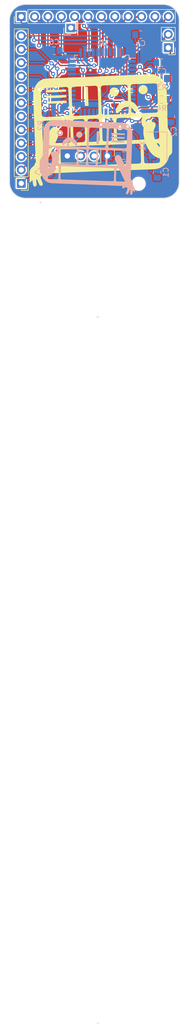
<source format=kicad_pcb>
(kicad_pcb (version 20221018) (generator pcbnew)
  (layers (0 "F.Cu" signal) (31 "B.Cu" signal) (34 "B.Paste" user) (35 "F.Paste" user) (36 "B.SilkS" user "B.Silkscreen") (37 "F.SilkS" user "F.Silkscreen") (38 "B.Mask" user) (39 "F.Mask" user) (44 "Edge.Cuts" user))
  (net 0 "")
  (net 1 "GND")
  (net 2 "VCC")
  (net 3 "/col0")
  (net 4 "/col1")
  (net 5 "/col2")
  (net 6 "/col3")
  (net 7 "/col4")
  (net 8 "/col5")
  (net 9 "/col6")
  (net 10 "/col7")
  (net 11 "/col8")
  (net 12 "/col9")
  (net 13 "/col10")
  (net 14 "/col11")
  (net 15 "/col12")
  (net 16 "/col13")
  (net 17 "/col14")
  (net 18 "/col15")
  (net 19 "/row0")
  (net 20 "/row1")
  (net 21 "/row2")
  (net 22 "/row3")
  (net 23 "/row4")
  (net 24 "/row5")
  (net 25 "/row6")
  (net 26 "Net-(C1-Pad1)")
  (net 27 "Net-(C2-Pad1)")
  (net 28 "Net-(R1-Pad1)")
  (net 29 "Net-(R2-Pad1)")
  (net 30 "Net-(R3-Pad1)")
  (net 31 "Net-(R4-Pad1)")
  (net 32 "Net-(USB1-Pad2)")
  (net 33 "Net-(USB1-Pad3)")
  (net 34 "Net-(C3-Pad1)")
  (net 35 "Net-(U1-Pad1)")
  (net 36 "Net-(U1-Pad7)")
  (net 37 "Net-(U1-Pad42)")
  (net 38 "Net-(U1-Pad43)")
  (net 39 "Net-(U1-Pad44)")
  (footprint "Connector_PinHeader_2.54mm:PinHeader_1x04_P2.54mm_Vertical" (layer "F.Cu") (at 141.998558 112.934804 -90)
    (fp_text reference "*" hide)
    (fp_text value "'")
  )
  (footprint "Connector_PinHeader_2.54mm:PinHeader_1x01_P2.54mm_Vertical" (layer "F.Cu") (at 135.048558 88.667304 90)
    (fp_text reference "*" hide)
    (fp_text value "'")
  )
  (footprint "Connector_PinHeader_2.54mm:PinHeader_1x02_P2.54mm_Vertical" (layer "F.Cu") (at 153.548558 92.437304 180)
    (fp_text reference "*" hide)
    (fp_text value "")
  )
  (footprint "Connector_PinHeader_2.54mm:PinHeader_1x12_P2.54mm_Vertical" (layer "F.Cu") (at 125.618558 86.524804 90)
    (fp_text reference "*" hide)
    (fp_text value "1" hide)
  )
  (footprint "Connector_PinHeader_2.54mm:PinHeader_1x12_P2.54mm_Vertical" (layer "F.Cu") (at 125.628558 118.124804 180)
    (fp_text reference "*" hide)
    (fp_text value "'")
  )
  (footprint "MountingHole:MountingHole_2.2mm_M2_DIN965" (layer "F.Cu") (at 147.93 118.2)
    (fp_text reference "REF**" hide)
    (fp_text value "MountingHole_2.2mm_M2_DIN965" hide)
  )
  (footprint "Capacitor_SMD:C_0805_2012Metric_Pad1.15x1.40mm_HandSolder" (layer "B.Cu") (at 130.293342 117.088916 -135)
    (fp_text reference "C7")
    (fp_text value "22pF")
  )
  (footprint "Capacitor_SMD:C_0805_2012Metric_Pad1.15x1.40mm_HandSolder" (layer "B.Cu") (at 151.448558 116.034804 90)
    (fp_text reference "C1")
    (fp_text value "22pF")
  )
  (footprint "Capacitor_SMD:C_0805_2012Metric_Pad1.15x1.40mm_HandSolder" (layer "B.Cu") (at 154.038558 105.5137 90)
    (fp_text reference "C2")
    (fp_text value "22pF")
  )
  (footprint "Capacitor_SMD:C_0805_2012Metric_Pad1.15x1.40mm_HandSolder" (layer "B.Cu") (at 148.3 89.96)
    (fp_text reference "C4")
    (fp_text value "22pF")
  )
  (footprint "Resistor_SMD:R_0805_2012Metric_Pad1.15x1.40mm_HandSolder" (layer "B.Cu") (at 130.998558 107.174804 -90)
    (fp_text reference "R2")
    (fp_text value "10k")
  )
  (footprint "Capacitor_SMD:C_0805_2012Metric_Pad1.15x1.40mm_HandSolder" (layer "B.Cu") (at 152.278558 95.264804)
    (fp_text reference "C3")
    (fp_text value "22pF")
  )
  (footprint "Resistor_SMD:R_0805_2012Metric_Pad1.15x1.40mm_HandSolder" (layer "B.Cu") (at 152.278558 102.264804)
    (fp_text reference "R4")
    (fp_text value "22")
  )
  (footprint "Package_QFP:TQFP-44_10x10mm_P0.8mm" (layer "B.Cu") (at 140.918558 99.004804 180)
    (fp_text reference "U1")
    (fp_text value "ATMEGA32U4")
  )
  (footprint "Capacitor_SMD:C_0805_2012Metric_Pad1.15x1.40mm_HandSolder" (layer "B.Cu") (at 145.048558 112.871054)
    (fp_text reference "C5")
    (fp_text value "22pF")
  )
  (footprint "Capacitor_SMD:C_0805_2012Metric_Pad1.15x1.40mm_HandSolder" (layer "B.Cu") (at 131.89 92.99 180)
    (fp_text reference "C6")
    (fp_text value "22pF")
  )
  (footprint "Resistor_SMD:R_0805_2012Metric_Pad1.15x1.40mm_HandSolder" (layer "B.Cu") (at 152.278558 98.264804)
    (fp_text reference "R3")
    (fp_text value "22")
  )
  (footprint "Crystal:Crystal_SMD_5032-4Pin_5.0x3.2mm" (layer "B.Cu") (at 151.448558 111.034804 -90)
    (fp_text reference "X1")
    (fp_text value "XTAL_GND")
  )
  (gr_poly (pts (xy 142.793905 109.994888) (xy 142.776454 109.995478) (xy 142.760957 109.996475) (xy 142.747295 109.997914) (xy 142.735348 109.999826) (xy 142.724998 110.002248) (xy 142.716126 110.005212) (xy 142.708614 110.008753) (xy 142.702341 110.012904) (xy 142.69719 110.017699) (xy 142.693041 110.023173) (xy 142.689776 110.029359) (xy 142.687276 110.036291) (xy 142.685421 110.044002) (xy 142.684094 110.052528) (xy 142.683175 110.061902) (xy 142.682086 110.083328) (xy 142.681205 110.108553) (xy 142.679579 110.137847) (xy 142.677842 110.166431) (xy 142.676602 110.193547) (xy 142.675858 110.218555) (xy 142.67561 110.240814) (xy 142.675858 110.259682) (xy 142.676168 110.267645) (xy 142.676602 110.27452) (xy 142.67716 110.280227) (xy 142.677842 110.284687) (xy 142.678648 110.287818) (xy 142.679098 110.28886) (xy 142.679579 110.289541) (xy 142.691977 110.292497) (xy 142.722546 110.29599) (xy 142.830171 110.304093) (xy 142.986413 110.312857) (xy 143.175231 110.32129) (xy 143.577398 110.338268) (xy 143.863148 110.351277) (xy 144.587665 110.378397) (xy 144.915859 110.389229) (xy 145.092578 110.393611) (xy 145.186065 110.393611) (xy 145.186065 110.273666) (xy 145.185915 110.239473) (xy 145.185196 110.20947) (xy 145.183507 110.183385) (xy 145.180442 110.160943) (xy 145.178269 110.151002) (xy 145.1756 110.14187) (xy 145.172387 110.133511) (xy 145.168577 110.125892) (xy 145.164122 110.118979) (xy 145.158971 110.112736) (xy 145.153072 110.107131) (xy 145.146377 110.102128) (xy 145.138834 110.097694) (xy 145.130394 110.093794) (xy 145.121005 110.090393) (xy 145.110617 110.087459) (xy 145.09918 110.084956) (xy 145.086644 110.08285) (xy 145.058073 110.079694) (xy 145.024498 110.077715) (xy 144.985519 110.076641) (xy 144.889731 110.076111) (xy 144.770476 110.074595) (xy 144.623605 110.070599) (xy 144.467804 110.064949) (xy 144.321759 110.058472) (xy 143.718068 110.028706) (xy 143.148773 110.005555) (xy 142.980735 109.999302) (xy 142.914617 109.996854) (xy 142.859164 109.99522) (xy 142.813427 109.994671)) (fill solid) (layer "B.SilkS"))
  (gr_poly (pts (xy 143.12113 108.582896) (xy 143.020009 108.58386) (xy 142.760717 108.585624) (xy 142.74837 108.726736) (xy 142.744787 108.781829) (xy 142.742197 108.827497) (xy 142.741377 108.845298) (xy 142.740929 108.858944) (xy 142.740894 108.867836) (xy 142.741045 108.870312) (xy 142.741314 108.871375) (xy 142.824217 108.877245) (xy 143.061901 108.889234) (xy 143.951343 108.929583) (xy 144.122164 108.936446) (xy 144.333665 108.943473) (xy 144.771551 108.956041) (xy 144.957917 108.961277) (xy 145.114186 108.966183) (xy 145.223492 108.970428) (xy 145.255263 108.972199) (xy 145.268967 108.97368) (xy 145.270275 108.974114) (xy 145.27155 108.974426) (xy 145.272794 108.974615) (xy 145.274004 108.974683) (xy 145.275181 108.97463) (xy 145.276324 108.974459) (xy 145.277431 108.974169) (xy 145.278503 108.973763) (xy 145.279539 108.97324) (xy 145.280539 108.972601) (xy 145.2815 108.971848) (xy 145.282424 108.970982) (xy 145.283309 108.970004) (xy 145.284154 108.968914) (xy 145.285724 108.966404) (xy 145.287129 108.963459) (xy 145.288363 108.960089) (xy 145.289422 108.956299) (xy 145.2903 108.952099) (xy 145.290991 108.947496) (xy 145.291492 108.942498) (xy 145.291796 108.937112) (xy 145.291898 108.931346) (xy 145.292136 108.920026) (xy 145.292808 108.906266) (xy 145.293851 108.890605) (xy 145.295205 108.873579) (xy 145.298595 108.837585) (xy 145.302481 108.802583) (xy 145.307211 108.759905) (xy 145.307345 108.742478) (xy 145.305265 108.727397) (xy 145.303224 108.720675) (xy 145.300425 108.714466) (xy 145.2968 108.708745) (xy 145.29228 108.703488) (xy 145.286798 108.69867) (xy 145.280286 108.694267) (xy 145.272675 108.690254) (xy 145.263896 108.686607) (xy 145.242566 108.680311) (xy 145.215751 108.675183) (xy 145.182905 108.671026) (xy 145.143483 108.667645) (xy 145.042732 108.662422) (xy 144.909134 108.657943) (xy 144.57157 108.644494) (xy 144.251203 108.629722) (xy 143.937672 108.614949) (xy 143.616203 108.601499) (xy 143.488983 108.597282) (xy 143.384252 108.5929) (xy 143.343628 108.590802) (xy 143.312594 108.588849) (xy 143.292475 108.587102) (xy 143.286921 108.586326) (xy 143.284593 108.585624) (xy 143.282609 108.585004) (xy 143.278071 108.584463) (xy 143.261855 108.583612) (xy 143.204556 108.582758)) (fill solid) (layer "B.SilkS"))
  (gr_poly (pts (xy 129.134676 121.894166) (xy 129.416898 121.894166) (xy 129.416898 121.611944) (xy 129.134676 121.611944)) (fill solid) (layer "B.SilkS"))
  (gr_poly (pts (xy 140.149941 108.244973) (xy 140.13269 108.245583) (xy 140.116486 108.246589) (xy 140.10132 108.247992) (xy 140.087185 108.249796) (xy 140.074074 108.252003) (xy 140.061978 108.254616) (xy 140.050889 108.257637) (xy 140.040801 108.261068) (xy 140.023237 108.267225) (xy 140.016035 108.270374) (xy 140.009767 108.273939) (xy 140.004347 108.278197) (xy 139.999687 108.283424) (xy 139.995698 108.289896) (xy 139.992294 108.29789) (xy 139.989385 108.307682) (xy 139.986885 108.319549) (xy 139.984705 108.333768) (xy 139.982758 108.350614) (xy 139.979209 108.393295) (xy 139.975537 108.449805) (xy 139.962308 108.762674) (xy 139.938495 109.60868) (xy 139.925928 109.958151) (xy 139.912037 110.303652) (xy 139.905147 110.437046) (xy 139.900572 110.546628) (xy 139.899256 110.588975) (xy 139.898642 110.621152) (xy 139.898773 110.641754) (xy 139.899131 110.647275) (xy 139.89969 110.649375) (xy 139.905067 110.650274) (xy 139.91923 110.651607) (xy 139.970025 110.655327) (xy 140.134287 110.665249) (xy 140.36712 110.677596) (xy 140.377703 110.425361) (xy 140.390712 110.031793) (xy 140.40769 109.441111) (xy 140.435912 108.504485) (xy 140.437397 108.464019) (xy 140.438447 108.428393) (xy 140.438919 108.397278) (xy 140.438668 108.370347) (xy 140.438226 108.358347) (xy 140.437548 108.34727) (xy 140.436618 108.337075) (xy 140.435416 108.327721) (xy 140.433924 108.319166) (xy 140.432126 108.31137) (xy 140.430001 108.304291) (xy 140.427533 108.29789) (xy 140.424704 108.292124) (xy 140.421494 108.286952) (xy 140.417887 108.282334) (xy 140.413863 108.278229) (xy 140.409406 108.274595) (xy 140.404496 108.271391) (xy 140.399116 108.268578) (xy 140.393248 108.266112) (xy 140.386873 108.263955) (xy 140.379974 108.262063) (xy 140.372532 108.260397) (xy 140.364529 108.258916) (xy 140.34677 108.256342) (xy 140.32655 108.254014) (xy 140.275856 108.249469) (xy 140.252164 108.247762) (xy 140.229564 108.246434) (xy 140.20805 108.245489) (xy 140.187613 108.244928) (xy 140.168246 108.244756)) (fill solid) (layer "B.SilkS"))
  (gr_poly (pts (xy 142.786879 109.285671) (xy 142.760662 109.286522) (xy 142.740875 109.287859) (xy 142.727169 109.289675) (xy 142.722489 109.290759) (xy 142.7192 109.29196) (xy 142.717258 109.293277) (xy 142.71662 109.294708) (xy 142.713313 109.346963) (xy 142.706037 109.453458) (xy 142.695454 109.599861) (xy 142.845384 109.599861) (xy 142.937161 109.602011) (xy 143.075572 109.607798) (xy 143.241763 109.616232) (xy 143.416884 109.626319) (xy 143.924112 109.649911) (xy 144.52196 109.669534) (xy 145.023236 109.679897) (xy 145.179161 109.679952) (xy 145.223208 109.678409) (xy 145.240745 109.675708) (xy 145.242418 109.673343) (xy 145.244125 109.669606) (xy 145.245857 109.664573) (xy 145.247608 109.658317) (xy 145.251132 109.642438) (xy 145.254636 109.622571) (xy 145.258057 109.599313) (xy 145.261333 109.573265) (xy 145.264403 109.545025) (xy 145.267203 109.515194) (xy 145.279551 109.370555) (xy 145.103162 109.370555) (xy 145.002179 109.369012) (xy 144.85754 109.364822) (xy 144.688427 109.358649) (xy 144.514023 109.351152) (xy 143.598565 109.310582) (xy 143.369238 109.301146) (xy 143.179476 109.293964) (xy 143.026507 109.288972) (xy 142.907561 109.286109) (xy 142.859982 109.285456) (xy 142.81987 109.285313)) (fill solid) (layer "B.SilkS"))
  (gr_poly (pts (xy 131.824606 106.114416) (xy 131.436551 106.119708) (xy 131.268981 106.186736) (xy 131.194691 106.217666) (xy 131.123791 106.249054) (xy 131.056033 106.281067) (xy 130.991169 106.313873) (xy 130.92895 106.347641) (xy 130.86913 106.382538) (xy 130.811459 106.418731) (xy 130.75569 106.45639) (xy 130.701574 106.495682) (xy 130.648864 106.536774) (xy 130.597312 106.579836) (xy 130.546669 106.625034) (xy 130.496687 106.672538) (xy 130.447119 106.722513) (xy 130.397717 106.77513) (xy 130.348232 106.830555) (xy 130.324615 106.858767) (xy 130.300523 106.88857) (xy 130.276638 106.919077) (xy 130.253642 106.949397) (xy 130.232217 106.978643) (xy 130.213045 107.005924) (xy 130.196808 107.030353) (xy 130.190004 107.041221) (xy 130.184189 107.051041) (xy 130.132375 107.144086) (xy 130.076592 107.245069) (xy 130.059756 107.277279) (xy 130.04303 107.312252) (xy 130.026478 107.349772) (xy 130.01017 107.389625) (xy 129.978551 107.475473) (xy 129.94871 107.568081) (xy 129.921184 107.665732) (xy 129.89651 107.766712) (xy 129.875227 107.869303) (xy 129.857871 107.971792) (xy 129.847477 108.049199) (xy 129.83855 108.135309) (xy 129.83074 108.23717) (xy 129.823695 108.361831) (xy 129.810493 108.707746) (xy 129.796134 109.229444) (xy 129.77607 109.987034) (xy 129.768104 110.249909) (xy 129.762619 110.384791) (xy 129.7581 110.47147) (xy 129.752919 110.603293) (xy 129.747738 110.762566) (xy 129.743218 110.931597) (xy 129.716759 111.98993) (xy 129.709538 112.252832) (xy 129.70397 112.487126) (xy 129.700387 112.66685) (xy 129.69912 112.766041) (xy 129.698823 112.806204) (xy 129.698306 112.823115) (xy 129.697411 112.838305) (xy 129.696041 112.852069) (xy 129.694097 112.864702) (xy 129.691481 112.876497) (xy 129.689891 112.882173) (xy 129.688095 112.887749) (xy 129.686083 112.893264) (xy 129.683842 112.898754) (xy 129.678621 112.909805) (xy 129.672337 112.921197) (xy 129.664889 112.933225) (xy 129.656181 112.946183) (xy 129.646114 112.960366) (xy 129.621509 112.993583) (xy 129.58921 113.038053) (xy 129.556596 113.08525) (xy 129.491146 113.186508) (xy 129.426606 113.294712) (xy 129.364422 113.407215) (xy 129.306041 113.521371) (xy 129.252911 113.634536) (xy 129.206478 113.744062) (xy 129.186225 113.796635) (xy 129.168189 113.847305) (xy 129.157633 113.88249) (xy 129.149558 113.926377) (xy 129.143633 113.989653) (xy 129.139526 114.083005) (xy 129.135447 114.402682) (xy 129.134676 114.970903) (xy 129.134676 115.99925) (xy 129.203467 116.101555) (xy 129.211346 116.112987) (xy 129.220358 116.125381) (xy 129.241363 116.152598) (xy 129.265634 116.182294) (xy 129.292323 116.213562) (xy 129.320583 116.245491) (xy 129.349567 116.277173) (xy 129.378426 116.307696) (xy 129.406314 116.336153) (xy 129.420028 116.349368) (xy 129.433344 116.362498) (xy 129.446195 116.375457) (xy 129.458514 116.38816) (xy 129.470234 116.400522) (xy 129.481286 116.412458) (xy 129.491605 116.423883) (xy 129.501123 116.43471) (xy 129.509773 116.444855) (xy 129.517488 116.454233) (xy 129.5242 116.462758) (xy 129.529842 116.470346) (xy 129.534347 116.47691) (xy 129.537649 116.482365) (xy 129.539679 116.486627) (xy 129.540196 116.488284) (xy 129.54037 116.48961) (xy 129.541814 116.499126) (xy 129.545965 116.516455) (xy 129.552555 116.540646) (xy 129.561316 116.570749) (xy 129.584274 116.644888) (xy 129.612689 116.731263) (xy 129.641115 116.81132) (xy 129.672748 116.890006) (xy 129.707486 116.967194) (xy 129.745229 117.042755) (xy 129.785877 117.116558) (xy 129.829328 117.188476) (xy 129.875481 117.258377) (xy 129.924237 117.326135) (xy 129.975493 117.391618) (xy 130.02915 117.454699) (xy 130.085107 117.515248) (xy 130.143262 117.573135) (xy 130.203515 117.628232) (xy 130.265766 117.680408) (xy 130.329913 117.729537) (xy 130.395856 117.775486) (xy 130.469219 117.822722) (xy 130.503869 117.84378) (xy 130.537601 117.863322) (xy 130.570744 117.881489) (xy 130.603626 117.898424) (xy 130.636576 117.914269) (xy 130.66992 117.929165) (xy 130.703988 117.943255) (xy 130.739108 117.956681) (xy 130.775608 117.969585) (xy 130.813815 117.982109) (xy 130.896666 118.006586) (xy 130.990286 118.03125) (xy 131.083211 118.052998) (xy 131.177727 118.070965) (xy 131.27923 118.085665) (xy 131.393115 118.097616) (xy 131.524776 118.107334) (xy 131.679609 118.115337) (xy 131.863009 118.122142) (xy 132.08037 118.128264) (xy 132.275555 118.13339) (xy 132.486946 118.14017) (xy 132.856481 118.154722) (xy 133.293705 118.1717) (xy 133.861897 118.189999) (xy 134.142962 118.197744) (xy 134.419727 118.206977) (xy 134.660112 118.216541) (xy 134.832037 118.225277) (xy 135.394718 118.251736) (xy 136.825231 118.304652) (xy 138.263683 118.356908) (xy 138.977176 118.384027) (xy 139.806204 118.419305) (xy 140.283556 118.440031) (xy 140.899815 118.463403) (xy 141.55995 118.489199) (xy 142.143356 118.516319) (xy 142.654223 118.540352) (xy 143.139954 118.560417) (xy 143.597021 118.578276) (xy 144.039537 118.597458) (xy 144.221135 118.604348) (xy 144.395622 118.608923) (xy 144.54332 118.610852) (xy 144.600974 118.610721) (xy 144.644551 118.609805) (xy 144.817412 118.604513) (xy 144.806829 118.772082) (xy 144.804842 118.808218) (xy 144.803587 118.84074) (xy 144.803174 118.869917) (xy 144.803318 118.883337) (xy 144.803714 118.896023) (xy 144.804377 118.908009) (xy 144.805319 118.919328) (xy 144.806556 118.930015) (xy 144.8081 118.940103) (xy 144.809966 118.949627) (xy 144.812167 118.95862) (xy 144.814718 118.967117) (xy 144.817632 118.97515) (xy 144.820924 118.982755) (xy 144.824607 118.989965) (xy 144.828694 118.996813) (xy 144.833201 119.003335) (xy 144.83814 119.009563) (xy 144.843526 119.015531) (xy 144.849373 119.021275) (xy 144.855694 119.026827) (xy 144.862503 119.032221) (xy 144.869815 119.037491) (xy 144.877642 119.042672) (xy 144.886 119.047797) (xy 144.904361 119.058014) (xy 144.925009 119.068416) (xy 144.952177 119.081755) (xy 144.96365 119.08705) (xy 144.974012 119.091457) (xy 144.983485 119.094995) (xy 144.992292 119.097686) (xy 144.996514 119.09872) (xy 145.000654 119.099549) (xy 145.004738 119.100178) (xy 145.008794 119.100607) (xy 145.01285 119.10084) (xy 145.016934 119.100879) (xy 145.021073 119.100727) (xy 145.025296 119.100387) (xy 145.034102 119.09915) (xy 145.043575 119.097189) (xy 145.053937 119.094526) (xy 145.06541 119.091181) (xy 145.092578 119.082527) (xy 145.113117 119.075299) (xy 145.131787 119.068113) (xy 145.148664 119.060885) (xy 145.163823 119.053533) (xy 145.170782 119.049785) (xy 145.177339 119.045975) (xy 145.183504 119.042092) (xy 145.189286 119.038127) (xy 145.194695 119.034069) (xy 145.199739 119.029907) (xy 145.20443 119.025632) (xy 145.208775 119.021232) (xy 145.212784 119.016699) (xy 145.216466 119.01202) (xy 145.219832 119.007187) (xy 145.222889 119.002188) (xy 145.225648 118.997013) (xy 145.228119 118.991653) (xy 145.230309 118.986096) (xy 145.232229 118.980332) (xy 145.233888 118.974351) (xy 145.235296 118.968143) (xy 145.236461 118.961698) (xy 145.237393 118.955004) (xy 145.238597 118.940831) (xy 145.238981 118.925541) (xy 145.23903 118.914307) (xy 145.239205 118.904374) (xy 145.239551 118.895682) (xy 145.240111 118.888168) (xy 145.240486 118.884834) (xy 145.24093 118.881771) (xy 145.24145 118.878971) (xy 145.242051 118.876427) (xy 145.242738 118.874132) (xy 145.243518 118.872076) (xy 145.244395 118.870253) (xy 145.245375 118.868655) (xy 145.246464 118.867274) (xy 145.247667 118.866103) (xy 145.248989 118.865132) (xy 145.250436 118.864356) (xy 145.252014 118.863766) (xy 145.253728 118.863354) (xy 145.255583 118.863112) (xy 145.257585 118.863033) (xy 145.259739 118.86311) (xy 145.262052 118.863333) (xy 145.264528 118.863696) (xy 145.267172 118.864191) (xy 145.272991 118.865545) (xy 145.279551 118.867334) (xy 145.302857 118.872198) (xy 145.345283 118.878468) (xy 145.465421 118.892909) (xy 145.59581 118.906028) (xy 145.651053 118.910645) (xy 145.692301 118.913194) (xy 145.693354 118.913353) (xy 145.694527 118.913825) (xy 145.69721 118.915678) (xy 145.700312 118.918694) (xy 145.703794 118.922813) (xy 145.707616 118.927975) (xy 145.711741 118.934123) (xy 145.71613 118.941195) (xy 145.720743 118.949133) (xy 145.73049 118.967368) (xy 145.74067 118.988352) (xy 145.750974 119.01161) (xy 145.761092 119.036667) (xy 145.808717 119.160139) (xy 145.706412 119.42825) (xy 145.622407 119.647413) (xy 145.587597 119.736324) (xy 145.563537 119.795138) (xy 145.552085 119.823299) (xy 145.542201 119.850267) (xy 145.533884 119.876087) (xy 145.527129 119.900807) (xy 145.521935 119.924472) (xy 145.518299 119.94713) (xy 145.517065 119.958095) (xy 145.516219 119.968826) (xy 145.515761 119.979328) (xy 145.515691 119.989608) (xy 145.516009 119.99967) (xy 145.516714 120.009521) (xy 145.517806 120.019167) (xy 145.519285 120.028613) (xy 145.521149 120.037865) (xy 145.5234 120.04693) (xy 145.526037 120.055812) (xy 145.529058 120.064518) (xy 145.532465 120.073053) (xy 145.536256 120.081424) (xy 145.540432 120.089636) (xy 145.544992 120.097694) (xy 145.549935 120.105605) (xy 145.555262 120.113375) (xy 145.560972 120.121009) (xy 145.567065 120.128514) (xy 145.574665 120.137558) (xy 145.58173 120.14555) (xy 145.58847 120.152555) (xy 145.595094 120.158637) (xy 145.601811 120.163862) (xy 145.60883 120.168294) (xy 145.61636 120.171997) (xy 145.624612 120.175036) (xy 145.633793 120.177475) (xy 145.644114 120.17938) (xy 145.655784 120.180814) (xy 145.669012 120.181843) (xy 145.684007 120.182531) (xy 145.700979 120.182942) (xy 145.74169 120.183194) (xy 145.763242 120.183142) (xy 145.782397 120.182949) (xy 145.799361 120.182554) (xy 145.81434 120.181898) (xy 145.82115 120.181454) (xy 145.827541 120.180922) (xy 145.83354 120.180295) (xy 145.839172 120.179566) (xy 145.844463 120.178727) (xy 145.849438 120.177771) (xy 145.854125 120.17669) (xy 145.858547 120.175477) (xy 145.862732 120.174124) (xy 145.866705 120.172624) (xy 145.870492 120.17097) (xy 145.874119 120.169155) (xy 145.877612 120.16717) (xy 145.880996 120.165008) (xy 145.884297 120.162662) (xy 145.887541 120.160125) (xy 145.890755 120.157389) (xy 145.893963 120.154446) (xy 145.897192 120.15129) (xy 145.900467 120.147912) (xy 145.907261 120.140463) (xy 145.914551 120.13204) (xy 145.925268 120.116379) (xy 145.939769 120.091416) (xy 145.95737 120.058433) (xy 145.977389 120.018711) (xy 145.999145 119.973532) (xy 146.021955 119.924178) (xy 146.045137 119.87193) (xy 146.068009 119.818069) (xy 146.113378 119.711536) (xy 146.154137 119.618336) (xy 146.190141 119.538738) (xy 146.206315 119.504123) (xy 146.221247 119.473009) (xy 146.234918 119.445429) (xy 146.247309 119.421418) (xy 146.258404 119.401009) (xy 146.268183 119.384236) (xy 146.276629 119.371131) (xy 146.283724 119.361729) (xy 146.286759 119.358427) (xy 146.289449 119.356063) (xy 146.291793 119.354642) (xy 146.293787 119.354167) (xy 146.295541 119.354288) (xy 146.297487 119.354642) (xy 146.299608 119.355213) (xy 146.30189 119.355986) (xy 146.304316 119.356944) (xy 146.306871 119.358073) (xy 146.30954 119.359357) (xy 146.312308 119.360781) (xy 146.318075 119.363985) (xy 146.324049 119.367561) (xy 146.330105 119.371385) (xy 146.33612 119.375334) (xy 146.34046 119.379396) (xy 146.344213 119.383853) (xy 146.347371 119.389019) (xy 146.349928 119.395205) (xy 146.351875 119.402724) (xy 146.353204 119.411889) (xy 146.353909 119.423013) (xy 146.35398 119.436408) (xy 146.352192 119.471261) (xy 146.347778 119.518952) (xy 146.340678 119.58198) (xy 146.330828 119.662846) (xy 146.323388 119.725119) (xy 146.316941 119.78185) (xy 146.311492 119.833367) (xy 146.307044 119.879998) (xy 146.303597 119.922071) (xy 146.301156 119.959914) (xy 146.299722 119.993855) (xy 146.299299 120.024223) (xy 146.299889 120.051346) (xy 146.301494 120.075552) (xy 146.304117 120.097169) (xy 146.305811 120.107109) (xy 146.30776 120.116524) (xy 146.309966 120.125457) (xy 146.312427 120.133947) (xy 146.315145 120.142037) (xy 146.31812 120.149766) (xy 146.321351 120.157176) (xy 146.324841 120.164308) (xy 146.332592 120.177902) (xy 146.340154 120.189942) (xy 146.347689 120.200967) (xy 146.355296 120.211036) (xy 146.363075 120.220208) (xy 146.371122 120.228543) (xy 146.379535 120.236101) (xy 146.388414 120.24294) (xy 146.397856 120.24912) (xy 146.40796 120.2547) (xy 146.418823 120.259741) (xy 146.430544 120.264301) (xy 146.443221 120.26844) (xy 146.456953 120.272217) (xy 146.471836 120.275691) (xy 146.487971 120.278923) (xy 146.505454 120.281971) (xy 146.514361 120.283259) (xy 146.52322 120.284148) (xy 146.532022 120.284644) (xy 146.540759 120.284752) (xy 146.549424 120.284475) (xy 146.558008 120.28382) (xy 146.566505 120.282791) (xy 146.574907 120.281393) (xy 146.583205 120.27963) (xy 146.591391 120.277508) (xy 146.599459 120.275031) (xy 146.607401 120.272205) (xy 146.615208 120.269033) (xy 146.622873 120.265522) (xy 146.630388 120.261675) (xy 146.637745 120.257498) (xy 146.644937 120.252995) (xy 146.651956 120.248172) (xy 146.658794 120.243032) (xy 146.665444 120.237582) (xy 146.671897 120.231825) (xy 146.678146 120.225767) (xy 146.684183 120.219413) (xy 146.69 120.212767) (xy 146.695591 120.205834) (xy 146.700945 120.198619) (xy 146.706058 120.191127) (xy 146.710919 120.183362) (xy 146.715522 120.175331) (xy 146.719859 120.167036) (xy 146.723922 120.158484) (xy 146.727704 120.149679) (xy 146.733615 120.129743) (xy 146.740602 120.099988) (xy 146.748415 120.061841) (xy 146.756808 120.016727) (xy 146.774336 119.911307) (xy 146.791204 119.795138) (xy 146.798528 119.737467) (xy 146.805811 119.683021) (xy 146.812846 119.633039) (xy 146.819426 119.588763) (xy 146.825344 119.551432) (xy 146.830395 119.522287) (xy 146.834371 119.502567) (xy 146.835891 119.496629) (xy 146.837065 119.493513) (xy 146.837632 119.492779) (xy 146.83834 119.492228) (xy 146.839184 119.491856) (xy 146.840158 119.49166) (xy 146.84126 119.491638) (xy 146.842483 119.491785) (xy 146.843824 119.492099) (xy 146.845278 119.492577) (xy 146.848507 119.494009) (xy 146.852134 119.496056) (xy 146.856122 119.498693) (xy 146.860436 119.501892) (xy 146.86504 119.505629) (xy 146.869896 119.509878) (xy 146.87497 119.514612) (xy 146.880225 119.519807) (xy 146.885624 119.525435) (xy 146.891132 119.531472) (xy 146.896712 119.537891) (xy 146.902329 119.544667) (xy 146.923182 119.569221) (xy 146.943394 119.592602) (xy 146.962945 119.614795) (xy 146.981814 119.635783) (xy 146.99998 119.655552) (xy 147.017422 119.674086) (xy 147.034121 119.691369) (xy 147.050054 119.707386) (xy 147.065202 119.722121) (xy 147.079544 119.73556) (xy 147.093059 119.747685) (xy 147.105727 119.758483) (xy 147.117526 119.767937) (xy 147.128437 119.776032) (xy 147.138438 119.782752) (xy 147.147509 119.788083) (xy 147.196898 119.814541) (xy 147.196898 119.066653) (xy 147.196757 118.826313) (xy 147.196514 118.72822) (xy 147.196099 118.643457) (xy 147.195466 118.570983) (xy 147.195055 118.539029) (xy 147.194573 118.509756) (xy 147.194014 118.483035) (xy 147.193374 118.458736) (xy 147.192647 118.436727) (xy 147.191827 118.41688) (xy 147.190909 118.399063) (xy 147.189887 118.383148) (xy 147.188756 118.369002) (xy 147.18751 118.356498) (xy 147.186144 118.345503) (xy 147.184653 118.335889) (xy 147.18303 118.327524) (xy 147.181271 118.320279) (xy 147.17937 118.314024) (xy 147.177321 118.308628) (xy 147.175119 118.303962) (xy 147.172758 118.299894) (xy 147.170234 118.296296) (xy 147.167539 118.293036) (xy 147.16467 118.289985) (xy 147.16162 118.287013) (xy 147.157925 118.283404) (xy 147.154137 118.279224) (xy 147.150288 118.274522) (xy 147.146407 118.269347) (xy 147.142526 118.263749) (xy 147.138676 118.257775) (xy 147.134888 118.251476) (xy 147.131193 118.244901) (xy 147.127622 118.238098) (xy 147.124206 118.231117) (xy 147.120977 118.224007) (xy 147.117964 118.216817) (xy 147.115199 118.209595) (xy 147.112714 118.202392) (xy 147.110538 118.195256) (xy 147.108704 118.188237) (xy 147.101086 118.164127) (xy 147.091499 118.139471) (xy 147.08 118.114346) (xy 147.066646 118.088825) (xy 147.051493 118.062983) (xy 147.0346 118.036897) (xy 147.016021 118.010639) (xy 146.995815 117.984286) (xy 146.974037 117.957913) (xy 146.950746 117.931594) (xy 146.925997 117.905404) (xy 146.899848 117.879418) (xy 146.872355 117.853711) (xy 146.843576 117.828358) (xy 146.816019 117.805472) (xy 145.346579 117.805472) (xy 145.191356 117.796652) (xy 145.082712 117.791085) (xy 144.90296 117.785187) (xy 144.429356 117.773723) (xy 144.240434 117.76943) (xy 144.162326 117.767452) (xy 144.094052 117.765509) (xy 144.034811 117.763546) (xy 143.983802 117.761506) (xy 143.940224 117.759331) (xy 143.903276 117.756965) (xy 143.872158 117.754351) (xy 143.846067 117.751432) (xy 143.834657 117.749841) (xy 143.824204 117.748152) (xy 143.814607 117.746358) (xy 143.805766 117.744453) (xy 143.797582 117.742428) (xy 143.789954 117.740278) (xy 143.782782 117.737995) (xy 143.775966 117.735571) (xy 143.763001 117.730275) (xy 143.750259 117.724333) (xy 143.728098 117.71257) (xy 143.708487 117.700755) (xy 143.69129 117.688382) (xy 143.676369 117.674944) (xy 143.663587 117.659936) (xy 143.652808 117.64285) (xy 143.643894 117.62318) (xy 143.636709 117.60042) (xy 143.631115 117.574063) (xy 143.626976 117.543603) (xy 143.624155 117.508534) (xy 143.622515 117.468349) (xy 143.621918 117.422541) (xy 143.622229 117.370604) (xy 143.625023 117.246319) (xy 143.653245 116.214444) (xy 143.658709 115.98797) (xy 143.661175 115.894874) (xy 143.663553 115.813876) (xy 143.66591 115.743978) (xy 143.668314 115.684182) (xy 143.670831 115.633492) (xy 143.672161 115.612517) (xy 143.288782 115.612517) (xy 143.28699 115.7657) (xy 143.281065 115.967499) (xy 143.245787 116.955278) (xy 143.238883 117.143314) (xy 143.23557 117.222141) (xy 143.232227 117.291767) (xy 143.228759 117.352887) (xy 143.225075 117.406195) (xy 143.22108 117.452388) (xy 143.216683 117.492161) (xy 143.214304 117.509856) (xy 143.211789 117.526207) (xy 143.209127 117.541301) (xy 143.206306 117.555223) (xy 143.203315 117.568062) (xy 143.200141 117.579903) (xy 143.196774 117.590835) (xy 143.193201 117.600943) (xy 143.189411 117.610314) (xy 143.185393 117.619037) (xy 143.181134 117.627196) (xy 143.176623 117.63488) (xy 143.171849 117.642175) (xy 143.166799 117.649168) (xy 143.161463 117.655946) (xy 143.155829 117.662596) (xy 143.118787 117.70493) (xy 142.67605 117.703167) (xy 142.309906 117.699254) (xy 141.845038 117.687733) (xy 141.283267 117.668936) (xy 140.626412 117.643194) (xy 139.692653 117.608137) (xy 138.315717 117.56382) (xy 137.51425 117.537361) (xy 136.851689 117.510902) (xy 136.281733 117.48753) (xy 135.705162 117.466806) (xy 135.468911 117.459695) (xy 135.257134 117.452253) (xy 135.092982 117.445473) (xy 134.999606 117.440347) (xy 134.889446 117.435193) (xy 134.681886 117.42822) (xy 134.092967 117.412124) (xy 133.848183 117.406664) (xy 133.658692 117.401844) (xy 133.582118 117.399513) (xy 133.516289 117.397148) (xy 133.460181 117.394686) (xy 133.412768 117.39206) (xy 133.373023 117.389207) (xy 133.339921 117.386062) (xy 133.312437 117.382561) (xy 133.30048 117.380656) (xy 133.289544 117.378638) (xy 133.279498 117.376499) (xy 133.270216 117.37423) (xy 133.261569 117.371823) (xy 133.253429 117.369271) (xy 133.238155 117.363698) (xy 133.22337 117.357444) (xy 133.201979 117.347797) (xy 133.182715 117.337894) (xy 133.165471 117.32752) (xy 133.150141 117.316462) (xy 133.136621 117.304504) (xy 133.130505 117.298121) (xy 133.124802 117.291433) (xy 133.119499 117.284413) (xy 133.114581 117.277034) (xy 133.110036 117.269269) (xy 133.105851 117.261092) (xy 133.098505 117.243393) (xy 133.092439 117.223723) (xy 133.087546 117.201867) (xy 133.083719 117.177611) (xy 133.080854 117.150739) (xy 133.078845 117.121039) (xy 133.077584 117.088294) (xy 133.076967 117.052292) (xy 133.083775 116.812265) (xy 133.101 116.374296) (xy 133.147524 115.358958) (xy 133.150732 115.304681) (xy 133.154424 115.254231) (xy 133.158627 115.207506) (xy 133.16337 115.164407) (xy 133.168682 115.124831) (xy 133.1708 115.111876) (xy 132.756436 115.111876) (xy 132.755781 115.180609) (xy 132.754176 115.269) (xy 132.750345 115.394924) (xy 132.744695 115.528952) (xy 132.738052 115.654712) (xy 132.731244 115.755833) (xy 132.724133 115.879581) (xy 132.716692 116.067159) (xy 132.709913 116.293102) (xy 132.704787 116.531944) (xy 132.702492 116.648588) (xy 132.69966 116.759982) (xy 132.696415 116.86352) (xy 132.69288 116.9566) (xy 132.68918 117.036615) (xy 132.685439 117.100963) (xy 132.68178 117.147037) (xy 132.68002 117.162408) (xy 132.678328 117.172235) (xy 132.676121 117.179377) (xy 132.673491 117.186873) (xy 132.670468 117.194664) (xy 132.667083 117.20269) (xy 132.663368 117.210892) (xy 132.659352 117.219209) (xy 132.655068 117.227584) (xy 132.650547 117.235956) (xy 132.645818 117.244266) (xy 132.640914 117.252455) (xy 132.635865 117.260462) (xy 132.630703 117.26823) (xy 132.625458 117.275697) (xy 132.620161 117.282806) (xy 132.614844 117.289496) (xy 132.609537 117.295707) (xy 132.558383 117.352153) (xy 131.935732 117.346859) (xy 131.758235 117.345325) (xy 131.59939 117.343263) (xy 131.45809 117.340519) (xy 131.333226 117.336938) (xy 131.223688 117.332365) (xy 131.174321 117.329658) (xy 131.12837 117.326645) (xy 131.085696 117.323306) (xy 131.046161 117.319622) (xy 131.009627 117.315574) (xy 130.975955 117.311142) (xy 130.945006 117.306307) (xy 130.916642 117.301049) (xy 130.890724 117.29535) (xy 130.867114 117.28919) (xy 130.845673 117.282548) (xy 130.826263 117.275407) (xy 130.808744 117.267747) (xy 130.792979 117.259548) (xy 130.778829 117.250791) (xy 130.766155 117.241456) (xy 130.754819 117.231524) (xy 130.744682 117.220976) (xy 130.735606 117.209793) (xy 130.727452 117.197954) (xy 130.720082 117.185441) (xy 130.713356 117.172235) (xy 130.707094 117.157515) (xy 130.701543 117.141212) (xy 130.69671 117.123436) (xy 130.692603 117.104298) (xy 130.68923 117.083909) (xy 130.686598 117.062382) (xy 130.684716 117.039825) (xy 130.683591 117.016352) (xy 130.68323 116.992072) (xy 130.683642 116.967097) (xy 130.684835 116.941539) (xy 130.686815 116.915507) (xy 130.689592 116.889114) (xy 130.693171 116.86247) (xy 130.697563 116.835686) (xy 130.702773 116.808874) (xy 130.706276 116.793211) (xy 130.709553 116.779233) (xy 130.712664 116.766846) (xy 130.715671 116.755958) (xy 130.717156 116.751046) (xy 130.718638 116.746475) (xy 130.720125 116.742232) (xy 130.721624 116.738305) (xy 130.723145 116.734683) (xy 130.724694 116.731354) (xy 130.726279 116.728308) (xy 130.727908 116.725531) (xy 130.729589 116.723012) (xy 130.731329 116.72074) (xy 130.733137 116.718703) (xy 130.735019 116.71689) (xy 130.736984 116.715289) (xy 130.73904 116.713888) (xy 130.741193 116.712675) (xy 130.743453 116.71164) (xy 130.745826 116.71077) (xy 130.748321 116.710053) (xy 130.750945 116.709479) (xy 130.753706 116.709035) (xy 130.756611 116.70871) (xy 130.759669 116.708493) (xy 130.766274 116.708333) (xy 130.780426 116.707523) (xy 130.797551 116.70516) (xy 130.817359 116.701345) (xy 130.839557 116.696178) (xy 130.889956 116.682195) (xy 130.94641 116.664015) (xy 131.006586 116.642445) (xy 131.068146 116.618292) (xy 131.128755 116.592361) (xy 131.186078 116.565458) (xy 131.238947 116.53731) (xy 131.291694 116.506464) (xy 131.344281 116.472952) (xy 131.39667 116.436804) (xy 131.44882 116.398052) (xy 131.500694 116.356726) (xy 131.552253 116.312858) (xy 131.603458 116.266479) (xy 131.65427 116.217619) (xy 131.704651 116.166309) (xy 131.754561 116.112581) (xy 131.803963 116.056466) (xy 131.852816 115.997994) (xy 131.901083 115.937197) (xy 131.948725 115.874105) (xy 131.995703 115.80875) (xy 132.051273 115.725985) (xy 132.10953 115.633463) (xy 132.16853 115.534658) (xy 132.226332 115.433041) (xy 132.280992 115.332086) (xy 132.330567 115.235265) (xy 132.373114 115.146051) (xy 132.40669 115.067917) (xy 132.479009 114.882708) (xy 132.549564 114.87918) (xy 132.564664 114.878459) (xy 132.578916 114.878294) (xy 132.592383 114.878703) (xy 132.605127 114.879704) (xy 132.617209 114.881314) (xy 132.623021 114.882353) (xy 132.628691 114.883552) (xy 132.634227 114.884912) (xy 132.639636 114.886436) (xy 132.644927 114.888126) (xy 132.650106 114.889984) (xy 132.655182 114.892012) (xy 132.660162 114.894214) (xy 132.665055 114.89659) (xy 132.669867 114.899144) (xy 132.674607 114.901878) (xy 132.679283 114.904793) (xy 132.688471 114.911178) (xy 132.697494 114.918318) (xy 132.706413 114.92623) (xy 132.715291 114.934933) (xy 132.72419 114.944444) (xy 132.730108 114.951286) (xy 132.735317 114.958173) (xy 132.739855 114.965478) (xy 132.743757 114.973576) (xy 132.74706 114.982842) (xy 132.7498 114.99365) (xy 132.752013 115.006376) (xy 132.753734 115.021394) (xy 132.755001 115.039078) (xy 132.75585 115.059803) (xy 132.756436 115.111876) (xy 133.1708 115.111876) (xy 133.174591 115.08868) (xy 133.181125 115.055851) (xy 133.184635 115.040651) (xy 133.188313 115.026244) (xy 133.192161 115.012618) (xy 133.196183 114.999759) (xy 133.200382 114.987655) (xy 133.204763 114.976294) (xy 133.209328 114.965663) (xy 133.214082 114.955749) (xy 133.219028 114.946539) (xy 133.224169 114.938022) (xy 133.229509 114.930185) (xy 133.235052 114.923014) (xy 133.2408 114.916498) (xy 133.246759 114.910623) (xy 133.25293 114.905378) (xy 133.259318 114.900749) (xy 133.265926 114.896725) (xy 133.272759 114.893291) (xy 133.299534 114.885853) (xy 133.342101 114.880751) (xy 133.403355 114.878005) (xy 133.486189 114.877637) (xy 133.593497 114.879666) (xy 133.728172 114.884114) (xy 134.091203 114.900347) (xy 134.50569 114.920659) (xy 134.861802 114.935845) (xy 135.229491 114.948716) (xy 135.678703 114.962083) (xy 135.918289 114.969938) (xy 136.120337 114.977296) (xy 136.263846 114.983662) (xy 136.307086 114.986319) (xy 136.327815 114.988541) (xy 136.388035 114.992675) (xy 136.52118 114.999124) (xy 136.927537 115.015) (xy 137.715113 115.041017) (xy 138.201064 115.059097) (xy 138.499603 115.071003) (xy 138.933079 115.085555) (xy 140.028894 115.125684) (xy 141.190856 115.173749) (xy 142.284467 115.217847) (xy 142.56556 115.229478) (xy 142.809445 115.2421) (xy 142.909322 115.248267) (xy 142.990161 115.254061) (xy 143.048717 115.259277) (xy 143.081745 115.263707) (xy 143.101095 115.268133) (xy 143.119462 115.273478) (xy 143.136858 115.279753) (xy 143.153293 115.286969) (xy 143.168777 115.295135) (xy 143.18332 115.304263) (xy 143.190243 115.309191) (xy 143.196934 115.314362) (xy 143.203395 115.31978) (xy 143.209627 115.325444) (xy 143.215632 115.331356) (xy 143.221411 115.337517) (xy 143.226965 115.343929) (xy 143.232296 115.350593) (xy 143.242292 115.364681) (xy 143.251409 115.379793) (xy 143.259659 115.395939) (xy 143.26705 115.413128) (xy 143.273594 115.431371) (xy 143.279301 115.450679) (xy 143.283356 115.473176) (xy 143.286274 115.50762) (xy 143.288075 115.554053) (xy 143.288782 115.612517) (xy 143.672161 115.612517) (xy 143.67353 115.590909) (xy 143.676476 115.555438) (xy 143.678064 115.540057) (xy 143.679738 115.52608) (xy 143.681508 115.513381) (xy 143.683382 115.501837) (xy 143.685368 115.491323) (xy 143.687476 115.481714) (xy 143.689712 115.472884) (xy 143.692086 115.464711) (xy 143.694606 115.457069) (xy 143.697281 115.449832) (xy 143.703126 115.43608) (xy 143.70969 115.422458) (xy 143.713858 115.414136) (xy 143.718392 115.405742) (xy 143.723247 115.397327) (xy 143.728376 115.388944) (xy 143.733732 115.380643) (xy 143.739269 115.372476) (xy 143.744941 115.364496) (xy 143.7507 115.356753) (xy 143.756501 115.349299) (xy 143.762296 115.342187) (xy 143.76804 115.335467) (xy 143.773686 115.329192) (xy 143.779187 115.323413) (xy 143.784496 115.318181) (xy 143.789568 115.313549) (xy 143.794356 115.309569) (xy 143.800604 115.305392) (xy 143.807458 115.301456) (xy 143.814948 115.297752) (xy 143.823102 115.294273) (xy 143.831949 115.291011) (xy 143.841516 115.287958) (xy 143.851833 115.285106) (xy 143.862927 115.282449) (xy 143.874828 115.279977) (xy 143.887563 115.277684) (xy 143.915651 115.273602) (xy 143.947419 115.270139) (xy 143.983093 115.267235) (xy 144.124204 115.256652) (xy 144.238856 115.484194) (xy 144.348438 115.70953) (xy 144.405296 115.828483) (xy 144.454051 115.932222) (xy 144.541363 116.12162) (xy 144.607509 116.26736) (xy 144.663292 116.385541) (xy 144.693581 116.450418) (xy 144.720398 116.509012) (xy 144.732597 116.534889) (xy 144.743907 116.559256) (xy 144.754101 116.581598) (xy 144.762952 116.601397) (xy 144.770231 116.618137) (xy 144.775712 116.631301) (xy 144.779168 116.640372) (xy 144.780065 116.643211) (xy 144.78037 116.644833) (xy 144.781648 116.648388) (xy 144.785304 116.656078) (xy 144.798671 116.681875) (xy 144.818321 116.718255) (xy 144.842106 116.76125) (xy 144.854381 116.783488) (xy 144.865891 116.804878) (xy 144.876368 116.824904) (xy 144.885542 116.84305) (xy 144.893145 116.858797) (xy 144.898909 116.87163) (xy 144.901017 116.876792) (xy 144.902564 116.881031) (xy 144.903517 116.884284) (xy 144.903842 116.886485) (xy 144.904834 116.891338) (xy 144.907722 116.899759) (xy 144.91867 116.9262) (xy 144.935654 116.963597) (xy 144.957641 117.009737) (xy 144.983596 117.062409) (xy 145.012487 117.119401) (xy 145.043279 117.178502) (xy 145.07494 117.2375) (xy 145.08564 117.257905) (xy 145.096382 117.279034) (xy 145.106876 117.300286) (xy 145.116832 117.321064) (xy 145.125961 117.340766) (xy 145.133975 117.358794) (xy 145.140582 117.374549) (xy 145.145495 117.38743) (xy 145.151207 117.401565) (xy 145.160102 117.422129) (xy 145.185624 117.478491) (xy 145.218421 117.548412) (xy 145.254856 117.623791) (xy 145.346579 117.805472) (xy 146.816019 117.805472) (xy 146.813567 117.803434) (xy 146.782384 117.779014) (xy 146.625398 117.660833) (xy 146.560134 117.493263) (xy 146.546157 117.458868) (xy 146.531002 117.423811) (xy 146.515145 117.389084) (xy 146.499059 117.35568) (xy 146.483222 117.324592) (xy 146.468109 117.29681) (xy 146.460972 117.28447) (xy 146.454194 117.273329) (xy 146.447835 117.26351) (xy 146.441954 117.255139) (xy 146.436438 117.247519) (xy 146.431153 117.239904) (xy 146.426121 117.232341) (xy 146.421366 117.224877) (xy 146.41691 117.217557) (xy 146.412777 117.210428) (xy 146.40899 117.203537) (xy 146.405573 117.19693) (xy 146.402549 117.190653) (xy 146.399941 117.184755) (xy 146.397771 117.179279) (xy 146.396065 117.174274) (xy 146.394844 117.169786) (xy 146.394132 117.165861) (xy 146.393974 117.164125) (xy 146.393953 117.162546) (xy 146.39407 117.161132) (xy 146.394329 117.159887) (xy 146.398556 117.130828) (xy 146.404333 117.065658) (xy 146.418803 116.855838) (xy 146.434264 116.58814) (xy 146.447245 116.320277) (xy 146.473704 115.676458) (xy 146.481558 115.507786) (xy 146.488917 115.361604) (xy 146.495284 115.253786) (xy 146.49794 115.219225) (xy 146.500162 115.200208) (xy 146.503662 115.146519) (xy 146.50832 115.040576) (xy 146.513308 114.897591) (xy 146.515156 114.829791) (xy 131.092592 114.829791) (xy 131.09179 114.836293) (xy 131.089444 114.844478) (xy 131.080472 114.865431) (xy 131.066384 114.891722) (xy 131.047888 114.922423) (xy 131.025693 114.956607) (xy 131.000505 114.993347) (xy 130.973033 115.031715) (xy 130.943985 115.070783) (xy 130.914068 115.109623) (xy 130.883992 115.147308) (xy 130.854463 115.182911) (xy 130.82619 115.215504) (xy 130.799881 115.244159) (xy 130.776243 115.267949) (xy 130.755985 115.285946) (xy 130.747345 115.292482) (xy 130.739815 115.297222) (xy 130.733898 115.300264) (xy 130.728694 115.30271) (xy 130.724172 115.304458) (xy 130.720302 115.305407) (xy 130.718601 115.305551) (xy 130.717051 115.305458) (xy 130.715649 115.305114) (xy 130.71439 115.304508) (xy 130.71327 115.303627) (xy 130.712286 115.302458) (xy 130.711434 115.300989) (xy 130.71071 115.299206) (xy 130.71011 115.297098) (xy 130.70963 115.294652) (xy 130.709015 115.288695) (xy 130.708834 115.281234) (xy 130.709057 115.272169) (xy 130.709651 115.261398) (xy 130.710586 115.248822) (xy 130.713356 115.217847) (xy 130.717159 115.180414) (xy 130.721948 115.144846) (xy 130.72772 115.111148) (xy 130.730972 115.095003) (xy 130.734468 115.079327) (xy 130.738206 115.064121) (xy 130.742187 115.049386) (xy 130.74641 115.035123) (xy 130.750873 115.021332) (xy 130.755577 115.008014) (xy 130.76052 114.995169) (xy 130.765703 114.982798) (xy 130.771123 114.970903) (xy 130.776782 114.959482) (xy 130.782677 114.948538) (xy 130.788809 114.93807) (xy 130.795177 114.92808) (xy 130.80178 114.918568) (xy 130.808617 114.909534) (xy 130.815688 114.90098) (xy 130.822993 114.892906) (xy 130.830529 114.885312) (xy 130.838298 114.8782) (xy 130.846298 114.871569) (xy 130.854529 114.865421) (xy 130.86299 114.859756) (xy 130.871679 114.854575) (xy 130.880598 114.849878) (xy 130.889745 114.845667) (xy 130.901615 114.841497) (xy 130.915173 114.837605) (xy 130.93008 114.834024) (xy 130.945997 114.830784) (xy 130.962585 114.827916) (xy 130.979507 114.82545) (xy 130.996424 114.82342) (xy 131.012997 114.821854) (xy 131.028888 114.820784) (xy 131.043758 114.820241) (xy 131.057269 114.820257) (xy 131.069083 114.820861) (xy 131.07886 114.822086) (xy 131.08288 114.822941) (xy 131.086263 114.823962) (xy 131.088969 114.825154) (xy 131.090953 114.82652) (xy 131.092175 114.828064) (xy 131.092592 114.829791) (xy 146.515156 114.829791) (xy 146.517801 114.732777) (xy 146.529707 114.326201) (xy 146.544259 113.930208) (xy 146.582844 112.984984) (xy 146.603311 112.404444) (xy 145.602342 112.404444) (xy 145.601653 112.502505) (xy 145.599476 112.620079) (xy 145.595645 112.742284) (xy 145.593058 112.800471) (xy 145.589995 112.854236) (xy 145.562875 113.421106) (xy 145.531787 114.150694) (xy 145.52728 114.257925) (xy 145.522936 114.3532) (xy 145.518629 114.437215) (xy 145.514231 114.510665) (xy 145.511958 114.543645) (xy 145.509616 114.574245) (xy 145.507187 114.602551) (xy 145.504657 114.62865) (xy 145.502009 114.652628) (xy 145.499228 114.674574) (xy 145.496297 114.694573) (xy 145.493202 114.712713) (xy 145.489925 114.729081) (xy 145.486452 114.743763) (xy 145.482767 114.756846) (xy 145.478853 114.768417) (xy 145.474695 114.778563) (xy 145.472519 114.783129) (xy 145.470277 114.787372) (xy 145.467965 114.791301) (xy 145.465583 114.794929) (xy 145.463128 114.798265) (xy 145.460597 114.801321) (xy 145.45799 114.804108) (xy 145.455304 114.806636) (xy 145.452538 114.808917) (xy 145.449688 114.810961) (xy 145.446754 114.812779) (xy 145.443733 114.814382) (xy 145.440623 114.815781) (xy 145.437422 114.816986) (xy 145.430741 114.81886) (xy 145.423673 114.820092) (xy 145.416203 114.820766) (xy 145.408315 114.820972) (xy 145.393177 114.819936) (xy 145.37858 114.816325) (xy 145.364112 114.80938) (xy 145.349362 114.798345) (xy 145.33392 114.782462) (xy 145.317374 114.760976) (xy 145.299315 114.733128) (xy 145.27933 114.698161) (xy 145.231943 114.603845) (xy 145.171926 114.47197) (xy 145.095993 114.29648) (xy 145.000856 114.071319) (xy 144.953645 113.960222) (xy 144.912882 113.866487) (xy 144.896315 113.829284) (xy 144.883034 113.800204) (xy 144.873598 113.780508) (xy 144.870496 113.774574) (xy 144.868565 113.771458) (xy 144.86391 113.763979) (xy 144.856796 113.749988) (xy 144.847574 113.730251) (xy 144.836594 113.705533) (xy 144.81077 113.64421) (xy 144.796628 113.609135) (xy 144.782134 113.572138) (xy 144.742198 113.474503) (xy 144.702917 113.384467) (xy 144.66404 113.301732) (xy 144.625313 113.226003) (xy 144.586483 113.156981) (xy 144.547296 113.094369) (xy 144.527489 113.065374) (xy 144.507499 113.037871) (xy 144.487293 113.011821) (xy 144.466839 112.987189) (xy 144.446106 112.963936) (xy 144.425063 112.942025) (xy 144.403677 112.921421) (xy 144.381917 112.902084) (xy 144.359752 112.883979) (xy 144.337149 112.867068) (xy 144.314077 112.851313) (xy 144.290505 112.836679) (xy 144.266401 112.823127) (xy 144.241732 112.810621) (xy 144.216468 112.799122) (xy 144.190577 112.788596) (xy 144.164027 112.779003) (xy 144.136786 112.770307) (xy 144.108823 112.762471) (xy 144.080106 112.755457) (xy 144.055466 112.750749) (xy 144.030526 112.747517) (xy 144.005342 112.745728) (xy 143.979964 112.745349) (xy 143.954448 112.746348) (xy 143.928844 112.74869) (xy 143.903207 112.752344) (xy 143.87759 112.757277) (xy 143.852045 112.763454) (xy 143.826625 112.770844) (xy 143.801383 112.779414) (xy 143.776373 112.78913) (xy 143.751647 112.79996) (xy 143.727258 112.81187) (xy 143.703259 112.824829) (xy 143.679703 112.838802) (xy 143.656644 112.853756) (xy 143.634133 112.86966) (xy 143.612225 112.88648) (xy 143.590972 112.904183) (xy 143.570426 112.922735) (xy 143.550642 112.942105) (xy 143.531671 112.96226) (xy 143.513567 112.983165) (xy 143.496383 113.004789) (xy 143.480172 113.027098) (xy 143.464987 113.050059) (xy 143.45088 113.07364) (xy 143.437905 113.097807) (xy 143.426115 113.122528) (xy 143.415562 113.14777) (xy 143.4063 113.173499) (xy 143.395967 113.207801) (xy 143.387459 113.24195) (xy 143.380787 113.276001) (xy 143.375956 113.310008) (xy 143.372976 113.344025) (xy 143.371853 113.378107) (xy 143.372596 113.412308) (xy 143.375212 113.446682) (xy 143.379709 113.481283) (xy 143.386095 113.516166) (xy 143.394378 113.551385) (xy 143.404564 113.586994) (xy 143.416663 113.623047) (xy 143.430682 113.6596) (xy 143.446628 113.696705) (xy 143.464509 113.734417) (xy 143.497423 113.802805) (xy 143.540632 113.896226) (xy 143.642221 114.122693) (xy 143.737857 114.342875) (xy 143.773624 114.428441) (xy 143.79612 114.485833) (xy 143.811802 114.524831) (xy 143.819282 114.543039) (xy 143.826327 114.559696) (xy 143.832793 114.574286) (xy 143.835764 114.580644) (xy 143.838536 114.586292) (xy 143.841091 114.591165) (xy 143.843411 114.595197) (xy 143.845478 114.598326) (xy 143.847273 114.600486) (xy 143.850625 114.606201) (xy 143.855238 114.61512) (xy 143.860885 114.626809) (xy 143.867337 114.640834) (xy 143.874369 114.656761) (xy 143.881752 114.674155) (xy 143.889258 114.692583) (xy 143.896662 114.71161) (xy 143.933704 114.803333) (xy 143.813759 114.803333) (xy 143.149214 114.78393) (xy 142.720864 114.76811) (xy 142.40794 114.753943) (xy 142.357984 114.751192) (xy 142.313058 114.748139) (xy 142.27282 114.744646) (xy 142.236925 114.740577) (xy 142.220499 114.738283) (xy 142.20503 114.735795) (xy 142.190475 114.733093) (xy 142.176791 114.730162) (xy 142.163935 114.726985) (xy 142.151864 114.723543) (xy 142.140536 114.71982) (xy 142.129907 114.7158) (xy 142.119934 114.711464) (xy 142.110574 114.706795) (xy 142.101785 114.701778) (xy 142.093523 114.696393) (xy 142.085746 114.690625) (xy 142.07841 114.684456) (xy 142.071473 114.67787) (xy 142.064891 114.670848) (xy 142.058622 114.663374) (xy 142.052622 114.655431) (xy 142.04685 114.647001) (xy 142.041261 114.638068) (xy 142.035813 114.628614) (xy 142.030463 114.618623) (xy 142.019884 114.596958) (xy 142.010024 114.57389) (xy 142.002851 114.545034) (xy 141.998242 114.503444) (xy 141.996071 114.442176) (xy 141.996216 114.354285) (xy 141.998552 114.232825) (xy 142.009301 113.861416) (xy 142.018341 113.572937) (xy 142.028704 113.285285) (xy 142.039066 113.031699) (xy 142.048106 112.845416) (xy 142.078092 112.254513) (xy 142.081092 112.205608) (xy 142.084228 112.16184) (xy 142.087638 112.122847) (xy 142.090756 112.09463) (xy 141.700792 112.09463) (xy 141.699462 112.156865) (xy 141.691801 112.342708) (xy 141.676367 112.786987) (xy 141.658287 113.383403) (xy 141.64955 113.674995) (xy 141.639986 113.947406) (xy 141.630754 114.170206) (xy 141.623009 114.312971) (xy 141.618024 114.383237) (xy 141.615641 114.412578) (xy 141.613225 114.438538) (xy 141.610695 114.461481) (xy 141.607971 114.481767) (xy 141.604973 114.499759) (xy 141.601622 114.515819) (xy 141.599788 114.523236) (xy 141.597836 114.530307) (xy 141.595755 114.537075) (xy 141.593536 114.543586) (xy 141.591168 114.549885) (xy 141.588642 114.556018) (xy 141.585947 114.562029) (xy 141.583073 114.567964) (xy 141.576751 114.579786) (xy 141.569593 114.591845) (xy 141.561521 114.604504) (xy 141.552454 114.618125) (xy 141.546383 114.626635) (xy 141.540103 114.63494) (xy 141.533652 114.643003) (xy 141.52707 114.650784) (xy 141.520395 114.658245) (xy 141.513665 114.665346) (xy 141.50692 114.67205) (xy 141.500198 114.678317) (xy 141.493538 114.684109) (xy 141.486979 114.689386) (xy 141.48056 114.694111) (xy 141.474319 114.698243) (xy 141.468294 114.701746) (xy 141.462526 114.704579) (xy 141.45975 114.705732) (xy 141.457052 114.706704) (xy 141.454438 114.707489) (xy 141.451912 114.708082) (xy 141.405823 114.711862) (xy 141.315045 114.712851) (xy 141.046217 114.707862) (xy 140.739025 114.695929) (xy 140.600291 114.688236) (xy 140.487064 114.67986) (xy 140.452672 114.676783) (xy 140.421439 114.673435) (xy 140.393136 114.66971) (xy 140.367533 114.665501) (xy 140.355673 114.663183) (xy 140.344401 114.660703) (xy 140.333689 114.658051) (xy 140.323509 114.655211) (xy 140.313831 114.652171) (xy 140.304626 114.648917) (xy 140.295867 114.645437) (xy 140.287525 114.641716) (xy 140.279569 114.637743) (xy 140.271973 114.633503) (xy 140.264707 114.628983) (xy 140.257742 114.62417) (xy 140.251049 114.619052) (xy 140.244601 114.613613) (xy 140.238367 114.607843) (xy 140.23232 114.601726) (xy 140.226431 114.59525) (xy 140.22067 114.588401) (xy 140.21501 114.581167) (xy 140.209421 114.573535) (xy 140.198342 114.557019) (xy 140.187203 114.538749) (xy 140.176183 114.518093) (xy 140.171805 114.506767) (xy 140.168159 114.49355) (xy 140.162988 114.457762) (xy 140.160525 114.403371) (xy 140.160625 114.323017) (xy 140.163143 114.209343) (xy 140.174856 113.852596) (xy 140.194038 113.313287) (xy 140.211898 112.898333) (xy 140.24012 112.272152) (xy 140.242497 112.210385) (xy 140.245577 112.150416) (xy 140.249236 112.093713) (xy 140.253349 112.041744) (xy 140.257793 111.995976) (xy 140.262444 111.957877) (xy 140.264808 111.942161) (xy 140.267178 111.928914) (xy 140.269537 111.918317) (xy 140.27187 111.910555) (xy 140.274118 111.903864) (xy 140.276872 111.897047) (xy 140.280102 111.890142) (xy 140.283776 111.883187) (xy 140.287864 111.876222) (xy 140.292334 111.869286) (xy 140.297155 111.862417) (xy 140.302297 111.855654) (xy 140.303564 111.85411) (xy 139.850301 111.85411) (xy 139.848537 112.249222) (xy 139.84567 112.447384) (xy 139.840158 112.695486) (xy 139.832662 112.962108) (xy 139.823843 113.215833) (xy 139.807175 113.671182) (xy 139.800395 113.852596) (xy 139.794353 114.006414) (xy 139.788828 114.135064) (xy 139.786189 114.190712) (xy 139.783597 114.24098) (xy 139.781023 114.286172) (xy 139.778439 114.326592) (xy 139.775818 114.362544) (xy 139.773131 114.394331) (xy 139.770351 114.422259) (xy 139.767451 114.44663) (xy 139.764402 114.467749) (xy 139.761176 114.485919) (xy 139.757747 114.501445) (xy 139.755947 114.508311) (xy 139.754086 114.51463) (xy 139.752159 114.52044) (xy 139.750164 114.525779) (xy 139.748098 114.530684) (xy 139.745956 114.535194) (xy 139.743735 114.539347) (xy 139.741432 114.543181) (xy 139.739043 114.546734) (xy 139.736565 114.550043) (xy 139.731328 114.556084) (xy 139.725692 114.561608) (xy 139.698606 114.58461) (xy 139.66923 114.609763) (xy 139.655644 114.619984) (xy 139.642189 114.628735) (xy 139.628415 114.636091) (xy 139.613867 114.642126) (xy 139.598095 114.646916) (xy 139.580646 114.650536) (xy 139.561068 114.65306) (xy 139.538909 114.654563) (xy 139.513716 114.655121) (xy 139.485038 114.654807) (xy 139.415416 114.651869) (xy 139.326425 114.646346) (xy 139.205957 114.638188) (xy 139.065149 114.630031) (xy 138.791967 114.616361) (xy 138.731535 114.613691) (xy 138.677607 114.61088) (xy 138.629741 114.607784) (xy 138.587494 114.604261) (xy 138.56834 114.602296) (xy 138.550425 114.600171) (xy 138.533694 114.597868) (xy 138.518092 114.595369) (xy 138.503564 114.592658) (xy 138.490054 114.589716) (xy 138.477507 114.586524) (xy 138.465868 114.583067) (xy 138.455082 114.579325) (xy 138.445093 114.575281) (xy 138.435846 114.570918) (xy 138.427287 114.566217) (xy 138.419359 114.561161) (xy 138.412007 114.555731) (xy 138.405177 114.549911) (xy 138.398813 114.543683) (xy 138.39286 114.537028) (xy 138.387262 114.529929) (xy 138.381965 114.522368) (xy 138.376913 114.514327) (xy 138.37205 114.505789) (xy 138.367323 114.496736) (xy 138.362675 114.48715) (xy 138.358051 114.477013) (xy 138.345324 114.448212) (xy 138.336277 114.416931) (xy 138.330951 114.366632) (xy 138.329387 114.280781) (xy 138.33771 113.936271) (xy 138.361578 113.251111) (xy 138.380981 112.708494) (xy 138.405676 112.127514) (xy 138.40813 112.080195) (xy 138.408325 112.077213) (xy 138.030683 112.077213) (xy 138.029836 112.138211) (xy 138.024676 112.280972) (xy 138.005273 112.76979) (xy 137.980579 113.487472) (xy 137.971484 113.75066) (xy 137.963711 113.957851) (xy 137.956766 114.116549) (xy 137.953448 114.180058) (xy 137.950151 114.234258) (xy 137.946813 114.280086) (xy 137.943371 114.31848) (xy 137.939764 114.350379) (xy 137.93593 114.376719) (xy 137.931806 114.39844) (xy 137.927331 114.416479) (xy 137.922442 114.431774) (xy 137.917078 114.445263) (xy 137.907152 114.467132) (xy 137.896872 114.486524) (xy 137.885719 114.503565) (xy 137.873174 114.518381) (xy 137.858716 114.531099) (xy 137.841827 114.541846) (xy 137.821987 114.550748) (xy 137.798677 114.557931) (xy 137.771378 114.563523) (xy 137.73957 114.56765) (xy 137.702734 114.570438) (xy 137.66035 114.572015) (xy 137.611899 114.572506) (xy 137.556863 114.572039) (xy 137.424954 114.568734) (xy 137.28769 114.56325) (xy 137.151358 114.556278) (xy 137.020358 114.548147) (xy 136.899094 114.53919) (xy 136.791969 114.529737) (xy 136.703385 114.520118) (xy 136.637746 114.510665) (xy 136.614906 114.506104) (xy 136.599454 114.501709) (xy 136.595077 114.499732) (xy 136.590565 114.497137) (xy 136.58595 114.493969) (xy 136.581263 114.490271) (xy 136.576535 114.486087) (xy 136.571796 114.481462) (xy 136.567078 114.476438) (xy 136.562412 114.471061) (xy 136.557828 114.465373) (xy 136.553358 114.45942) (xy 136.549033 114.453244) (xy 136.544883 114.446889) (xy 136.54094 114.440401) (xy 136.537235 114.433822) (xy 136.533799 114.427197) (xy 136.530662 114.420569) (xy 136.521029 114.385267) (xy 136.514787 114.321378) (xy 136.512182 114.212551) (xy 136.513464 114.042436) (xy 136.528677 113.452939) (xy 136.562412 112.422083) (xy 136.566222 112.312067) (xy 136.569822 112.214902) (xy 136.573376 112.129675) (xy 136.577046 112.05547) (xy 136.578976 112.022215) (xy 136.580996 111.991373) (xy 136.583126 111.962829) (xy 136.585387 111.936469) (xy 136.586258 111.927698) (xy 136.202137 111.927698) (xy 136.201255 112.037555) (xy 136.197066 112.185777) (xy 136.190231 112.356819) (xy 136.169726 112.880694) (xy 136.147897 113.542152) (xy 136.14069 113.780132) (xy 136.134558 113.963667) (xy 136.131714 114.037535) (xy 136.128922 114.100816) (xy 136.126109 114.154515) (xy 136.123203 114.199642) (xy 136.120132 114.237203) (xy 136.116823 114.268206) (xy 136.115057 114.281563) (xy 136.113204 114.293659) (xy 136.111256 114.304619) (xy 136.109203 114.31457) (xy 136.107036 114.323637) (xy 136.104746 114.331946) (xy 136.102325 114.339624) (xy 136.099763 114.346795) (xy 136.097051 114.353587) (xy 136.09418 114.360125) (xy 136.087926 114.372944) (xy 136.077438 114.392309) (xy 136.066859 114.409469) (xy 136.055769 114.42453) (xy 136.043746 114.437601) (xy 136.030369 114.448792) (xy 136.015217 114.45821) (xy 135.997869 114.465964) (xy 135.977903 114.472163) (xy 135.954899 114.476915) (xy 135.928435 114.480328) (xy 135.89809 114.482511) (xy 135.863443 114.483573) (xy 135.824073 114.483622) (xy 135.779559 114.482767) (xy 135.673412 114.478777) (xy 134.699745 114.441736) (xy 134.056697 114.417648) (xy 133.573061 114.397197) (xy 133.210472 114.378732) (xy 132.930565 114.360597) (xy 132.886372 114.357407) (xy 132.846897 114.354423) (xy 132.811898 114.351605) (xy 132.78113 114.348911) (xy 132.767258 114.347598) (xy 132.754352 114.3463) (xy 132.742384 114.345012) (xy 132.731321 114.34373) (xy 132.721134 114.342447) (xy 132.711793 114.34116) (xy 132.703268 114.339862) (xy 132.695527 114.338548) (xy 132.68854 114.337214) (xy 132.682278 114.335854) (xy 132.676709 114.334463) (xy 132.671804 114.333036) (xy 132.667532 114.331567) (xy 132.663862 114.330052) (xy 132.662244 114.329276) (xy 132.660765 114.328486) (xy 132.659421 114.327681) (xy 132.65821 114.326862) (xy 132.657126 114.326027) (xy 132.656166 114.325177) (xy 132.655326 114.324309) (xy 132.654604 114.323424) (xy 132.653993 114.322521) (xy 132.653492 114.321599) (xy 132.653096 114.320657) (xy 132.652801 114.319696) (xy 132.652604 114.318714) (xy 132.6525 114.317711) (xy 132.652486 114.316686) (xy 132.652559 114.315638) (xy 132.652947 114.313472) (xy 132.653635 114.311207) (xy 132.66551 114.267389) (xy 132.680506 114.203417) (xy 132.715149 114.038907) (xy 132.748139 113.865467) (xy 132.761069 113.790333) (xy 132.77005 113.730887) (xy 132.778077 113.650038) (xy 132.783665 113.556042) (xy 132.786856 113.453447) (xy 132.787689 113.346801) (xy 132.786208 113.240651) (xy 132.782453 113.139544) (xy 132.776465 113.048029) (xy 132.768286 112.970652) (xy 132.748883 112.829541) (xy 132.814148 112.744874) (xy 132.837533 112.712545) (xy 132.860009 112.677902) (xy 132.881493 112.641191) (xy 132.901902 112.602661) (xy 132.921153 112.56256) (xy 132.939164 112.521136) (xy 132.955852 112.478637) (xy 132.971134 112.435312) (xy 132.984929 112.391407) (xy 132.997152 112.347172) (xy 133.007721 112.302855) (xy 133.016555 112.258702) (xy 133.023569 112.214963) (xy 133.028681 112.171886) (xy 133.03001 112.153972) (xy 132.498412 112.153972) (xy 132.392578 112.06754) (xy 132.368027 112.048472) (xy 132.343344 112.030624) (xy 132.318563 112.013996) (xy 132.293718 111.99859) (xy 132.268841 111.984407) (xy 132.243967 111.971446) (xy 132.219129 111.959708) (xy 132.194361 111.949195) (xy 132.169696 111.939906) (xy 132.145168 111.931843) (xy 132.120811 111.925005) (xy 132.096658 111.919395) (xy 132.072743 111.915011) (xy 132.049099 111.911856) (xy 132.025759 111.909929) (xy 132.002759 111.909232) (xy 131.98013 111.909764) (xy 131.957907 111.911527) (xy 131.936123 111.914521) (xy 131.914812 111.918747) (xy 131.894008 111.924205) (xy 131.873744 111.930897) (xy 131.854053 111.938822) (xy 131.834969 111.947982) (xy 131.816526 111.958377) (xy 131.798758 111.970008) (xy 131.781697 111.982875) (xy 131.765378 111.996978) (xy 131.749834 112.01232) (xy 131.735099 112.0289) (xy 131.721206 112.046719) (xy 131.70819 112.065777) (xy 131.657037 112.14868) (xy 131.554732 112.14868) (xy 131.533643 112.149047) (xy 131.513931 112.150209) (xy 131.495445 112.152261) (xy 131.47803 112.155295) (xy 131.469677 112.157208) (xy 131.461535 112.159403) (xy 131.453585 112.161889) (xy 131.445808 112.164679) (xy 131.438184 112.167784) (xy 131.430695 112.171216) (xy 131.423322 112.174987) (xy 131.416045 112.179107) (xy 131.408846 112.18359) (xy 131.401706 112.188445) (xy 131.394604 112.193686) (xy 131.387523 112.199323) (xy 131.373346 112.211834) (xy 131.359022 112.226071) (xy 131.344398 112.242127) (xy 131.329322 112.260095) (xy 131.313641 112.280068) (xy 131.297203 112.302139) (xy 131.280171 112.325786) (xy 131.273174 112.336369) (xy 131.267107 112.346456) (xy 131.261909 112.356295) (xy 131.257516 112.366134) (xy 131.253868 112.376222) (xy 131.250902 112.386805) (xy 131.248555 112.398133) (xy 131.246767 112.410452) (xy 131.245475 112.424012) (xy 131.244617 112.43906) (xy 131.244131 112.455845) (xy 131.243955 112.474614) (xy 131.244286 112.519097) (xy 131.244699 112.564083) (xy 131.245402 112.583767) (xy 131.246601 112.602165) (xy 131.24842 112.619715) (xy 131.250983 112.636857) (xy 131.254414 112.65403) (xy 131.258838 112.671673) (xy 131.264378 112.690226) (xy 131.271158 112.710127) (xy 131.279302 112.731817) (xy 131.288935 112.755733) (xy 131.313161 112.812005) (xy 131.344829 112.882457) (xy 131.373557 112.947511) (xy 131.398958 113.00758) (xy 131.421134 113.063427) (xy 131.440189 113.115815) (xy 131.456226 113.165504) (xy 131.469348 113.213259) (xy 131.479659 113.259841) (xy 131.487263 113.306011) (xy 131.492262 113.352534) (xy 131.494759 113.400169) (xy 131.494859 113.449681) (xy 131.492665 113.501831) (xy 131.488279 113.557381) (xy 131.481806 113.617094) (xy 131.473348 113.681731) (xy 131.46301 113.752056) (xy 131.440134 113.892257) (xy 131.430205 113.947671) (xy 131.420235 113.997897) (xy 131.409438 114.046386) (xy 131.397028 114.096592) (xy 131.382221 114.151965) (xy 131.36423 114.215957) (xy 131.337772 114.309444) (xy 131.19137 114.309444) (xy 131.156899 114.309292) (xy 131.125451 114.308807) (xy 131.096825 114.307944) (xy 131.070819 114.30666) (xy 131.047231 114.304912) (xy 131.02586 114.302654) (xy 131.006505 114.299843) (xy 130.99752 114.298216) (xy 130.988963 114.296435) (xy 130.98081 114.294494) (xy 130.973034 114.292387) (xy 130.965611 114.290109) (xy 130.958515 114.287654) (xy 130.951722 114.285016) (xy 130.945206 114.282192) (xy 130.938942 114.279174) (xy 130.932905 114.275957) (xy 130.927069 114.272537) (xy 130.921409 114.268906) (xy 130.915901 114.265061) (xy 130.910518 114.260995) (xy 130.905237 114.256703) (xy 130.900031 114.252179) (xy 130.889745 114.242415) (xy 130.854353 114.20638) (xy 130.840186 114.18907) (xy 130.828201 114.170427) (xy 130.818274 114.149096) (xy 130.810277 114.123725) (xy 130.804083 114.092959) (xy 130.799566 114.055443) (xy 130.796599 114.009825) (xy 130.795056 113.95475) (xy 130.795735 113.810814) (xy 130.808606 113.349888) (xy 130.845648 112.14868) (xy 130.848604 112.051876) (xy 130.852097 111.959971) (xy 130.856004 111.875053) (xy 130.8602 111.799209) (xy 130.864561 111.734528) (xy 130.868964 111.683096) (xy 130.873284 111.647002) (xy 130.875374 111.635359) (xy 130.877397 111.628333) (xy 130.881501 111.619269) (xy 130.886496 111.609974) (xy 130.892323 111.600509) (xy 130.898922 111.590933) (xy 130.906235 111.581305) (xy 130.914201 111.571685) (xy 130.922762 111.562132) (xy 130.931857 111.552706) (xy 130.941428 111.543466) (xy 130.951415 111.534471) (xy 130.961759 111.525781) (xy 130.972399 111.517455) (xy 130.983278 111.509554) (xy 130.994334 111.502135) (xy 131.00551 111.495259) (xy 131.016745 111.488985) (xy 131.033378 111.484745) (xy 131.064401 111.481272) (xy 131.163506 111.476556) (xy 131.301844 111.474692) (xy 131.467198 111.475536) (xy 131.647352 111.478943) (xy 131.830091 111.484769) (xy 132.003197 111.492868) (xy 132.154454 111.503096) (xy 132.155957 111.503173) (xy 132.157489 111.503401) (xy 132.159045 111.503774) (xy 132.160624 111.504288) (xy 132.162222 111.50494) (xy 132.163837 111.505724) (xy 132.167104 111.507672) (xy 132.170402 111.510094) (xy 132.173708 111.512956) (xy 132.176998 111.516221) (xy 132.18025 111.519853) (xy 132.18344 111.523816) (xy 132.186544 111.528073) (xy 132.18954 111.532589) (xy 132.192404 111.537327) (xy 132.195114 111.542251) (xy 132.197644 111.547325) (xy 132.199974 111.552512) (xy 132.202078 111.557777) (xy 132.204238 111.564085) (xy 132.207363 111.571695) (xy 132.216245 111.590409) (xy 132.228185 111.613092) (xy 132.242648 111.638916) (xy 132.259095 111.667056) (xy 132.276988 111.696684) (xy 132.295792 111.726973) (xy 132.314967 111.757097) (xy 132.355303 111.818578) (xy 132.372654 111.845657) (xy 132.388279 111.870592) (xy 132.402292 111.893604) (xy 132.414807 111.914916) (xy 132.425936 111.934751) (xy 132.435794 111.953329) (xy 132.444495 111.970874) (xy 132.452151 111.987608) (xy 132.458878 112.003753) (xy 132.464788 112.01953) (xy 132.469995 112.035163) (xy 132.474613 112.050874) (xy 132.478756 112.066884) (xy 132.482536 112.083416) (xy 132.498412 112.153972) (xy 133.03001 112.153972) (xy 133.03181 112.129718) (xy 133.032871 112.088707) (xy 133.032205 112.061618) (xy 133.030276 112.032229) (xy 133.027185 112.000969) (xy 133.023031 111.968267) (xy 133.017917 111.934552) (xy 133.011941 111.900254) (xy 133.005207 111.8658) (xy 132.997813 111.831621) (xy 132.989861 111.798144) (xy 132.981452 111.765799) (xy 132.972686 111.735014) (xy 132.963665 111.706219) (xy 132.954489 111.679843) (xy 132.945258 111.656314) (xy 132.936074 111.636061) (xy 132.927037 111.619513) (xy 132.91995 111.607731) (xy 132.913339 111.596362) (xy 132.907348 111.585655) (xy 132.902122 111.575857) (xy 132.899841 111.571377) (xy 132.897805 111.567217) (xy 132.896033 111.563408) (xy 132.894543 111.559982) (xy 132.893352 111.556969) (xy 132.892479 111.554401) (xy 132.891942 111.552308) (xy 132.891805 111.551449) (xy 132.891759 111.550721) (xy 132.891913 111.550231) (xy 132.892369 111.549751) (xy 132.89416 111.548827) (xy 132.897073 111.547954) (xy 132.901047 111.547139) (xy 132.911944 111.545698) (xy 132.926375 111.544548) (xy 132.943866 111.543728) (xy 132.963941 111.54328) (xy 132.986124 111.543246) (xy 133.00994 111.543667) (xy 133.865426 111.566155) (xy 134.62037 111.591291) (xy 135.09199 111.607607) (xy 135.546412 111.621277) (xy 135.661258 111.624605) (xy 135.758078 111.628057) (xy 135.838363 111.631757) (xy 135.903599 111.635829) (xy 135.931039 111.638043) (xy 135.955276 111.640397) (xy 135.976494 111.642906) (xy 135.99488 111.645586) (xy 136.010621 111.648451) (xy 136.023902 111.651519) (xy 136.034909 111.654803) (xy 136.043829 111.65832) (xy 136.056133 111.664747) (xy 136.068513 111.672699) (xy 136.080877 111.682046) (xy 136.093135 111.69266) (xy 136.105196 111.70441) (xy 136.116971 111.717168) (xy 136.128369 111.730804) (xy 136.139299 111.74519) (xy 136.149671 111.760196) (xy 136.159394 111.775693) (xy 136.168379 111.791552) (xy 136.176534 111.807643) (xy 136.183769 111.823838) (xy 136.189994 111.840006) (xy 136.195118 111.85602) (xy 136.199051 111.87175) (xy 136.201132 111.892014) (xy 136.202137 111.927698) (xy 136.586258 111.927698) (xy 136.587799 111.912179) (xy 136.590383 111.889844) (xy 136.593158 111.86935) (xy 136.596146 111.850583) (xy 136.599366 111.833428) (xy 136.602839 111.817771) (xy 136.606586 111.803498) (xy 136.610626 111.790494) (xy 136.614979 111.778644) (xy 136.619668 111.767836) (xy 136.62471 111.757954) (xy 136.630128 111.748884) (xy 136.635941 111.740511) (xy 136.64217 111.732722) (xy 136.648835 111.725401) (xy 136.655956 111.718436) (xy 136.663554 111.71171) (xy 136.671649 111.705111) (xy 136.680261 111.698523) (xy 136.689411 111.691832) (xy 136.697016 111.686474) (xy 136.704694 111.681628) (xy 136.712557 111.677267) (xy 136.72072 111.673367) (xy 136.729297 111.6699) (xy 136.738401 111.666842) (xy 136.748145 111.664166) (xy 136.758644 111.661846) (xy 136.770011 111.659858) (xy 136.78236 111.658174) (xy 136.795805 111.656769) (xy 136.810459 111.655618) (xy 136.843849 111.653971) (xy 136.88344 111.653027) (xy 136.912768 111.652528) (xy 136.940793 111.652338) (xy 136.966876 111.652438) (xy 136.990375 111.652807) (xy 137.01065 111.653423) (xy 137.027059 111.654267) (xy 137.038962 111.655318) (xy 137.043023 111.655915) (xy 137.045718 111.656555) (xy 137.083117 111.659642) (xy 137.172938 111.665374) (xy 137.301454 111.67243) (xy 137.45494 111.679485) (xy 137.534428 111.683678) (xy 137.6103 111.688222) (xy 137.680755 111.692973) (xy 137.743997 111.697786) (xy 137.798226 111.702516) (xy 137.841644 111.707018) (xy 137.872454 111.711149) (xy 137.882568 111.713029) (xy 137.888856 111.714763) (xy 137.912395 111.724939) (xy 137.93347 111.73656) (xy 137.952178 111.750036) (xy 137.968617 111.765778) (xy 137.982886 111.784197) (xy 137.995082 111.805703) (xy 138.005305 111.830708) (xy 138.013651 111.859623) (xy 138.02022 111.892857) (xy 138.02511 111.930823) (xy 138.028418 111.97393) (xy 138.030243 112.02259) (xy 138.030683 112.077213) (xy 138.408325 112.077213) (xy 138.410926 112.03728) (xy 138.414156 111.998498) (xy 138.415963 111.980574) (xy 138.417913 111.963582) (xy 138.420018 111.94749) (xy 138.42229 111.932263) (xy 138.42474 111.917868) (xy 138.42738 111.904271) (xy 138.430222 111.891439) (xy 138.433276 111.879339) (xy 138.436556 111.867936) (xy 138.440072 111.857197) (xy 138.443836 111.847089) (xy 138.447859 111.837577) (xy 138.452154 111.828629) (xy 138.456732 111.820211) (xy 138.461605 111.812288) (xy 138.466783 111.804828) (xy 138.47228 111.797797) (xy 138.478106 111.791162) (xy 138.484273 111.784888) (xy 138.490792 111.778942) (xy 138.497676 111.773291) (xy 138.504936 111.7679) (xy 138.512584 111.762737) (xy 138.52063 111.757768) (xy 138.529088 111.752959) (xy 138.537968 111.748277) (xy 138.56589 111.736605) (xy 138.582845 111.731922) (xy 138.602598 111.727992) (xy 138.652906 111.722356) (xy 138.721632 111.719614) (xy 138.813592 111.719683) (xy 138.933602 111.72248) (xy 139.277037 111.73593) (xy 139.416681 111.742737) (xy 139.474986 111.745914) (xy 139.526352 111.749049) (xy 139.57133 111.752225) (xy 139.610474 111.755526) (xy 139.644337 111.759033) (xy 139.65946 111.76089) (xy 139.673471 111.76283) (xy 139.686438 111.764862) (xy 139.69843 111.766998) (xy 139.709516 111.769248) (xy 139.719766 111.771621) (xy 139.729248 111.774129) (xy 139.738033 111.776782) (xy 139.746188 111.77959) (xy 139.753783 111.782563) (xy 139.760887 111.785712) (xy 139.767569 111.789047) (xy 139.773899 111.792578) (xy 139.779945 111.796316) (xy 139.785777 111.800271) (xy 139.791463 111.804453) (xy 139.802676 111.813541) (xy 139.850301 111.85411) (xy 140.303564 111.85411) (xy 140.307728 111.849035) (xy 140.313418 111.8426) (xy 140.319335 111.836388) (xy 140.325448 111.830436) (xy 140.331727 111.824784) (xy 140.33814 111.81947) (xy 140.344657 111.814534) (xy 140.351245 111.810013) (xy 140.373018 111.795499) (xy 140.382933 111.789708) (xy 140.393138 111.78485) (xy 140.404334 111.780892) (xy 140.417226 111.777798) (xy 140.432515 111.775537) (xy 140.450905 111.774074) (xy 140.473098 111.773376) (xy 140.499798 111.773409) (xy 140.569527 111.775535) (xy 140.793981 111.787083) (xy 141.28787 111.813541) (xy 141.339027 111.816227) (xy 141.384918 111.819074) (xy 141.4259 111.8222) (xy 141.46233 111.825723) (xy 141.478949 111.827671) (xy 141.494563 111.829763) (xy 141.509217 111.832014) (xy 141.522957 111.834439) (xy 141.535825 111.837053) (xy 141.547867 111.83987) (xy 141.559128 111.842905) (xy 141.569651 111.846173) (xy 141.579483 111.84969) (xy 141.588666 111.853469) (xy 141.597246 111.857526) (xy 141.605267 111.861876) (xy 141.612774 111.866533) (xy 141.619811 111.871513) (xy 141.626423 111.876829) (xy 141.632655 111.882498) (xy 141.638551 111.888534) (xy 141.644156 111.894951) (xy 141.649514 111.901765) (xy 141.654669 111.908991) (xy 141.659667 111.916643) (xy 141.664552 111.924736) (xy 141.669369 111.933285) (xy 141.674162 111.942305) (xy 141.684614 111.963923) (xy 141.688789 111.974772) (xy 141.692296 111.986265) (xy 141.695164 111.998863) (xy 141.697416 112.013029) (xy 141.699079 112.029227) (xy 141.700179 112.047918) (xy 141.700792 112.09463) (xy 142.090756 112.09463) (xy 142.091459 112.088267) (xy 142.093567 112.072518) (xy 142.095828 112.057738) (xy 142.098261 112.04388) (xy 142.100882 112.030899) (xy 142.103708 112.01875) (xy 142.106757 112.007388) (xy 142.110045 111.996767) (xy 142.113591 111.986843) (xy 142.11741 111.97757) (xy 142.12152 111.968902) (xy 142.125938 111.960796) (xy 142.130682 111.953205) (xy 142.135768 111.946084) (xy 142.141213 111.939388) (xy 142.147035 111.933072) (xy 142.15325 111.927091) (xy 142.159877 111.921399) (xy 142.166931 111.915951) (xy 142.174431 111.910703) (xy 142.182393 111.905607) (xy 142.190833 111.900621) (xy 142.199771 111.895698) (xy 142.219203 111.88586) (xy 142.232498 111.880548) (xy 142.248504 111.875859) (xy 142.267119 111.871795) (xy 142.288243 111.868359) (xy 142.311775 111.865553) (xy 142.337615 111.863381) (xy 142.395813 111.860945) (xy 142.462031 111.861073) (xy 142.535463 111.863784) (xy 142.615303 111.8691) (xy 142.700745 111.877041) (xy 142.812532 111.883766) (xy 143.019568 111.892475) (xy 143.292089 111.901846) (xy 143.600329 111.910555) (xy 143.903993 111.918658) (xy 144.164332 111.92643) (xy 144.353895 111.932879) (xy 144.445231 111.937014) (xy 144.628235 111.947597) (xy 144.956759 111.963472) (xy 145.044031 111.967928) (xy 145.121138 111.97217) (xy 145.18883 111.976397) (xy 145.247856 111.980807) (xy 145.274353 111.983143) (xy 145.298965 111.9856) (xy 145.321785 111.988202) (xy 145.342906 111.990974) (xy 145.362423 111.993941) (xy 145.380429 111.997128) (xy 145.397018 112.00056) (xy 145.412283 112.004261) (xy 145.426319 112.008257) (xy 145.439218 112.012573) (xy 145.451075 112.017233) (xy 145.461982 112.022262) (xy 145.472035 112.027685) (xy 145.481326 112.033527) (xy 145.489949 112.039813) (xy 145.497997 112.046567) (xy 145.505565 112.053815) (xy 145.512747 112.061581) (xy 145.519635 112.069891) (xy 145.526323 112.078768) (xy 145.532905 112.088239) (xy 145.539475 112.098327) (xy 145.552953 112.120457) (xy 145.567664 112.146261) (xy 145.573735 112.158153) (xy 145.579026 112.169791) (xy 145.583593 112.181492) (xy 145.587494 112.193569) (xy 145.590785 112.206339) (xy 145.593523 112.220117) (xy 145.595765 112.235218) (xy 145.597567 112.251957) (xy 145.598988 112.270649) (xy 145.600082 112.29161) (xy 145.601522 112.341598) (xy 145.602342 112.404444) (xy 146.603311 112.404444) (xy 146.614815 112.078125) (xy 146.621925 111.847193) (xy 146.629367 111.635609) (xy 146.636147 111.466689) (xy 146.641273 111.363749) (xy 146.653179 111.094315) (xy 146.667731 110.658194) (xy 146.682063 110.236128) (xy 146.693749 109.928826) (xy 146.70345 109.726034) (xy 146.707763 109.660625) (xy 146.711829 109.6175) (xy 146.718505 109.530704) (xy 146.7239 109.398061) (xy 146.730349 109.05526) (xy 146.730184 108.709152) (xy 146.727311 108.572375) (xy 146.722412 108.479791) (xy 146.717775 108.434267) (xy 146.711856 108.387204) (xy 146.696505 108.28976) (xy 146.678127 108.195709) (xy 145.764755 108.195709) (xy 145.7644 108.294142) (xy 145.750151 108.68771) (xy 145.715231 109.467569) (xy 145.700872 109.796341) (xy 145.687671 110.1438) (xy 145.66937 110.72875) (xy 145.665715 110.898207) (xy 145.66401 110.967417) (xy 145.662287 111.027398) (xy 145.660471 111.078987) (xy 145.658487 111.12302) (xy 145.65626 111.160336) (xy 145.655032 111.176736) (xy 145.653716 111.19177) (xy 145.652301 111.205544) (xy 145.650778 111.218162) (xy 145.649139 111.229727) (xy 145.647373 111.240346) (xy 145.645472 111.250123) (xy 145.643426 111.259162) (xy 145.641225 111.267567) (xy 145.63886 111.275445) (xy 145.636323 111.282899) (xy 145.633603 111.290033) (xy 145.630691 111.296953) (xy 145.627578 111.303764) (xy 145.62071 111.317473) (xy 145.612926 111.332) (xy 145.575884 111.39532) (xy 145.555007 111.420661) (xy 145.529582 111.442022) (xy 145.497377 111.45958) (xy 145.45616 111.47351) (xy 145.403698 111.483988) (xy 145.337759 111.49119) (xy 145.25611 111.495291) (xy 145.156519 111.496468) (xy 144.894582 111.490749) (xy 144.057176 111.451944) (xy 143.713217 111.43651) (xy 143.529828 111.429123) (xy 143.369259 111.423721) (xy 143.076433 111.414595) (xy 142.846983 111.406606) (xy 142.753297 111.402825) (xy 142.672185 111.399072) (xy 142.602556 111.395262) (xy 142.543318 111.39131) (xy 142.493382 111.387131) (xy 142.451658 111.382639) (xy 142.417055 111.377749) (xy 142.402082 111.375128) (xy 142.388482 111.372376) (xy 142.376116 111.369482) (xy 142.364849 111.366434) (xy 142.354545 111.363224) (xy 142.345067 111.359839) (xy 142.336278 111.35627) (xy 142.328044 111.352505) (xy 142.31269 111.344346) (xy 142.304719 111.339827) (xy 142.296715 111.3349) (xy 142.288726 111.329611) (xy 142.280802 111.324007) (xy 142.272991 111.318134) (xy 142.265344 111.312039) (xy 142.257908 111.305768) (xy 142.250733 111.299368) (xy 142.243868 111.292885) (xy 142.237363 111.286366) (xy 142.231265 111.279857) (xy 142.225625 111.273406) (xy 142.220491 111.267057) (xy 142.215913 111.260859) (xy 142.21194 111.254856) (xy 142.20862 111.249097) (xy 142.201136 111.232026) (xy 142.194557 111.210422) (xy 142.188877 111.184054) (xy 142.184091 111.152689) (xy 142.17718 111.074038) (xy 142.173783 110.972607) (xy 142.173859 110.846537) (xy 142.177366 110.693968) (xy 142.184263 110.513038) (xy 142.194509 110.301888) (xy 142.220085 109.750452) (xy 142.231716 109.447863) (xy 142.24037 109.176528) (xy 142.249551 108.8959) (xy 142.258588 108.650309) (xy 142.2675 108.439239) (xy 142.276309 108.262171) (xy 142.283889 108.137459) (xy 141.865296 108.137459) (xy 141.861351 108.330959) (xy 141.854079 108.585624) (xy 141.834896 109.195489) (xy 141.817037 109.696875) (xy 141.799839 110.145785) (xy 141.785286 110.631736) (xy 141.782426 110.731058) (xy 141.779681 110.818601) (xy 141.77688 110.895235) (xy 141.773849 110.961831) (xy 141.772193 110.991636) (xy 141.770415 111.019259) (xy 141.768492 111.044808) (xy 141.766404 111.068391) (xy 141.764129 111.090118) (xy 141.761644 111.110097) (xy 141.758929 111.128437) (xy 141.755962 111.145248) (xy 141.752721 111.160637) (xy 141.749184 111.174714) (xy 141.74533 111.187588) (xy 141.741138 111.199367) (xy 141.736585 111.21016) (xy 141.73165 111.220076) (xy 141.726311 111.229225) (xy 141.720547 111.237714) (xy 141.714335 111.245653) (xy 141.707655 111.25315) (xy 141.700485 111.260315) (xy 141.692803 111.267256) (xy 141.684588 111.274081) (xy 141.675817 111.280901) (xy 141.656523 111.294957) (xy 141.640409 111.305609) (xy 141.623522 111.315098) (xy 141.605421 111.32346) (xy 141.585664 111.330731) (xy 141.563809 111.336949) (xy 141.539414 111.342149) (xy 141.512037 111.346366) (xy 141.481237 111.349638) (xy 141.446571 111.352001) (xy 141.407598 111.35349) (xy 141.314962 111.353993) (xy 141.199796 111.351437) (xy 141.058564 111.346111) (xy 140.102757 111.307746) (xy 139.206481 111.277318) (xy 139.087274 111.272819) (xy 138.986381 111.268444) (xy 138.901942 111.263986) (xy 138.832096 111.259239) (xy 138.802064 111.256692) (xy 138.774983 111.253995) (xy 138.75062 111.251123) (xy 138.728743 111.248049) (xy 138.709119 111.244748) (xy 138.691515 111.241193) (xy 138.6757 111.23736) (xy 138.66144 111.233221) (xy 138.642073 111.226379) (xy 138.623668 111.219083) (xy 138.606234 111.211331) (xy 138.589782 111.203125) (xy 138.574322 111.194464) (xy 138.559864 111.185348) (xy 138.54642 111.175778) (xy 138.533999 111.165753) (xy 138.528175 111.16057) (xy 138.522611 111.155273) (xy 138.517308 111.149862) (xy 138.512267 111.144338) (xy 138.50749 111.1387) (xy 138.502977 111.132949) (xy 138.498731 111.127084) (xy 138.494752 111.121105) (xy 138.491042 111.115012) (xy 138.487602 111.108806) (xy 138.484433 111.102486) (xy 138.481537 111.096052) (xy 138.478914 111.089504) (xy 138.476567 111.082843) (xy 138.474497 111.076069) (xy 138.472704 111.06918) (xy 138.469469 110.993794) (xy 138.469975 110.822952) (xy 138.479979 110.288659) (xy 138.498252 109.653824) (xy 138.520329 109.105972) (xy 138.535983 108.713286) (xy 138.550314 108.276944) (xy 138.554617 108.130376) (xy 138.55662 108.069701) (xy 138.55861 108.01655) (xy 138.560652 107.970261) (xy 138.562176 107.941946) (xy 138.174871 107.941946) (xy 138.173366 108.003734) (xy 138.170331 108.079371) (xy 138.165787 108.171111) (xy 138.148809 108.608996) (xy 138.130509 109.202986) (xy 138.112208 109.792124) (xy 138.102976 110.04188) (xy 138.095231 110.217222) (xy 138.067008 110.783429) (xy 138.064989 110.831773) (xy 138.062843 110.875169) (xy 138.060486 110.91396) (xy 138.057831 110.948491) (xy 138.054794 110.979105) (xy 138.053105 110.99305) (xy 138.051289 111.006145) (xy 138.049334 111.018432) (xy 138.047231 111.029955) (xy 138.044968 111.040757) (xy 138.042535 111.050879) (xy 138.039921 111.060367) (xy 138.037115 111.069261) (xy 138.034108 111.077606) (xy 138.030887 111.085444) (xy 138.027443 111.092819) (xy 138.023765 111.099772) (xy 138.019842 111.106348) (xy 138.015663 111.112588) (xy 138.011219 111.118537) (xy 138.006497 111.124237) (xy 138.001488 111.12973) (xy 137.996181 111.135061) (xy 137.990566 111.140271) (xy 137.98463 111.145404) (xy 137.978365 111.150503) (xy 137.971759 111.155611) (xy 137.95401 111.167855) (xy 137.935599 111.178817) (xy 137.916197 111.188539) (xy 137.895471 111.197062) (xy 137.873091 111.204427) (xy 137.848728 111.210677) (xy 137.822049 111.215851) (xy 137.792724 111.219992) (xy 137.760423 111.223141) (xy 137.724814 111.225339) (xy 137.685568 111.226627) (xy 137.642352 111.227047) (xy 137.542692 111.225449) (xy 137.423189 111.220874) (xy 136.316129 111.174131) (xy 135.867687 111.158863) (xy 135.334745 111.143264) (xy 135.173928 111.138354) (xy 135.108123 111.135966) (xy 135.05098 111.133424) (xy 135.001691 111.130583) (xy 134.97974 111.129004) (xy 134.95945 111.127295) (xy 134.940721 111.125438) (xy 134.923452 111.123413) (xy 134.907543 111.121203) (xy 134.892891 111.118789) (xy 134.879397 111.116153) (xy 134.86696 111.113277) (xy 134.855479 111.110141) (xy 134.844853 111.106728) (xy 134.834981 111.103019) (xy 134.825763 111.098996) (xy 134.817099 111.09464) (xy 134.808886 111.089933) (xy 134.801025 111.084857) (xy 134.793414 111.079393) (xy 134.785953 111.073522) (xy 134.778541 111.067227) (xy 134.771078 111.060488) (xy 134.763462 111.053288) (xy 134.74737 111.03743) (xy 134.673287 110.963347) (xy 134.673287 110.236624) (xy 134.74737 110.226041) (xy 134.768373 110.224067) (xy 134.792115 110.223392) (xy 134.818234 110.223952) (xy 134.846368 110.225683) (xy 134.876156 110.22852) (xy 134.907236 110.232398) (xy 134.939246 110.237252) (xy 134.971825 110.243019) (xy 135.00461 110.249633) (xy 135.03724 110.25703) (xy 135.069354 110.265145) (xy 135.100589 110.273914) (xy 135.130583 110.283272) (xy 135.158976 110.293155) (xy 135.185405 110.303498) (xy 135.209509 110.314235) (xy 135.232785 110.325896) (xy 135.258629 110.340132) (xy 135.286551 110.356586) (xy 135.316059 110.374897) (xy 135.346662 110.394706) (xy 135.377871 110.415656) (xy 135.440137 110.459536) (xy 135.498931 110.503664) (xy 135.525799 110.524923) (xy 135.550325 110.545167) (xy 135.57202 110.564037) (xy 135.590392 110.581172) (xy 135.60495 110.596215) (xy 135.615203 110.608806) (xy 135.623933 110.61975) (xy 135.637748 110.636173) (xy 135.677822 110.682226) (xy 135.729801 110.740517) (xy 135.788065 110.804596) (xy 135.819232 110.837501) (xy 135.848061 110.866835) (xy 135.874776 110.892707) (xy 135.899603 110.915225) (xy 135.911378 110.92526) (xy 135.922766 110.934498) (xy 135.933793 110.942951) (xy 135.944489 110.950634) (xy 135.954881 110.957559) (xy 135.964998 110.963742) (xy 135.974868 110.969194) (xy 135.984518 110.97393) (xy 135.993976 110.977963) (xy 136.003272 110.981306) (xy 136.012433 110.983974) (xy 136.021487 110.98598) (xy 136.030462 110.987338) (xy 136.039386 110.98806) (xy 136.048288 110.988162) (xy 136.057195 110.987655) (xy 136.066136 110.986554) (xy 136.075139 110.984872) (xy 136.084231 110.982623) (xy 136.093441 110.979821) (xy 136.102797 110.976478) (xy 136.112328 110.972609) (xy 136.12206 110.968228) (xy 136.132023 110.963347) (xy 136.150916 110.952785) (xy 136.168572 110.94095) (xy 136.184992 110.927849) (xy 136.20018 110.913489) (xy 136.214139 110.897879) (xy 136.22687 110.881026) (xy 136.238376 110.862938) (xy 136.24866 110.843623) (xy 136.257724 110.823088) (xy 136.265572 110.801341) (xy 136.272205 110.77839) (xy 136.277626 110.754243) (xy 136.281839 110.728907) (xy 136.284844 110.702391) (xy 136.286645 110.674701) (xy 136.287245 110.645846) (xy 136.286194 110.606534) (xy 136.285218 110.589133) (xy 136.2838 110.572783) (xy 136.281834 110.557146) (xy 136.279214 110.541884) (xy 136.275835 110.526658) (xy 136.27159 110.51113) (xy 136.266374 110.49496) (xy 136.26008 110.477812) (xy 136.252603 110.459346) (xy 136.243837 110.439224) (xy 136.222012 110.392656) (xy 136.193759 110.335402) (xy 136.149593 110.251093) (xy 136.102454 110.170833) (xy 136.052384 110.094661) (xy 135.999428 110.022615) (xy 135.94363 109.954734) (xy 135.885034 109.891057) (xy 135.823683 109.831623) (xy 135.759622 109.77647) (xy 135.692894 109.725637) (xy 135.623544 109.679163) (xy 135.551615 109.637087) (xy 135.477151 109.599447) (xy 135.400197 109.566283) (xy 135.320796 109.537632) (xy 135.238991 109.513534) (xy 135.154828 109.494027) (xy 135.116684 109.486941) (xy 135.075894 109.480329) (xy 135.033781 109.474338) (xy 134.991668 109.469112) (xy 134.950879 109.464796) (xy 134.912735 109.461533) (xy 134.878559 109.459469) (xy 134.849676 109.458749) (xy 134.720912 109.458749) (xy 134.733258 109.232972) (xy 134.74296 108.958246) (xy 134.752662 108.612083) (xy 134.759094 108.390656) (xy 134.766414 108.192691) (xy 134.774521 108.019158) (xy 134.783309 107.871029) (xy 134.792676 107.749276) (xy 134.802519 107.65487) (xy 134.807586 107.618225) (xy 134.812074 107.592555) (xy 134.396356 107.592555) (xy 134.384009 108.176402) (xy 134.37202 108.731889) (xy 134.36218 109.127799) (xy 134.353995 109.375213) (xy 134.350367 109.446695) (xy 134.346967 109.485208) (xy 134.345521 109.49343) (xy 134.343749 109.500962) (xy 134.341533 109.5079) (xy 134.338754 109.514339) (xy 134.335292 109.520376) (xy 134.33103 109.526104) (xy 134.325848 109.531621) (xy 134.319627 109.537022) (xy 134.312249 109.542402) (xy 134.303594 109.547857) (xy 134.293544 109.553482) (xy 134.281979 109.559374) (xy 134.268782 109.565627) (xy 134.253833 109.572337) (xy 134.218204 109.587513) (xy 134.177446 109.605931) (xy 134.135391 109.627952) (xy 134.092312 109.653331) (xy 134.048485 109.681826) (xy 134.004181 109.713195) (xy 133.959677 109.747193) (xy 133.915245 109.78358) (xy 133.871159 109.82211) (xy 133.827693 109.862543) (xy 133.785121 109.904634) (xy 133.743717 109.948141) (xy 133.703754 109.992822) (xy 133.665508 110.038432) (xy 133.62925 110.08473) (xy 133.595257 110.131472) (xy 133.5638 110.178416) (xy 133.549244 110.202084) (xy 133.534748 110.227281) (xy 133.520412 110.25376) (xy 133.506336 110.281273) (xy 133.492623 110.309571) (xy 133.479372 110.338406) (xy 133.466684 110.367531) (xy 133.45466 110.396697) (xy 133.443401 110.425657) (xy 133.433008 110.454161) (xy 133.423581 110.481963) (xy 133.415221 110.508814) (xy 133.408029 110.534466) (xy 133.402105 110.558672) (xy 133.397551 110.581182) (xy 133.394467 110.601749) (xy 133.393044 110.615865) (xy 133.392401 110.629759) (xy 133.392523 110.643416) (xy 133.393396 110.656822) (xy 133.395004 110.669963) (xy 133.397331 110.682822) (xy 133.400364 110.695385) (xy 133.404086 110.707638) (xy 133.408482 110.719565) (xy 133.413538 110.731151) (xy 133.419238 110.742383) (xy 133.425566 110.753244) (xy 133.432508 110.76372) (xy 133.440049 110.773796) (xy 133.448173 110.783458) (xy 133.456865 110.79269) (xy 133.46611 110.801478) (xy 133.475892 110.809806) (xy 133.486198 110.817661) (xy 133.49701 110.825026) (xy 133.508315 110.831887) (xy 133.520097 110.83823) (xy 133.532341 110.844039) (xy 133.545031 110.8493) (xy 133.558153 110.853998) (xy 133.571692 110.858117) (xy 133.585631 110.861643) (xy 133.599957 110.864562) (xy 133.614653 110.866858) (xy 133.629704 110.868516) (xy 133.645097 110.869522) (xy 133.660814 110.869861) (xy 133.674479 110.869748) (xy 133.687121 110.869375) (xy 133.698874 110.868686) (xy 133.709872 110.867628) (xy 133.72025 110.866146) (xy 133.730143 110.864186) (xy 133.739684 110.861694) (xy 133.749008 110.858616) (xy 133.75825 110.854896) (xy 133.767543 110.850482) (xy 133.777023 110.845318) (xy 133.786822 110.839351) (xy 133.797077 110.832525) (xy 133.80792 110.824788) (xy 133.819487 110.816085) (xy 133.831912 110.80636) (xy 133.840151 110.799671) (xy 133.848297 110.792866) (xy 133.856298 110.785993) (xy 133.864103 110.779103) (xy 133.87166 110.772243) (xy 133.878917 110.765463) (xy 133.885823 110.758813) (xy 133.892325 110.752341) (xy 133.898373 110.746097) (xy 133.903915 110.740128) (xy 133.908898 110.734486) (xy 133.913271 110.729218) (xy 133.916984 110.724374) (xy 133.919983 110.720002) (xy 133.922217 110.716153) (xy 133.923031 110.714439) (xy 133.923634 110.712874) (xy 133.925724 110.708392) (xy 133.929598 110.7023) (xy 133.942241 110.685741) (xy 133.960636 110.664117) (xy 133.983855 110.63835) (xy 134.041054 110.578061) (xy 134.106417 110.512232) (xy 134.172525 110.448222) (xy 134.231956 110.39339) (xy 134.256849 110.371715) (xy 134.27729 110.355095) (xy 134.292352 110.344448) (xy 134.297575 110.341652) (xy 134.301106 110.340694) (xy 134.305138 110.341813) (xy 134.308637 110.345259) (xy 134.31161 110.35117) (xy 134.31406 110.359684) (xy 134.315994 110.370936) (xy 134.317416 110.385064) (xy 134.318746 110.422495) (xy 134.318091 110.473072) (xy 134.315493 110.537892) (xy 134.310994 110.618049) (xy 134.304634 110.714639) (xy 134.302016 110.752695) (xy 134.299318 110.786417) (xy 134.296336 110.816187) (xy 134.292866 110.842383) (xy 134.290883 110.854259) (xy 134.288703 110.865385) (xy 134.286298 110.875807) (xy 134.283643 110.885574) (xy 134.280713 110.894732) (xy 134.277483 110.903328) (xy 134.273926 110.911412) (xy 134.270018 110.919029) (xy 134.265732 110.926228) (xy 134.261044 110.933055) (xy 134.255927 110.939559) (xy 134.250357 110.945787) (xy 134.244307 110.951786) (xy 134.237752 110.957604) (xy 134.230668 110.963288) (xy 134.223027 110.968886) (xy 134.214805 110.974446) (xy 134.205976 110.980014) (xy 134.186395 110.991366) (xy 134.164081 111.003322) (xy 134.138829 111.016263) (xy 134.047107 111.063888) (xy 133.632593 111.04625) (xy 132.777106 111.010972) (xy 132.299533 110.993553) (xy 131.771689 110.977457) (xy 131.6617 110.97452) (xy 131.563981 110.971566) (xy 131.477657 110.968458) (xy 131.401852 110.965055) (xy 131.335689 110.961218) (xy 131.30595 110.959094) (xy 131.278293 110.956808) (xy 131.252609 110.954344) (xy 131.228789 110.951684) (xy 131.206722 110.948811) (xy 131.186299 110.945708) (xy 131.167411 110.942356) (xy 131.149948 110.938739) (xy 131.133802 110.934839) (xy 131.118861 110.930639) (xy 131.105017 110.926121) (xy 131.092161 110.921267) (xy 131.080183 110.916061) (xy 131.068973 110.910485) (xy 131.058421 110.904521) (xy 131.048419 110.898152) (xy 131.038858 110.891361) (xy 131.029626 110.88413) (xy 131.020615 110.876441) (xy 131.011716 110.868278) (xy 130.993814 110.850457) (xy 130.977933 110.832729) (xy 130.971374 110.824545) (xy 130.965648 110.816448) (xy 130.960686 110.808165) (xy 130.956422 110.799422) (xy 130.952788 110.789946) (xy 130.949718 110.779461) (xy 130.947143 110.767696) (xy 130.944998 110.754374) (xy 130.943214 110.739224) (xy 130.941725 110.72197) (xy 130.939362 110.680057) (xy 130.93737 110.626444) (xy 130.936323 110.518516) (xy 130.938252 110.350395) (xy 130.942827 110.145233) (xy 130.949716 109.92618) (xy 130.993814 108.532708) (xy 131.006161 108.186517) (xy 131.018508 107.883817) (xy 131.029532 107.656854) (xy 131.034135 107.581851) (xy 131.037911 107.537874) (xy 131.041431 107.512584) (xy 131.0454 107.488923) (xy 131.049856 107.466828) (xy 131.054833 107.446235) (xy 131.057529 107.436481) (xy 131.060369 107.427078) (xy 131.063357 107.418018) (xy 131.066498 107.409293) (xy 131.069797 107.400895) (xy 131.073259 107.392816) (xy 131.076886 107.385047) (xy 131.080685 107.377581) (xy 131.08466 107.37041) (xy 131.088815 107.363525) (xy 131.093155 107.356918) (xy 131.097684 107.350582) (xy 131.102406 107.344508) (xy 131.107327 107.338688) (xy 131.112451 107.333114) (xy 131.117782 107.327779) (xy 131.123325 107.322673) (xy 131.129085 107.317789) (xy 131.135065 107.313119) (xy 131.141271 107.308655) (xy 131.147707 107.304389) (xy 131.154377 107.300312) (xy 131.161286 107.296416) (xy 131.168439 107.292694) (xy 131.179651 107.288191) (xy 131.194556 107.283957) (xy 131.212836 107.280013) (xy 131.234172 107.276378) (xy 131.284742 107.270122) (xy 131.343726 107.265354) (xy 131.40858 107.262239) (xy 131.476762 107.260944) (xy 131.545729 107.261633) (xy 131.61294 107.264472) (xy 132.71537 107.315625) (xy 132.954818 107.323783) (xy 133.270995 107.333264) (xy 133.462873 107.339692) (xy 133.637884 107.346988) (xy 133.794374 107.355029) (xy 133.93069 107.36369) (xy 134.045177 107.372847) (xy 134.136183 107.382376) (xy 134.172363 107.387241) (xy 134.202053 107.392153) (xy 134.225046 107.397096) (xy 134.241135 107.402054) (xy 134.248098 107.405298) (xy 134.255091 107.409065) (xy 134.262098 107.413345) (xy 134.269108 107.418123) (xy 134.276108 107.423386) (xy 134.283085 107.429123) (xy 134.290026 107.435319) (xy 134.296917 107.441963) (xy 134.303747 107.449041) (xy 134.310501 107.456539) (xy 134.317168 107.464446) (xy 134.323733 107.472748) (xy 134.330186 107.481433) (xy 134.336511 107.490487) (xy 134.342697 107.499898) (xy 134.348731 107.509652) (xy 134.396356 107.592555) (xy 134.812074 107.592555) (xy 134.812734 107.588782) (xy 134.817948 107.566662) (xy 134.823217 107.551985) (xy 134.826536 107.546826) (xy 134.830507 107.541309) (xy 134.835077 107.535486) (xy 134.840194 107.529413) (xy 134.845808 107.523143) (xy 134.851866 107.516731) (xy 134.858317 107.510232) (xy 134.865109 107.503699) (xy 134.872191 107.497186) (xy 134.87951 107.490749) (xy 134.887015 107.48444) (xy 134.894655 107.478315) (xy 134.902377 107.472428) (xy 134.91013 107.466833) (xy 134.917863 107.461584) (xy 134.925523 107.456736) (xy 134.937689 107.449846) (xy 134.949187 107.443703) (xy 134.960214 107.438268) (xy 134.97097 107.433502) (xy 134.981654 107.429366) (xy 134.992464 107.425823) (xy 135.0036 107.422832) (xy 135.01526 107.420355) (xy 135.027644 107.418354) (xy 135.04095 107.41679) (xy 135.055378 107.415623) (xy 135.071126 107.414816) (xy 135.107379 107.414123) (xy 135.1513 107.414402) (xy 135.210832 107.416028) (xy 135.238489 107.417038) (xy 135.263749 107.41815) (xy 135.285866 107.419346) (xy 135.304098 107.420603) (xy 135.317699 107.421902) (xy 135.322531 107.42256) (xy 135.325926 107.423221) (xy 135.657757 107.438435) (xy 136.419537 107.465555) (xy 136.879202 107.481316) (xy 137.239029 107.494742) (xy 137.385598 107.500831) (xy 137.512121 107.506638) (xy 137.620238 107.512264) (xy 137.711585 107.51781) (xy 137.787802 107.523377) (xy 137.850526 107.529065) (xy 137.901395 107.534976) (xy 137.942048 107.541209) (xy 137.959056 107.544479) (xy 137.974123 107.547867) (xy 137.987455 107.551386) (xy 137.999257 107.555048) (xy 138.009734 107.558867) (xy 138.01909 107.562855) (xy 138.02753 107.567025) (xy 138.035259 107.571388) (xy 138.047575 107.579206) (xy 138.058796 107.586881) (xy 138.069024 107.594561) (xy 138.078364 107.602394) (xy 138.086918 107.610526) (xy 138.09479 107.619106) (xy 138.102083 107.62828) (xy 138.108901 107.638195) (xy 138.115347 107.649) (xy 138.121524 107.66084) (xy 138.127536 107.673864) (xy 138.133486 107.688218) (xy 138.139477 107.704051) (xy 138.145612 107.721508) (xy 138.158731 107.761888) (xy 138.165184 107.788226) (xy 138.170003 107.817148) (xy 138.173211 107.850906) (xy 138.174826 107.891755) (xy 138.174871 107.941946) (xy 138.562176 107.941946) (xy 138.56281 107.930174) (xy 138.565149 107.895627) (xy 138.567733 107.865958) (xy 138.570627 107.840505) (xy 138.573896 107.818608) (xy 138.575691 107.808787) (xy 138.577605 107.799605) (xy 138.579644 107.790982) (xy 138.581817 107.782835) (xy 138.584132 107.77508) (xy 138.586597 107.767635) (xy 138.592011 107.753345) (xy 138.598122 107.739303) (xy 138.604995 107.724847) (xy 138.610624 107.713617) (xy 138.616288 107.70305) (xy 138.622025 107.693109) (xy 138.627871 107.683754) (xy 138.633861 107.674947) (xy 138.640032 107.666649) (xy 138.64642 107.658821) (xy 138.653061 107.651425) (xy 138.659992 107.644421) (xy 138.667248 107.637772) (xy 138.674866 107.631437) (xy 138.682882 107.62538) (xy 138.691332 107.619559) (xy 138.700252 107.613938) (xy 138.709679 107.608478) (xy 138.719648 107.603138) (xy 138.736598 107.595514) (xy 138.756197 107.588534) (xy 138.778199 107.582221) (xy 138.802358 107.576597) (xy 138.828429 107.571686) (xy 138.856167 107.567512) (xy 138.885326 107.564098) (xy 138.91566 107.561466) (xy 138.946925 107.559641) (xy 138.978874 107.558645) (xy 139.011263 107.558501) (xy 139.043845 107.559234) (xy 139.076376 107.560866) (xy 139.10861 107.56342) (xy 139.140301 107.56692) (xy 139.171204 107.571388) (xy 139.202409 107.575002) (xy 139.254492 107.579133) (xy 139.41021 107.588366) (xy 139.616199 107.597929) (xy 139.850301 107.606666) (xy 140.093277 107.614659) (xy 140.325669 107.624305) (xy 140.521019 107.633951) (xy 140.65287 107.641944) (xy 140.763086 107.649055) (xy 140.899594 107.656496) (xy 141.045032 107.663276) (xy 141.182037 107.668402) (xy 141.326345 107.673518) (xy 141.387854 107.676026) (xy 141.442872 107.678572) (xy 141.491854 107.681211) (xy 141.535256 107.683998) (xy 141.573531 107.686986) (xy 141.607134 107.69023) (xy 141.636521 107.693784) (xy 141.662145 107.697703) (xy 141.684463 107.70204) (xy 141.703927 107.706849) (xy 141.720994 107.712186) (xy 141.736118 107.718104) (xy 141.749754 107.724658) (xy 141.762356 107.731902) (xy 141.799649 107.756793) (xy 141.814706 107.77033) (xy 141.827537 107.786169) (xy 141.838271 107.805492) (xy 141.847033 107.829478) (xy 141.853951 107.859308) (xy 141.85915 107.896164) (xy 141.862757 107.941226) (xy 141.8649 107.995676) (xy 141.865296 108.137459) (xy 142.283889 108.137459) (xy 142.285036 108.11859) (xy 142.2937 108.007978) (xy 142.302323 107.92982) (xy 142.306626 107.902749) (xy 142.310926 107.883597) (xy 142.313739 107.875099) (xy 142.316896 107.866795) (xy 142.32041 107.858672) (xy 142.324293 107.850717) (xy 142.328558 107.842916) (xy 142.333219 107.835258) (xy 142.338288 107.82773) (xy 142.343778 107.820317) (xy 142.349702 107.813008) (xy 142.356074 107.805789) (xy 142.362905 107.798648) (xy 142.370209 107.791571) (xy 142.377999 107.784546) (xy 142.386287 107.77756) (xy 142.395087 107.770599) (xy 142.404412 107.763652) (xy 142.427911 107.747208) (xy 142.438328 107.740463) (xy 142.448206 107.73463) (xy 142.457804 107.729655) (xy 142.467385 107.725484) (xy 142.477208 107.722061) (xy 142.487535 107.719334) (xy 142.498627 107.717248) (xy 142.510745 107.715748) (xy 142.524149 107.71478) (xy 142.539101 107.714291) (xy 142.555862 107.714225) (xy 142.574692 107.714529) (xy 142.619606 107.716028) (xy 143.027285 107.734769) (xy 143.563287 107.765416) (xy 144.010625 107.792564) (xy 144.341382 107.810616) (xy 144.634105 107.823707) (xy 144.967342 107.835972) (xy 145.178733 107.844736) (xy 145.27461 107.849552) (xy 145.36069 107.854492) (xy 145.434532 107.859433) (xy 145.493698 107.864249) (xy 145.535749 107.868817) (xy 145.549594 107.870969) (xy 145.558245 107.873013) (xy 145.574491 107.879088) (xy 145.59015 107.88606) (xy 145.605215 107.893915) (xy 145.619678 107.902641) (xy 145.633531 107.912225) (xy 145.646767 107.922654) (xy 145.659377 107.933914) (xy 145.671355 107.945994) (xy 145.682691 107.95888) (xy 145.693379 107.97256) (xy 145.703411 107.987019) (xy 145.712778 108.002246) (xy 145.721474 108.018227) (xy 145.729491 108.03495) (xy 145.73682 108.052402) (xy 145.743454 108.070569) (xy 145.753889 108.102526) (xy 145.76112 108.138038) (xy 145.764755 108.195709) (xy 146.678127 108.195709) (xy 146.677019 108.190041) (xy 146.654061 108.090633) (xy 146.628292 107.994119) (xy 146.600373 107.903082) (xy 146.585814 107.860425) (xy 146.570965 107.820107) (xy 146.55591 107.78245) (xy 146.540731 107.747777) (xy 146.525234 107.715604) (xy 146.507372 107.680891) (xy 146.465683 107.605591) (xy 146.417917 107.525372) (xy 146.366327 107.443727) (xy 146.313166 107.364149) (xy 146.260686 107.290131) (xy 146.235407 107.256299) (xy 146.211142 107.225166) (xy 146.188175 107.197171) (xy 146.166787 107.172749) (xy 146.143132 107.14694) (xy 146.117856 107.121138) (xy 146.091036 107.095393) (xy 146.062745 107.069755) (xy 146.033059 107.044271) (xy 146.002053 107.018991) (xy 145.969801 106.993965) (xy 145.936379 106.969241) (xy 145.901861 106.944868) (xy 145.866323 106.920896) (xy 145.829839 106.897373) (xy 145.792484 106.874349) (xy 145.754334 106.851873) (xy 145.715462 106.829993) (xy 145.675945 106.80876) (xy 145.635856 106.788221) (xy 145.441828 106.691207) (xy 145.141967 106.664749) (xy 144.967342 106.651493) (xy 144.714665 106.636748) (xy 144.417671 106.622333) (xy 144.110092 106.610069) (xy 142.940854 106.565531) (xy 142.116898 106.528929) (xy 141.705912 106.512173) (xy 141.226134 106.495416) (xy 140.699392 106.47469) (xy 140.17662 106.451319) (xy 139.64591 106.427947) (xy 139.100648 106.407222) (xy 138.869027 106.399477) (xy 138.648651 106.390244) (xy 138.464656 106.380681) (xy 138.394155 106.376137) (xy 138.342175 106.371944) (xy 138.177114 106.360589) (xy 137.979476 106.349895) (xy 137.727267 106.339201) (xy 137.398495 106.327847) (xy 137.108335 106.315941) (xy 136.807592 106.301388) (xy 136.40322 106.284411) (xy 135.863912 106.266111) (xy 135.599136 106.257374) (xy 135.347754 106.24781) (xy 135.138375 106.238577) (xy 134.999606 106.230833) (xy 134.866295 106.222096) (xy 134.673948 106.212532) (xy 134.448198 106.2033) (xy 134.214676 106.195555) (xy 133.729165 106.177034) (xy 133.508734 106.167277) (xy 133.341551 106.158513) (xy 133.186135 106.150052) (xy 132.997812 106.141095) (xy 132.618356 106.125) (xy 132.42984 106.120121) (xy 132.217512 106.1164) (xy 132.007168 106.114333)) (fill solid) (layer "B.SilkS"))
  (gr_poly (pts (xy 136.623193 108.333557) (xy 136.589314 108.336942) (xy 136.555576 108.342428) (xy 136.522025 108.350002) (xy 136.488704 108.35965) (xy 136.455656 108.37136) (xy 136.422927 108.38512) (xy 136.390559 108.400915) (xy 136.358597 108.418733) (xy 136.327084 108.438562) (xy 136.296065 108.460388) (xy 136.285372 108.468416) (xy 136.275098 108.476656) (xy 136.265206 108.485154) (xy 136.255661 108.493957) (xy 136.246425 108.503112) (xy 136.237464 108.512664) (xy 136.22874 108.522661) (xy 136.220218 108.533149) (xy 136.211861 108.544174) (xy 136.203633 108.555783) (xy 136.195498 108.568022) (xy 136.18742 108.580939) (xy 136.179363 108.594579) (xy 136.17129 108.608989) (xy 136.163166 108.624215) (xy 136.154954 108.640305) (xy 136.137181 108.677426) (xy 136.129758 108.693933) (xy 136.123231 108.7094) (xy 136.117542 108.72407) (xy 136.112631 108.738191) (xy 136.108437 108.752006) (xy 136.104903 108.765762) (xy 136.101968 108.779704) (xy 136.099574 108.794077) (xy 136.097659 108.809127) (xy 136.096166 108.8251) (xy 136.095035 108.842241) (xy 136.094206 108.860795) (xy 136.093218 108.903125) (xy 136.093621 108.945954) (xy 136.094206 108.96464) (xy 136.095119 108.981838) (xy 136.096415 108.997796) (xy 136.098147 109.012761) (xy 136.100371 109.026982) (xy 136.103139 109.040708) (xy 136.106507 109.054185) (xy 136.110529 109.067662) (xy 136.115258 109.081388) (xy 136.12075 109.095609) (xy 136.127059 109.110575) (xy 136.134238 109.126532) (xy 136.151425 109.162417) (xy 136.162307 109.183779) (xy 136.173825 109.20425) (xy 136.186036 109.223889) (xy 136.198995 109.242756) (xy 136.212761 109.260909) (xy 136.22739 109.278409) (xy 136.242938 109.295314) (xy 136.259464 109.311685) (xy 136.277022 109.32758) (xy 136.295672 109.343059) (xy 136.315468 109.358182) (xy 136.336468 109.373008) (xy 136.35873 109.387595) (xy 136.382309 109.402005) (xy 136.407263 109.416296) (xy 136.433648 109.430527) (xy 136.466352 109.44603) (xy 136.499575 109.458851) (xy 136.533213 109.469054) (xy 136.567166 109.476705) (xy 136.60133 109.481871) (xy 136.635604 109.484617) (xy 136.669886 109.485009) (xy 136.704074 109.483113) (xy 136.738065 109.478995) (xy 136.771758 109.472721) (xy 136.80505 109.464356) (xy 136.83784 109.453967) (xy 136.870025 109.44162) (xy 136.901504 109.42738) (xy 136.932174 109.411313) (xy 136.961932 109.393485) (xy 136.990679 109.373963) (xy 137.01831 109.352811) (xy 137.044724 109.330096) (xy 137.069819 109.305884) (xy 137.093493 109.28024) (xy 137.115644 109.253231) (xy 137.13617 109.224922) (xy 137.154968 109.195379) (xy 137.171937 109.164668) (xy 137.186975 109.132855) (xy 137.199979 109.100007) (xy 137.210848 109.066188) (xy 137.219479 109.031464) (xy 137.22577 108.995902) (xy 137.22962 108.959568) (xy 137.230926 108.922527) (xy 137.230434 108.899183) (xy 137.228972 108.875508) (xy 137.226566 108.851586) (xy 137.223236 108.827497) (xy 137.219008 108.803327) (xy 137.213903 108.779156) (xy 137.207946 108.755068) (xy 137.20116 108.731145) (xy 137.193567 108.70747) (xy 137.185192 108.684126) (xy 137.176057 108.661196) (xy 137.166185 108.638761) (xy 137.155601 108.616906) (xy 137.144326 108.595711) (xy 137.132385 108.575261) (xy 137.119801 108.555638) (xy 137.109555 108.541851) (xy 137.097452 108.527688) (xy 137.083659 108.513273) (xy 137.068344 108.498725) (xy 137.051676 108.484168) (xy 137.033821 108.469721) (xy 137.014948 108.455507) (xy 136.995226 108.441647) (xy 136.974821 108.428262) (xy 136.953902 108.415474) (xy 136.932637 108.403405) (xy 136.911193 108.392175) (xy 136.889739 108.381907) (xy 136.868443 108.372721) (xy 136.847472 108.364739) (xy 136.826994 108.358082) (xy 136.793185 108.348592) (xy 136.759254 108.341281) (xy 136.725245 108.336134) (xy 136.691203 108.33314) (xy 136.657171 108.332285)) (fill solid) (layer "B.SilkS"))
  (gr_poly (pts (xy 132.96 108.03) (xy 132.939233 108.031384) (xy 132.918614 108.033548) (xy 132.898154 108.036487) (xy 132.877868 108.040197) (xy 132.857768 108.044671) (xy 132.837867 108.049905) (xy 132.818178 108.055894) (xy 132.798714 108.062631) (xy 132.779487 108.070113) (xy 132.760511 108.078334) (xy 132.741798 108.087289) (xy 132.723362 108.096972) (xy 132.705216 108.107379) (xy 132.687371 108.118504) (xy 132.669842 108.130342) (xy 132.652641 108.142888) (xy 132.635781 108.156137) (xy 132.619275 108.170084) (xy 132.603136 108.184723) (xy 132.587377 108.200049) (xy 132.572011 108.216058) (xy 132.55705 108.232743) (xy 132.542507 108.250101) (xy 132.528397 108.268124) (xy 132.505496 108.300224) (xy 132.485092 108.333595) (xy 132.467199 108.368103) (xy 132.451833 108.403613) (xy 132.43901 108.439992) (xy 132.428745 108.477104) (xy 132.421053 108.514816) (xy 132.41595 108.552992) (xy 132.413451 108.5915) (xy 132.413572 108.630204) (xy 132.416329 108.66897) (xy 132.421737 108.707663) (xy 132.429812 108.74615) (xy 132.440568 108.784296) (xy 132.454022 108.821967) (xy 132.470189 108.859027) (xy 132.482315 108.883844) (xy 132.494929 108.907407) (xy 132.508106 108.929787) (xy 132.521921 108.951053) (xy 132.53645 108.971275) (xy 132.551766 108.990523) (xy 132.567946 109.008867) (xy 132.585063 109.026376) (xy 132.603193 109.043121) (xy 132.622411 109.05917) (xy 132.642792 109.074594) (xy 132.66441 109.089463) (xy 132.687341 109.103846) (xy 132.711659 109.117813) (xy 132.73744 109.131433) (xy 132.764758 109.144777) (xy 132.800185 109.161214) (xy 132.815613 109.167943) (xy 132.829885 109.173744) (xy 132.843279 109.178666) (xy 132.856072 109.18276) (xy 132.868538 109.186073) (xy 132.880955 109.188654) (xy 132.8936 109.190554) (xy 132.906749 109.19182) (xy 132.920678 109.192503) (xy 132.935663 109.192651) (xy 132.951982 109.192313) (xy 132.969911 109.191538) (xy 133.011704 109.188875) (xy 133.041602 109.186452) (xy 133.07048 109.183139) (xy 133.098392 109.17891) (xy 133.125391 109.173744) (xy 133.151533 109.167616) (xy 133.176871 109.160504) (xy 133.20146 109.152384) (xy 133.225354 109.143234) (xy 133.248607 109.133029) (xy 133.271274 109.121747) (xy 133.293408 109.109364) (xy 133.315065 109.095857) (xy 133.336297 109.081203) (xy 133.35716 109.065378) (xy 133.377708 109.04836) (xy 133.397995 109.030125) (xy 133.431044 108.997307) (xy 133.460723 108.962463) (xy 133.487013 108.925759) (xy 133.509892 108.88736) (xy 133.529339 108.847431) (xy 133.545335 108.806138) (xy 133.557857 108.763646) (xy 133.566887 108.720121) (xy 133.572403 108.675727) (xy 133.574384 108.630631) (xy 133.572809 108.584997) (xy 133.567659 108.538991) (xy 133.558912 108.492779) (xy 133.546547 108.446525) (xy 133.530545 108.400395) (xy 133.510884 108.354554) (xy 133.496296 108.325993) (xy 133.480333 108.298537) (xy 133.463026 108.272219) (xy 133.444407 108.247068) (xy 133.424507 108.223116) (xy 133.403355 108.200394) (xy 133.380985 108.178932) (xy 133.357425 108.158763) (xy 133.332709 108.139917) (xy 133.306865 108.122424) (xy 133.279927 108.106317) (xy 133.251923 108.091625) (xy 133.222886 108.078381) (xy 133.192847 108.066614) (xy 133.161836 108.056356) (xy 133.129884 108.047638) (xy 133.108405 108.042594) (xy 133.086969 108.038371) (xy 133.06559 108.034965) (xy 133.044281 108.03237) (xy 133.023054 108.030581) (xy 133.001923 108.029593) (xy 132.980901 108.029401)) (fill solid) (layer "B.SilkS"))
  (gr_poly (pts (xy 150.263662 97.468969) (xy 150.845745 97.476908) (xy 151.097101 97.577449) (xy 151.208536 97.623845) (xy 151.314886 97.670927) (xy 151.416523 97.718947) (xy 151.513819 97.768156) (xy 151.607146 97.818807) (xy 151.696877 97.871152) (xy 151.783384 97.925443) (xy 151.867037 97.981931) (xy 151.948211 98.040869) (xy 152.027276 98.102508) (xy 152.104604 98.1671) (xy 152.180569 98.234898) (xy 152.255541 98.306152) (xy 152.329893 98.381116) (xy 152.403997 98.460041) (xy 152.478225 98.543179) (xy 152.513649 98.585496) (xy 152.549787 98.630202) (xy 152.585614 98.675961) (xy 152.620108 98.721442) (xy 152.652246 98.76531) (xy 152.681004 98.806232) (xy 152.705359 98.842876) (xy 152.715566 98.859177) (xy 152.724289 98.873908) (xy 152.802009 99.013476) (xy 152.885685 99.164949) (xy 152.910938 99.213265) (xy 152.936028 99.265723) (xy 152.960854 99.322004) (xy 152.985317 99.381784) (xy 153.032745 99.510556) (xy 153.077507 99.649468) (xy 153.118796 99.795945) (xy 153.155807 99.947414) (xy 153.187732 100.101301) (xy 153.213766 100.255033) (xy 153.229357 100.371145) (xy 153.242747 100.50031) (xy 153.254462 100.653101) (xy 153.26503 100.840093) (xy 153.284833 101.358965) (xy 153.306372 102.141512) (xy 153.336468 103.277897) (xy 153.348416 103.672209) (xy 153.356643 103.874533) (xy 153.363422 104.004551) (xy 153.371194 104.202285) (xy 153.378966 104.441196) (xy 153.385746 104.694741) (xy 153.425434 106.282242) (xy 153.436265 106.676595) (xy 153.444616 107.028036) (xy 153.449991 107.297621) (xy 153.451892 107.446408) (xy 153.452337 107.506652) (xy 153.453113 107.532019) (xy 153.454456 107.554804) (xy 153.456511 107.57545) (xy 153.459427 107.594399) (xy 153.46335 107.612091) (xy 153.465736 107.620605) (xy 153.468429 107.62897) (xy 153.471447 107.637242) (xy 153.47481 107.645477) (xy 153.48264 107.662053) (xy 153.492067 107.679142) (xy 153.503238 107.697183) (xy 153.5163 107.71662) (xy 153.531402 107.737894) (xy 153.568309 107.787721) (xy 153.616757 107.854425) (xy 153.665678 107.925222) (xy 153.763853 108.077109) (xy 153.860663 108.239414) (xy 153.953939 108.408168) (xy 154.04151 108.579403) (xy 154.121206 108.74915) (xy 154.190855 108.91344) (xy 154.221235 108.992298) (xy 154.248289 109.068304) (xy 154.264122 109.121081) (xy 154.276235 109.186911) (xy 154.285123 109.281825) (xy 154.291283 109.421853) (xy 154.297401 109.901369) (xy 154.298558 110.7537) (xy 154.298558 112.296221) (xy 154.195372 112.449678) (xy 154.183554 112.466827) (xy 154.170034 112.485418) (xy 154.138527 112.526242) (xy 154.102121 112.570788) (xy 154.062087 112.617689) (xy 154.019697 112.665583) (xy 153.976222 112.713105) (xy 153.932933 112.75889) (xy 153.891101 112.801576) (xy 153.87053 112.821398) (xy 153.850556 112.841092) (xy 153.831279 112.860531) (xy 153.812801 112.879586) (xy 153.795222 112.898129) (xy 153.778642 112.916033) (xy 153.763164 112.93317) (xy 153.748887 112.949411) (xy 153.735912 112.964629) (xy 153.72434 112.978696) (xy 153.714272 112.991484) (xy 153.705809 113.002865) (xy 153.699051 113.012711) (xy 153.694099 113.020894) (xy 153.691054 113.027287) (xy 153.690278 113.029772) (xy 153.690017 113.031761) (xy 153.687851 113.046034) (xy 153.681625 113.072028) (xy 153.671739 113.108315) (xy 153.658598 113.15347) (xy 153.624161 113.264678) (xy 153.581538 113.394241) (xy 153.538899 113.514325) (xy 153.49145 113.632355) (xy 153.439343 113.748138) (xy 153.382728 113.861478) (xy 153.321757 113.972183) (xy 153.256581 114.080059) (xy 153.18735 114.184912) (xy 153.114217 114.286548) (xy 153.037332 114.384774) (xy 152.956847 114.479395) (xy 152.872912 114.570217) (xy 152.785679 114.657048) (xy 152.695299 114.739693) (xy 152.601923 114.817959) (xy 152.505703 114.891651) (xy 152.406788 114.960576) (xy 152.296743 115.031429) (xy 152.244769 115.063017) (xy 152.194171 115.092329) (xy 152.144456 115.11958) (xy 152.095133 115.144982) (xy 152.045709 115.168749) (xy 151.995692 115.191093) (xy 151.944589 115.212228) (xy 151.89191 115.232367) (xy 151.837161 115.251723) (xy 151.779849 115.27051) (xy 151.655573 115.307226) (xy 151.515142 115.344221) (xy 151.375756 115.376844) (xy 151.233982 115.403793) (xy 151.081727 115.425843) (xy 150.9109 115.44377) (xy 150.713408 115.458348) (xy 150.481159 115.470352) (xy 150.206059 115.480558) (xy 149.880017 115.489741) (xy 149.587239 115.497431) (xy 149.270153 115.507601) (xy 148.715851 115.529429) (xy 148.060014 115.554896) (xy 147.207726 115.582345) (xy 146.786129 115.593962) (xy 146.370981 115.607811) (xy 146.010403 115.622157) (xy 145.752517 115.635262) (xy 144.908496 115.67495) (xy 142.762725 115.754324) (xy 140.605048 115.832708) (xy 139.534808 115.873386) (xy 138.291267 115.926304) (xy 137.575239 115.957393) (xy 136.65085 115.992451) (xy 135.660647 116.031144) (xy 134.785537 116.071825) (xy 134.019238 116.107875) (xy 133.290641 116.137971) (xy 132.60504 116.16476) (xy 131.941267 116.193532) (xy 131.66887 116.203868) (xy 131.407139 116.210731) (xy 131.185592 116.213625) (xy 131.099111 116.213428) (xy 131.033746 116.212054) (xy 130.774454 116.204116) (xy 130.790329 116.455469) (xy 130.793309 116.509673) (xy 130.795192 116.558455) (xy 130.795811 116.602222) (xy 130.795595 116.622352) (xy 130.795001 116.641381) (xy 130.794007 116.659359) (xy 130.792593 116.676338) (xy 130.790739 116.692368) (xy 130.788422 116.707501) (xy 130.785623 116.721787) (xy 130.782321 116.735276) (xy 130.778495 116.748021) (xy 130.774123 116.760071) (xy 130.769186 116.771478) (xy 130.763662 116.782293) (xy 130.757531 116.792566) (xy 130.750771 116.802348) (xy 130.743362 116.81169) (xy 130.735283 116.820643) (xy 130.726513 116.829258) (xy 130.717031 116.837586) (xy 130.706817 116.845677) (xy 130.69585 116.853583) (xy 130.684108 116.861354) (xy 130.671572 116.869041) (xy 130.64403 116.884368) (xy 130.613058 116.899969) (xy 130.572306 116.919979) (xy 130.555097 116.927922) (xy 130.539554 116.934531) (xy 130.525344 116.939838) (xy 130.512134 116.943874) (xy 130.5058 116.945425) (xy 130.499591 116.94667) (xy 130.493465 116.947613) (xy 130.487381 116.948257) (xy 130.481297 116.948606) (xy 130.475172 116.948665) (xy 130.468962 116.948437) (xy 130.462628 116.947926) (xy 130.449419 116.946071) (xy 130.435209 116.94313) (xy 130.419666 116.939136) (xy 130.402456 116.934118) (xy 130.361704 116.921136) (xy 130.330897 116.910295) (xy 130.302891 116.899515) (xy 130.277576 116.888674) (xy 130.254837 116.877646) (xy 130.2444 116.872024) (xy 130.234564 116.866308) (xy 130.225317 116.860485) (xy 130.216643 116.854537) (xy 130.20853 116.848449) (xy 130.200963 116.842207) (xy 130.193927 116.835794) (xy 130.18741 116.829194) (xy 130.181396 116.822394) (xy 130.175873 116.815376) (xy 130.170824 116.808126) (xy 130.166238 116.800628) (xy 130.162099 116.792866) (xy 130.158394 116.784825) (xy 130.155109 116.77649) (xy 130.152229 116.767844) (xy 130.14974 116.758873) (xy 130.147629 116.749561) (xy 130.145881 116.739892) (xy 130.144482 116.729852) (xy 130.142677 116.708592) (xy 130.1421 116.685658) (xy 130.142027 116.668806) (xy 130.141764 116.653908) (xy 130.141245 116.640869) (xy 130.140405 116.629599) (xy 130.139844 116.624597) (xy 130.139177 116.620002) (xy 130.138397 116.615803) (xy 130.137496 116.611987) (xy 130.136464 116.608544) (xy 130.135295 116.60546) (xy 130.133979 116.602726) (xy 130.132509 116.600329) (xy 130.130876 116.598257) (xy 130.129072 116.5965) (xy 130.127089 116.595045) (xy 130.124918 116.59388) (xy 130.122551 116.592994) (xy 130.119981 116.592376) (xy 130.117198 116.592014) (xy 130.114195 116.591896) (xy 130.110963 116.59201) (xy 130.107494 116.592346) (xy 130.103781 116.59289) (xy 130.099813 116.593633) (xy 130.091086 116.595664) (xy 130.081246 116.598347) (xy 130.046287 116.605643) (xy 129.982647 116.615047) (xy 129.802441 116.63671) (xy 129.606856 116.656388) (xy 129.523993 116.663313) (xy 129.462121 116.667137) (xy 129.460541 116.667375) (xy 129.458782 116.668083) (xy 129.454757 116.670863) (xy 129.450104 116.675386) (xy 129.444882 116.681565) (xy 129.439148 116.689309) (xy 129.43296 116.69853) (xy 129.426377 116.709139) (xy 129.419457 116.721046) (xy 129.404838 116.748398) (xy 129.389567 116.779874) (xy 129.374111 116.814761) (xy 129.358933 116.852346) (xy 129.287496 117.037555) (xy 129.440954 117.439721) (xy 129.566962 117.768465) (xy 129.619176 117.901832) (xy 129.655267 117.990053) (xy 129.672444 118.032295) (xy 129.68727 118.072746) (xy 129.699746 118.111477) (xy 129.709878 118.148556) (xy 129.717669 118.184054) (xy 129.723123 118.21804) (xy 129.724975 118.234489) (xy 129.726244 118.250585) (xy 129.72693 118.266338) (xy 129.727035 118.281758) (xy 129.726558 118.296851) (xy 129.725501 118.311628) (xy 129.723863 118.326096) (xy 129.721645 118.340266) (xy 129.718848 118.354144) (xy 129.715472 118.367741) (xy 129.711517 118.381064) (xy 129.706985 118.394123) (xy 129.701875 118.406926) (xy 129.696187 118.419482) (xy 129.689924 118.431799) (xy 129.683084 118.443887) (xy 129.675669 118.455754) (xy 129.667679 118.467409) (xy 129.659114 118.47886) (xy 129.649975 118.490117) (xy 129.638575 118.503682) (xy 129.627976 118.51567) (xy 129.617867 118.526178) (xy 129.607931 118.535302) (xy 129.597856 118.543139) (xy 129.587328 118.549787) (xy 129.576032 118.555341) (xy 129.563655 118.5599) (xy 129.549882 118.563559) (xy 129.534401 118.566416) (xy 129.516896 118.568568) (xy 129.497054 118.570111) (xy 129.474561 118.571142) (xy 129.449104 118.571759) (xy 129.388037 118.572137) (xy 129.355709 118.57206) (xy 129.326977 118.57177) (xy 129.301531 118.571177) (xy 129.279062 118.570193) (xy 129.268847 118.569527) (xy 129.25926 118.568729) (xy 129.250262 118.567789) (xy 129.241814 118.566695) (xy 129.233878 118.565436) (xy 129.226414 118.564002) (xy 129.219385 118.56238) (xy 129.212751 118.560561) (xy 129.206474 118.558532) (xy 129.200514 118.556283) (xy 129.194834 118.553802) (xy 129.189393 118.551078) (xy 129.184155 118.548101) (xy 129.179079 118.544858) (xy 129.174127 118.541339) (xy 129.16926 118.537533) (xy 129.16444 118.533429) (xy 129.159628 118.529015) (xy 129.154784 118.52428) (xy 129.149871 118.519214) (xy 129.139681 118.508041) (xy 129.128746 118.495406) (xy 129.112669 118.471915) (xy 129.090919 118.43447) (xy 129.064517 118.384995) (xy 129.034488 118.325413) (xy 129.001854 118.257644) (xy 128.967639 118.183613) (xy 128.932866 118.10524) (xy 128.898558 118.02445) (xy 128.830506 117.864651) (xy 128.769367 117.724851) (xy 128.71536 117.605452) (xy 128.691099 117.55353) (xy 128.668702 117.506859) (xy 128.648196 117.46549) (xy 128.629608 117.429474) (xy 128.612967 117.39886) (xy 128.598298 117.373699) (xy 128.585628 117.354042) (xy 128.574986 117.339939) (xy 128.570434 117.334986) (xy 128.566398 117.33144) (xy 128.562883 117.329308) (xy 128.559892 117.328596) (xy 128.55726 117.328778) (xy 128.554342 117.329309) (xy 128.55116 117.330166) (xy 128.547737 117.331325) (xy 128.544098 117.332762) (xy 128.540265 117.334456) (xy 128.536261 117.336382) (xy 128.53211 117.338518) (xy 128.52346 117.343323) (xy 128.514499 117.348687) (xy 128.505414 117.354424) (xy 128.496392 117.360347) (xy 128.489882 117.36644) (xy 128.484253 117.373126) (xy 128.479515 117.380874) (xy 128.47568 117.390153) (xy 128.472759 117.401432) (xy 128.470765 117.415179) (xy 128.469709 117.431865) (xy 128.469603 117.451957) (xy 128.472285 117.504238) (xy 128.478904 117.575774) (xy 128.489555 117.670315) (xy 128.504329 117.791615) (xy 128.515491 117.885025) (xy 128.52516 117.970121) (xy 128.533333 118.047397) (xy 128.540007 118.117343) (xy 128.545176 118.180452) (xy 128.548838 118.237217) (xy 128.550989 118.288129) (xy 128.551624 118.333681) (xy 128.550739 118.374365) (xy 128.548332 118.410674) (xy 128.544397 118.443099) (xy 128.541856 118.458009) (xy 128.538932 118.472133) (xy 128.535624 118.485532) (xy 128.531932 118.498267) (xy 128.527855 118.510401) (xy 128.523393 118.521995) (xy 128.518545 118.53311) (xy 128.513311 118.543808) (xy 128.501683 118.564199) (xy 128.490342 118.582259) (xy 128.479039 118.598797) (xy 128.467627 118.6139) (xy 128.45596 118.627659) (xy 128.44389 118.640161) (xy 128.431269 118.651497) (xy 128.417951 118.661756) (xy 128.403787 118.671026) (xy 128.388632 118.679397) (xy 128.372337 118.686958) (xy 128.354756 118.693798) (xy 128.33574 118.700006) (xy 128.315143 118.705671) (xy 128.292818 118.710883) (xy 128.268616 118.715731) (xy 128.242392 118.720303) (xy 128.22903 118.722235) (xy 128.215742 118.723569) (xy 128.202539 118.724313) (xy 128.189434 118.724474) (xy 128.176436 118.724059) (xy 128.163559 118.723077) (xy 128.150814 118.721533) (xy 128.138212 118.719435) (xy 128.125765 118.716791) (xy 128.113485 118.713608) (xy 128.101383 118.709893) (xy 128.089471 118.705653) (xy 128.07776 118.700896) (xy 128.066263 118.695629) (xy 128.05499 118.689859) (xy 128.043954 118.683593) (xy 128.033166 118.676839) (xy 128.022638 118.669603) (xy 128.012381 118.661894) (xy 128.002406 118.653719) (xy 127.992727 118.645084) (xy 127.983353 118.635997) (xy 127.974298 118.626465) (xy 127.965571 118.616496) (xy 127.957186 118.606097) (xy 127.949154 118.595274) (xy 127.941486 118.584036) (xy 127.934193 118.57239) (xy 127.927289 118.560342) (xy 127.920783 118.547901) (xy 127.914689 118.535072) (xy 127.909017 118.521865) (xy 127.900149 118.49196) (xy 127.889669 118.447328) (xy 127.877949 118.390107) (xy 127.86536 118.322437) (xy 127.839067 118.164307) (xy 127.813767 117.990053) (xy 127.80278 117.903547) (xy 127.791856 117.821877) (xy 127.781304 117.746905) (xy 127.771433 117.68049) (xy 127.762555 117.624494) (xy 127.75498 117.580776) (xy 127.749016 117.551196) (xy 127.746736 117.54229) (xy 127.744975 117.537616) (xy 127.744123 117.536514) (xy 127.743062 117.535687) (xy 127.741796 117.53513) (xy 127.740334 117.534836) (xy 127.738683 117.534803) (xy 127.736848 117.535024) (xy 127.734836 117.535495) (xy 127.732655 117.536211) (xy 127.727812 117.53836) (xy 127.722372 117.541431) (xy 127.716389 117.545385) (xy 127.709918 117.550185) (xy 127.703012 117.55579) (xy 127.695727 117.562163) (xy 127.688117 117.569265) (xy 127.680235 117.577056) (xy 127.672136 117.585499) (xy 127.663874 117.594554) (xy 127.655504 117.604183) (xy 127.647079 117.614346) (xy 127.615799 117.651177) (xy 127.585481 117.686249) (xy 127.556155 117.719538) (xy 127.527851 117.75102) (xy 127.500602 117.780674) (xy 127.474439 117.808474) (xy 127.449391 117.834399) (xy 127.425491 117.858425) (xy 127.402769 117.880528) (xy 127.381256 117.900685) (xy 127.360983 117.918874) (xy 127.341982 117.935071) (xy 127.324282 117.949252) (xy 127.307916 117.961394) (xy 127.292915 117.971475) (xy 127.279308 117.97947) (xy 127.205225 118.019158) (xy 127.205225 116.897326) (xy 127.205437 116.536815) (xy 127.205801 116.389676) (xy 127.206424 116.262532) (xy 127.207373 116.153821) (xy 127.20799 116.105889) (xy 127.208713 116.061981) (xy 127.209551 116.021899) (xy 127.210511 115.98545) (xy 127.211602 115.952437) (xy 127.212832 115.922666) (xy 127.214209 115.895941) (xy 127.215742 115.872067) (xy 127.217438 115.85085) (xy 127.219307 115.832092) (xy 127.221356 115.815601) (xy 127.223593 115.801179) (xy 127.226027 115.788632) (xy 127.228665 115.777765) (xy 127.231517 115.768382) (xy 127.234591 115.760288) (xy 127.237894 115.753289) (xy 127.241435 115.747188) (xy 127.245222 115.74179) (xy 127.249263 115.736901) (xy 127.253567 115.732324) (xy 127.258142 115.727865) (xy 127.263684 115.722452) (xy 127.269366 115.716182) (xy 127.275141 115.709129) (xy 127.280962 115.701367) (xy 127.286783 115.692969) (xy 127.292558 115.684009) (xy 127.29824 115.674561) (xy 127.303782 115.664698) (xy 127.309139 115.654493) (xy 127.314262 115.644022) (xy 127.319107 115.633357) (xy 127.323626 115.622571) (xy 127.327773 115.611739) (xy 127.331502 115.600935) (xy 127.334765 115.590231) (xy 127.337517 115.579701) (xy 127.348944 115.543536) (xy 127.363324 115.506553) (xy 127.380572 115.468864) (xy 127.400603 115.430583) (xy 127.423332 115.391821) (xy 127.448673 115.352691) (xy 127.47654 115.313305) (xy 127.50685 115.273776) (xy 127.539516 115.234215) (xy 127.574453 115.194736) (xy 127.611576 115.155451) (xy 127.6508 115.116473) (xy 127.692039 115.077912) (xy 127.735208 115.039883) (xy 127.776543 115.005553) (xy 129.980704 115.005553) (xy 130.213538 114.992324) (xy 130.376504 114.983973) (xy 130.646131 114.975126) (xy 131.356538 114.95793) (xy 131.639921 114.951491) (xy 131.757083 114.948523) (xy 131.859494 114.94561) (xy 131.948356 114.942666) (xy 132.024869 114.939605) (xy 132.090236 114.936343) (xy 132.145658 114.932794) (xy 132.192336 114.928873) (xy 132.231471 114.924495) (xy 132.248587 114.922107) (xy 132.264267 114.919574) (xy 132.278662 114.916883) (xy 132.291923 114.914025) (xy 132.304199 114.910988) (xy 132.315641 114.907763) (xy 132.326399 114.904338) (xy 132.336623 114.900702) (xy 132.35607 114.892758) (xy 132.375184 114.883845) (xy 132.408425 114.866201) (xy 132.437841 114.848478) (xy 132.463638 114.829919) (xy 132.486019 114.809762) (xy 132.505192 114.78725) (xy 132.521361 114.761621) (xy 132.534731 114.732116) (xy 132.545509 114.697976) (xy 132.553899 114.658441) (xy 132.560108 114.612751) (xy 132.564339 114.560147) (xy 132.5668 114.499869) (xy 132.567694 114.431157) (xy 132.567229 114.353253) (xy 132.563038 114.166825) (xy 132.520705 112.619012) (xy 132.512509 112.279301) (xy 132.50881 112.139658) (xy 132.505243 112.01816) (xy 132.501707 111.913312) (xy 132.498101 111.823619) (xy 132.494325 111.747584) (xy 132.492331 111.716121) (xy 133.0674 111.716121) (xy 133.070087 111.945895) (xy 133.078975 112.248595) (xy 133.131892 113.730263) (xy 133.142248 114.012317) (xy 133.147216 114.130557) (xy 133.152232 114.234996) (xy 133.157433 114.326676) (xy 133.16296 114.406639) (xy 133.168952 114.475929) (xy 133.175548 114.535587) (xy 133.179117 114.56213) (xy 133.182889 114.586657) (xy 133.186882 114.609297) (xy 133.191113 114.630181) (xy 133.1956 114.649438) (xy 133.20036 114.667201) (xy 133.205412 114.683598) (xy 133.210771 114.69876) (xy 133.216455 114.712818) (xy 133.222483 114.725901) (xy 133.228871 114.738141) (xy 133.235637 114.749666) (xy 133.242799 114.760609) (xy 133.250373 114.771098) (xy 133.258377 114.781265) (xy 133.266829 114.79124) (xy 133.322391 114.854741) (xy 133.986497 114.852097) (xy 134.535713 114.846227) (xy 135.233014 114.828946) (xy 136.075671 114.800751) (xy 137.060955 114.762137) (xy 138.461592 114.709551) (xy 140.526996 114.643075) (xy 141.729197 114.603387) (xy 142.723038 114.563699) (xy 143.577973 114.528642) (xy 144.442829 114.497555) (xy 144.797205 114.486888) (xy 145.114871 114.475726) (xy 145.361099 114.465556) (xy 145.501162 114.457867) (xy 145.666403 114.450136) (xy 145.977744 114.439676) (xy 146.861121 114.415533) (xy 147.228298 114.407342) (xy 147.512534 114.400112) (xy 147.627396 114.396616) (xy 147.726138 114.393069) (xy 147.8103 114.389374) (xy 147.881421 114.385436) (xy 147.941038 114.381157) (xy 147.99069 114.376439) (xy 148.031917 114.371187) (xy 148.049852 114.36833) (xy 148.066257 114.365303) (xy 148.081324 114.362094) (xy 148.095248 114.358691) (xy 148.108218 114.355081) (xy 148.120429 114.351253) (xy 148.143339 114.342892) (xy 148.165516 114.333513) (xy 148.197603 114.319042) (xy 148.2265 114.304187) (xy 148.252366 114.288626) (xy 148.27536 114.272039) (xy 148.295641 114.254103) (xy 148.304814 114.244528) (xy 148.313368 114.234496) (xy 148.321324 114.223966) (xy 148.3287 114.212897) (xy 148.335517 114.20125) (xy 148.341796 114.188984) (xy 148.352814 114.162436) (xy 148.361913 114.132931) (xy 148.369253 114.100147) (xy 148.374993 114.063762) (xy 148.37929 114.023455) (xy 148.382305 113.978904) (xy 148.384196 113.929787) (xy 148.385122 113.875783) (xy 148.37491 113.515743) (xy 148.349072 112.858791) (xy 148.279287 111.335783) (xy 148.274474 111.254368) (xy 148.268936 111.178692) (xy 148.262631 111.108605) (xy 148.255516 111.043956) (xy 148.247549 110.984593) (xy 148.244372 110.96516) (xy 148.865919 110.96516) (xy 148.8669 111.06826) (xy 148.869307 111.200846) (xy 148.875054 111.389733) (xy 148.88353 111.590774) (xy 148.893494 111.779414) (xy 148.903706 111.931096) (xy 148.914372 112.116717) (xy 148.925533 112.398085) (xy 148.935703 112.736999) (xy 148.943392 113.095262) (xy 148.946834 113.270228) (xy 148.951081 113.437319) (xy 148.955949 113.592627) (xy 148.961251 113.732246) (xy 148.966802 113.852269) (xy 148.972414 113.94879) (xy 148.977902 114.017902) (xy 148.980541 114.040959) (xy 148.98308 114.055698) (xy 148.98639 114.066412) (xy 148.990335 114.077656) (xy 148.99487 114.089342) (xy 148.999947 114.101381) (xy 149.005521 114.113683) (xy 149.011544 114.12616) (xy 149.01797 114.138722) (xy 149.024752 114.15128) (xy 149.031845 114.163745) (xy 149.039201 114.176028) (xy 149.046774 114.18804) (xy 149.054518 114.199691) (xy 149.062385 114.210892) (xy 149.07033 114.221555) (xy 149.078306 114.231589) (xy 149.086267 114.240907) (xy 149.162997 114.325575) (xy 150.096975 114.317635) (xy 150.36322 114.315333) (xy 150.601487 114.312241) (xy 150.813437 114.308125) (xy 151.000734 114.302754) (xy 151.16504 114.295894) (xy 151.239091 114.291833) (xy 151.308017 114.287313) (xy 151.372028 114.282304) (xy 151.43133 114.276779) (xy 151.486131 114.270706) (xy 151.536639 114.264059) (xy 151.583063 114.256806) (xy 151.625609 114.24892) (xy 151.664486 114.240371) (xy 151.699901 114.23113) (xy 151.732062 114.221169) (xy 151.761178 114.210457) (xy 151.787456 114.198966) (xy 151.811103 114.186668) (xy 151.832329 114.173532) (xy 151.851339 114.15953) (xy 151.868343 114.144632) (xy 151.883549 114.12881) (xy 151.897163 114.112035) (xy 151.909394 114.094277) (xy 151.92045 114.075508) (xy 151.930538 114.055698) (xy 151.939931 114.033619) (xy 151.948258 114.009164) (xy 151.955507 113.9825) (xy 151.961668 113.953793) (xy 151.966728 113.92321) (xy 151.970675 113.890918) (xy 151.973498 113.857084) (xy 151.975186 113.821874) (xy 151.975727 113.785454) (xy 151.975108 113.747992) (xy 151.97332 113.709654) (xy 151.970349 113.670607) (xy 151.966185 113.631017) (xy 151.960815 113.591051) (xy 151.954228 113.550875) (xy 151.946413 113.510657) (xy 151.941157 113.487163) (xy 151.936243 113.466195) (xy 151.931577 113.447615) (xy 151.927065 113.431282) (xy 151.924838 113.423916) (xy 151.922616 113.417059) (xy 151.920385 113.410694) (xy 151.918135 113.404803) (xy 151.915854 113.399371) (xy 151.913531 113.394378) (xy 151.911153 113.389807) (xy 151.908709 113.385642) (xy 151.906188 113.381864) (xy 151.903578 113.378456) (xy 151.900867 113.375401) (xy 151.898043 113.372681) (xy 151.895096 113.370279) (xy 151.892012 113.368178) (xy 151.888782 113.366359) (xy 151.885393 113.364806) (xy 151.881833 113.363501) (xy 151.878091 113.362426) (xy 151.874155 113.361565) (xy 151.870013 113.360899) (xy 151.865655 113.360412) (xy 151.861068 113.360085) (xy 151.851162 113.359845) (xy 151.829934 113.35863) (xy 151.804245 113.355085) (xy 151.774533 113.349363) (xy 151.741236 113.341613) (xy 151.665639 113.320638) (xy 151.580957 113.293369) (xy 151.490693 113.261014) (xy 151.398353 113.224784) (xy 151.307439 113.185887) (xy 151.221455 113.145534) (xy 151.142152 113.103311) (xy 151.063031 113.057043) (xy 150.98415 113.006774) (xy 150.905568 112.952553) (xy 150.827342 112.894424) (xy 150.749531 112.832436) (xy 150.672192 112.766633) (xy 150.595385 112.697064) (xy 150.519167 112.623774) (xy 150.443596 112.54681) (xy 150.36873 112.466218) (xy 150.294628 112.382045) (xy 150.221348 112.294337) (xy 150.148947 112.203141) (xy 150.077484 112.108503) (xy 150.007017 112.010471) (xy 149.923663 111.886323) (xy 149.836278 111.747541) (xy 149.747776 111.599333) (xy 149.661074 111.446908) (xy 149.579084 111.295475) (xy 149.504722 111.150244) (xy 149.440901 111.016423) (xy 149.390538 110.899221) (xy 149.282059 110.621408) (xy 149.176226 110.616116) (xy 149.153576 110.615035) (xy 149.132198 110.614788) (xy 149.111997 110.615401) (xy 149.092882 110.616901) (xy 149.074759 110.619317) (xy 149.06604 110.620876) (xy 149.057535 110.622674) (xy 149.049231 110.624714) (xy 149.041117 110.627) (xy 149.033182 110.629534) (xy 149.025413 110.632322) (xy 149.017799 110.635365) (xy 149.010328 110.638667) (xy 149.00299 110.642232) (xy 148.995771 110.646062) (xy 148.988661 110.650163) (xy 148.981648 110.654536) (xy 148.967866 110.664113) (xy 148.954332 110.674822) (xy 148.940953 110.686691) (xy 148.927635 110.699745) (xy 148.914287 110.714012) (xy 148.905411 110.724276) (xy 148.897596 110.734605) (xy 148.890789 110.745562) (xy 148.884936 110.75771) (xy 148.879981 110.771609) (xy 148.875872 110.787821) (xy 148.872553 110.80691) (xy 148.869971 110.829437) (xy 148.86807 110.855963) (xy 148.866797 110.887051) (xy 148.865919 110.96516) (xy 148.244372 110.96516) (xy 148.238686 110.930366) (xy 148.228885 110.881123) (xy 148.223619 110.858323) (xy 148.218103 110.836713) (xy 148.212331 110.816273) (xy 148.206298 110.796984) (xy 148.199999 110.778829) (xy 148.193428 110.761787) (xy 148.186579 110.74584) (xy 148.179449 110.730969) (xy 148.17203 110.717155) (xy 148.164318 110.704379) (xy 148.156308 110.692623) (xy 148.147994 110.681867) (xy 148.139371 110.672093) (xy 148.130434 110.663281) (xy 148.121177 110.655413) (xy 148.111595 110.64847) (xy 148.101682 110.642433) (xy 148.091434 110.637283) (xy 148.051272 110.626126) (xy 147.98742 110.618472) (xy 147.89554 110.614354) (xy 147.771289 110.613801) (xy 147.610327 110.616845) (xy 147.408313 110.623516) (xy 146.863767 110.647866) (xy 146.242038 110.678335) (xy 145.707869 110.701114) (xy 145.156336 110.72042) (xy 144.482517 110.740471) (xy 144.123138 110.752252) (xy 143.820066 110.76329) (xy 143.604803 110.77284) (xy 143.539944 110.776824) (xy 143.50885 110.780158) (xy 143.41852 110.786359) (xy 143.218801 110.796033) (xy 142.609267 110.819846) (xy 141.427902 110.858871) (xy 140.698975 110.885992) (xy 140.251168 110.90385) (xy 139.600954 110.925678) (xy 137.95723 110.985872) (xy 136.214288 111.05797) (xy 134.573871 111.124117) (xy 134.152233 111.141562) (xy 133.786405 111.160496) (xy 133.63659 111.169746) (xy 133.515331 111.178438) (xy 133.427496 111.186262) (xy 133.377954 111.192907) (xy 133.34893 111.199545) (xy 133.321379 111.207563) (xy 133.295285 111.216976) (xy 133.270633 111.227799) (xy 133.247407 111.240049) (xy 133.225592 111.253741) (xy 133.215208 111.261132) (xy 133.205172 111.26889) (xy 133.19548 111.277015) (xy 133.186131 111.285511) (xy 133.177124 111.294379) (xy 133.168455 111.303621) (xy 133.160124 111.313239) (xy 133.152128 111.323235) (xy 133.137134 111.344368) (xy 133.123458 111.367036) (xy 133.111084 111.391254) (xy 133.099997 111.417038) (xy 133.090181 111.444403) (xy 133.081621 111.473365) (xy 133.075539 111.50711) (xy 133.071162 111.558776) (xy 133.068459 111.628426) (xy 133.0674 111.716121) (xy 132.492331 111.716121) (xy 132.490277 111.68371) (xy 132.485858 111.630503) (xy 132.483477 111.607431) (xy 132.480965 111.586465) (xy 132.47831 111.567418) (xy 132.475499 111.550102) (xy 132.472519 111.53433) (xy 132.469358 111.519916) (xy 132.466004 111.506673) (xy 132.462443 111.494413) (xy 132.458663 111.482949) (xy 132.454651 111.472095) (xy 132.445883 111.451467) (xy 132.436037 111.431032) (xy 132.429786 111.41855) (xy 132.422984 111.405959) (xy 132.415701 111.393337) (xy 132.408008 111.380762) (xy 132.399974 111.36831) (xy 132.391668 111.35606) (xy 132.383161 111.344089) (xy 132.374522 111.332475) (xy 132.365821 111.321295) (xy 132.357128 111.310626) (xy 132.348512 111.300547) (xy 132.340043 111.291134) (xy 132.331792 111.282465) (xy 132.323827 111.274618) (xy 132.316219 111.26767) (xy 132.309038 111.261699) (xy 132.299667 111.255434) (xy 132.289385 111.249529) (xy 132.27815 111.243974) (xy 132.265919 111.238755) (xy 132.252649 111.233862) (xy 132.238298 111.229283) (xy 132.222823 111.225006) (xy 132.206181 111.221019) (xy 132.18833 111.217312) (xy 132.169227 111.213872) (xy 132.127095 111.207749) (xy 132.079444 111.202555) (xy 132.025933 111.198199) (xy 131.814267 111.182324) (xy 131.642287 111.523637) (xy 131.477915 111.861642) (xy 131.392628 112.04007) (xy 131.319496 112.195679) (xy 131.188527 112.479775) (xy 131.089309 112.698387) (xy 131.005634 112.875657) (xy 130.9602 112.972974) (xy 130.919975 113.060864) (xy 130.901677 113.099679) (xy 130.884711 113.13623) (xy 130.86942 113.169742) (xy 130.856144 113.199441) (xy 130.845225 113.224551) (xy 130.837003 113.244297) (xy 130.83182 113.257903) (xy 130.830475 113.262162) (xy 130.830017 113.264596) (xy 130.828099 113.269929) (xy 130.822617 113.281463) (xy 130.802566 113.320158) (xy 130.77309 113.374728) (xy 130.737412 113.439221) (xy 130.719 113.472578) (xy 130.701735 113.504663) (xy 130.68602 113.534703) (xy 130.672259 113.56192) (xy 130.660854 113.585541) (xy 130.652208 113.604791) (xy 130.649046 113.612534) (xy 130.646725 113.618893) (xy 130.645296 113.623772) (xy 130.644808 113.627074) (xy 130.643321 113.634353) (xy 130.63899 113.646985) (xy 130.622567 113.686646) (xy 130.59709 113.742741) (xy 130.56411 113.811951) (xy 130.525177 113.89096) (xy 130.481842 113.976448) (xy 130.435653 114.065099) (xy 130.388163 114.153596) (xy 130.372112 114.184203) (xy 130.355999 114.215896) (xy 130.340259 114.247775) (xy 130.325324 114.278942) (xy 130.31163 114.308495) (xy 130.29961 114.335538) (xy 130.289698 114.359169) (xy 130.282329 114.37849) (xy 130.273761 114.399693) (xy 130.260419 114.430539) (xy 130.222137 114.515082) (xy 130.172941 114.619965) (xy 130.118287 114.733033) (xy 129.980704 115.005553) (xy 127.776543 115.005553) (xy 127.780222 115.002497) (xy 127.826996 114.965867) (xy 128.062475 114.788596) (xy 128.160371 114.53724) (xy 128.181336 114.485647) (xy 128.204069 114.433062) (xy 128.227855 114.380972) (xy 128.251983 114.330867) (xy 128.275738 114.284234) (xy 128.298409 114.242562) (xy 128.309114 114.224051) (xy 128.319281 114.207339) (xy 128.32882 114.192611) (xy 128.337642 114.180054) (xy 128.345914 114.168625) (xy 128.353842 114.157203) (xy 128.36139 114.145858) (xy 128.368523 114.134661) (xy 128.375207 114.123681) (xy 128.381406 114.112988) (xy 128.387086 114.102651) (xy 128.392212 114.09274) (xy 128.396749 114.083326) (xy 128.400661 114.074478) (xy 128.403915 114.066265) (xy 128.406475 114.058758) (xy 128.408306 114.052025) (xy 128.409374 114.046138) (xy 128.40961 114.043533) (xy 128.409643 114.041165) (xy 128.409468 114.039044) (xy 128.409079 114.037177) (xy 128.402738 113.993589) (xy 128.394072 113.895833) (xy 128.372368 113.581103) (xy 128.349176 113.179557) (xy 128.329704 112.777762) (xy 128.290017 111.812033) (xy 128.278234 111.559025) (xy 128.267196 111.339751) (xy 128.257647 111.178025) (xy 128.253662 111.126183) (xy 128.250329 111.097658) (xy 128.245079 111.017125) (xy 128.238092 110.85821) (xy 128.230609 110.643732) (xy 128.227837 110.542032) (xy 151.361684 110.542032) (xy 151.362887 110.551786) (xy 151.366406 110.564063) (xy 151.379864 110.595492) (xy 151.400996 110.634928) (xy 151.428739 110.680981) (xy 151.462033 110.732257) (xy 151.499815 110.787367) (xy 151.541023 110.844918) (xy 151.584595 110.90352) (xy 151.62947 110.96178) (xy 151.674584 111.018309) (xy 151.718877 111.071713) (xy 151.761287 111.120602) (xy 151.800751 111.163585) (xy 151.836207 111.199269) (xy 151.866594 111.226264) (xy 151.879555 111.236069) (xy 151.89085 111.243179) (xy 151.899725 111.247743) (xy 151.907531 111.251411) (xy 151.914314 111.254033) (xy 151.92012 111.255457) (xy 151.922671 111.255673) (xy 151.924995 111.255533) (xy 151.927099 111.255017) (xy 151.928987 111.254108) (xy 151.930667 111.252786) (xy 151.932142 111.251033) (xy 151.93342 111.248829) (xy 151.934507 111.246155) (xy 151.935407 111.242993) (xy 151.936127 111.239324) (xy 151.937049 111.230389) (xy 151.93732 111.219198) (xy 151.936987 111.2056) (xy 151.936096 111.189444) (xy 151.934693 111.170579) (xy 151.930538 111.124117) (xy 151.924834 111.067966) (xy 151.91765 111.014614) (xy 151.908993 110.964068) (xy 151.904114 110.93985) (xy 151.89887 110.916336) (xy 151.893262 110.893527) (xy 151.887291 110.871425) (xy 151.880957 110.85003) (xy 151.874262 110.829344) (xy 151.867207 110.809367) (xy 151.859792 110.790099) (xy 151.852018 110.771544) (xy 151.843887 110.7537) (xy 151.835399 110.736569) (xy 151.826556 110.720153) (xy 151.817358 110.704451) (xy 151.807807 110.689466) (xy 151.797902 110.675198) (xy 151.787646 110.661647) (xy 151.77704 110.648816) (xy 151.766083 110.636705) (xy 151.754778 110.625314) (xy 151.743125 110.614645) (xy 151.731125 110.604699) (xy 151.718779 110.595477) (xy 151.706088 110.58698) (xy 151.693053 110.579208) (xy 151.679675 110.572164) (xy 151.665955 110.565846) (xy 151.648149 110.559591) (xy 151.627812 110.553754) (xy 151.605452 110.548382) (xy 151.581577 110.543521) (xy 151.556694 110.539219) (xy 151.531311 110.535522) (xy 151.505936 110.532475) (xy 151.481077 110.530127) (xy 151.45724 110.528522) (xy 151.434935 110.527708) (xy 151.414668 110.527731) (xy 151.396948 110.528638) (xy 151.382282 110.530475) (xy 151.376252 110.531757) (xy 151.371177 110.533289) (xy 151.367119 110.535077) (xy 151.364142 110.537126) (xy 151.362309 110.539443) (xy 151.361684 110.542032) (xy 128.227837 110.542032) (xy 128.223871 110.396512) (xy 128.206011 109.786647) (xy 128.184183 109.192657) (xy 128.126306 107.774822) (xy 128.095606 106.904012) (xy 129.597058 106.904012) (xy 129.598092 107.051104) (xy 129.601358 107.227465) (xy 129.607104 107.410772) (xy 129.610985 107.498053) (xy 129.615579 107.578699) (xy 129.656259 108.429004) (xy 129.702892 109.523387) (xy 129.709652 109.684233) (xy 129.716167 109.827146) (xy 129.722629 109.953169) (xy 129.729226 110.063344) (xy 129.732635 110.112814) (xy 129.736149 110.158713) (xy 129.739792 110.201172) (xy 129.743587 110.24032) (xy 129.747559 110.276288) (xy 129.75173 110.309207) (xy 129.756126 110.339206) (xy 129.760769 110.366416) (xy 129.765684 110.390967) (xy 129.770893 110.41299) (xy 129.776422 110.432615) (xy 129.782293 110.449972) (xy 129.78853 110.465191) (xy 129.791793 110.47204) (xy 129.795157 110.478403) (xy 129.798624 110.484298) (xy 129.802198 110.489739) (xy 129.805881 110.494744) (xy 129.809676 110.499328) (xy 129.813587 110.503508) (xy 129.817615 110.507301) (xy 129.821766 110.510722) (xy 129.82604 110.513788) (xy 129.830441 110.516515) (xy 129.834973 110.518919) (xy 129.839638 110.521017) (xy 129.844439 110.522825) (xy 129.85446 110.525637) (xy 129.865062 110.527483) (xy 129.876267 110.528496) (xy 129.8881 110.528804) (xy 129.910806 110.527251) (xy 129.932702 110.521833) (xy 129.954404 110.511416) (xy 129.976529 110.494863) (xy 129.999692 110.47104) (xy 130.02451 110.43881) (xy 130.0516 110.397038) (xy 130.081577 110.344588) (xy 130.152658 110.203113) (xy 130.242683 110.005301) (xy 130.356583 109.742066) (xy 130.499288 109.404325) (xy 130.570105 109.237678) (xy 130.631248 109.097077) (xy 130.6561 109.041272) (xy 130.676021 108.997652) (xy 130.690175 108.968109) (xy 130.694828 108.959207) (xy 130.697725 108.954533) (xy 130.704706 108.943314) (xy 130.715378 108.922328) (xy 130.729211 108.892723) (xy 130.745681 108.855645) (xy 130.784417 108.763661) (xy 130.805631 108.711049) (xy 130.827371 108.655553) (xy 130.887276 108.5091) (xy 130.946196 108.374046) (xy 131.004511 108.249944) (xy 131.062602 108.13635) (xy 131.120848 108.032817) (xy 131.179629 107.938899) (xy 131.209338 107.895407) (xy 131.239324 107.854152) (xy 131.269633 107.815078) (xy 131.300314 107.778129) (xy 131.331413 107.74325) (xy 131.362978 107.710384) (xy 131.395056 107.679477) (xy 131.427696 107.650472) (xy 131.460944 107.623314) (xy 131.494848 107.597948) (xy 131.529456 107.574316) (xy 131.564814 107.552364) (xy 131.600971 107.532036) (xy 131.637974 107.513277) (xy 131.67587 107.49603) (xy 131.714707 107.480239) (xy 131.754532 107.46585) (xy 131.795393 107.452806) (xy 131.837337 107.441052) (xy 131.880412 107.430532) (xy 131.917374 107.42347) (xy 131.954782 107.418622) (xy 131.99256 107.415938) (xy 132.030625 107.41537) (xy 132.068901 107.416868) (xy 132.107306 107.420382) (xy 132.145761 107.425862) (xy 132.184187 107.433261) (xy 132.222505 107.442527) (xy 132.260635 107.453612) (xy 132.298497 107.466467) (xy 132.336013 107.481041) (xy 132.373102 107.497286) (xy 132.409685 107.515152) (xy 132.445683 107.534589) (xy 132.481017 107.555548) (xy 132.515606 107.577981) (xy 132.549372 107.601836) (xy 132.582234 107.627066) (xy 132.614115 107.65362) (xy 132.644933 107.681449) (xy 132.67461 107.710504) (xy 132.703066 107.740735) (xy 132.730221 107.772093) (xy 132.755997 107.804529) (xy 132.780314 107.837992) (xy 132.803092 107.872434) (xy 132.824252 107.907806) (xy 132.843714 107.944057) (xy 132.8614 107.981138) (xy 132.877228 108.019001) (xy 132.891121 108.057595) (xy 132.906622 108.109047) (xy 132.919383 108.160271) (xy 132.929392 108.211347) (xy 132.936638 108.262358) (xy 132.941108 108.313384) (xy 132.942792 108.364507) (xy 132.941678 108.415808) (xy 132.937754 108.467369) (xy 132.931008 108.519271) (xy 132.921429 108.571595) (xy 132.909006 108.624424) (xy 132.893726 108.677837) (xy 132.875577 108.731917) (xy 132.85455 108.786745) (xy 132.830631 108.842403) (xy 132.803809 108.898971) (xy 132.754437 109.001554) (xy 132.689624 109.141685) (xy 132.537241 109.481385) (xy 132.393787 109.811659) (xy 132.340136 109.940008) (xy 132.306392 110.026095) (xy 132.282869 110.084593) (xy 132.27165 110.111904) (xy 132.261082 110.136889) (xy 132.251382 110.158774) (xy 132.246926 110.168312) (xy 132.242768 110.176784) (xy 132.238935 110.184093) (xy 132.235456 110.190142) (xy 132.232356 110.194835) (xy 132.229663 110.198075) (xy 132.224634 110.206647) (xy 132.217715 110.220026) (xy 132.209245 110.23756) (xy 132.199566 110.258598) (xy 132.189019 110.282488) (xy 132.177945 110.308579) (xy 132.166684 110.336221) (xy 132.155579 110.364761) (xy 132.100016 110.502346) (xy 132.279934 110.502346) (xy 133.276751 110.473241) (xy 133.919275 110.449511) (xy 134.388663 110.428261) (xy 134.463597 110.424134) (xy 134.530984 110.419554) (xy 134.591342 110.414315) (xy 134.645184 110.408211) (xy 134.669823 110.404771) (xy 134.693027 110.401038) (xy 134.714859 110.396986) (xy 134.735385 110.392589) (xy 134.754669 110.387823) (xy 134.772775 110.38266) (xy 134.789768 110.377077) (xy 134.805712 110.371045) (xy 134.820671 110.364542) (xy 134.834711 110.357539) (xy 134.847895 110.350012) (xy 134.860287 110.341936) (xy 134.871953 110.333284) (xy 134.882957 110.324031) (xy 134.893363 110.314151) (xy 134.903236 110.303618) (xy 134.912639 110.292407) (xy 134.921638 110.280492) (xy 134.930297 110.267848) (xy 134.938681 110.254448) (xy 134.946853 110.240267) (xy 134.954878 110.22528) (xy 134.970746 110.192783) (xy 134.985536 110.15818) (xy 134.996295 110.114896) (xy 135.003209 110.052512) (xy 135.006465 109.960611) (xy 135.006248 109.828773) (xy 135.002744 109.646583) (xy 134.986621 109.089469) (xy 134.973061 108.656752) (xy 134.957517 108.225274) (xy 134.941972 107.844894) (xy 134.928412 107.56547) (xy 134.883434 106.679116) (xy 134.878935 106.605759) (xy 134.87423 106.540106) (xy 134.869115 106.481616) (xy 134.864438 106.439291) (xy 135.449384 106.439291) (xy 135.451378 106.532644) (xy 135.462871 106.811407) (xy 135.486022 107.477827) (xy 135.513142 108.37245) (xy 135.526247 108.809839) (xy 135.540592 109.218454) (xy 135.554442 109.552656) (xy 135.566058 109.766803) (xy 135.573536 109.872202) (xy 135.57711 109.916212) (xy 135.580735 109.955153) (xy 135.58453 109.989567) (xy 135.588615 110.019997) (xy 135.593112 110.046985) (xy 135.598139 110.071074) (xy 135.60089 110.082201) (xy 135.603818 110.092806) (xy 135.606939 110.102959) (xy 135.610268 110.112725) (xy 135.613819 110.122174) (xy 135.617609 110.131373) (xy 135.621651 110.140389) (xy 135.625962 110.149292) (xy 135.635446 110.167024) (xy 135.646183 110.185114) (xy 135.658291 110.204103) (xy 135.671891 110.224533) (xy 135.680998 110.237298) (xy 135.690418 110.249756) (xy 135.700094 110.26185) (xy 135.709967 110.273522) (xy 135.71998 110.284713) (xy 135.730074 110.295366) (xy 135.740192 110.305421) (xy 135.750275 110.314822) (xy 135.760265 110.323509) (xy 135.770103 110.331425) (xy 135.779732 110.338512) (xy 135.789094 110.344711) (xy 135.79813 110.349965) (xy 135.806783 110.354214) (xy 135.810947 110.355944) (xy 135.814994 110.357402) (xy 135.818915 110.358579) (xy 135.822705 110.359469) (xy 135.891837 110.365139) (xy 136.028005 110.366622) (xy 136.431246 110.35914) (xy 136.892034 110.341239) (xy 137.100135 110.329699) (xy 137.269975 110.317137) (xy 137.321564 110.312521) (xy 137.368414 110.307499) (xy 137.410868 110.301911) (xy 137.449272 110.295598) (xy 137.467063 110.29212) (xy 137.483971 110.288401) (xy 137.500038 110.284422) (xy 137.515309 110.280162) (xy 137.529826 110.275602) (xy 137.543632 110.270721) (xy 137.556771 110.265501) (xy 137.569285 110.25992) (xy 137.581218 110.25396) (xy 137.592612 110.2476) (xy 137.603512 110.240821) (xy 137.613959 110.233602) (xy 137.623998 110.225924) (xy 137.633671 110.217766) (xy 137.643021 110.20911) (xy 137.652091 110.199935) (xy 137.660926 110.190221) (xy 137.669566 110.179948) (xy 137.678057 110.169097) (xy 137.686441 110.157648) (xy 137.703059 110.132875) (xy 137.719767 110.10547) (xy 137.736298 110.074485) (xy 137.742864 110.057496) (xy 137.748334 110.03767) (xy 137.75609 109.983989) (xy 137.759785 109.902402) (xy 137.759635 109.781872) (xy 137.755858 109.61136) (xy 137.738288 109.07624) (xy 137.709514 108.267277) (xy 137.682725 107.644845) (xy 137.640392 106.705575) (xy 137.636826 106.612924) (xy 137.632206 106.522971) (xy 137.626718 106.437916) (xy 137.620548 106.359962) (xy 137.613882 106.29131) (xy 137.606906 106.234161) (xy 137.60336 106.210588) (xy 137.599806 106.190717) (xy 137.596267 106.174822) (xy 137.592767 106.163178) (xy 137.589395 106.153142) (xy 137.585264 106.142916) (xy 137.580419 106.132558) (xy 137.574908 106.122127) (xy 137.568776 106.11168) (xy 137.562071 106.101275) (xy 137.554839 106.090972) (xy 137.547126 106.080827) (xy 137.545226 106.078512) (xy 138.225121 106.078512) (xy 138.227767 106.671179) (xy 138.232066 106.968422) (xy 138.240335 107.340575) (xy 138.251579 107.740509) (xy 138.264808 108.121096) (xy 138.289809 108.804118) (xy 138.29998 109.076241) (xy 138.309043 109.306966) (xy 138.317331 109.499942) (xy 138.321288 109.583414) (xy 138.325176 109.658816) (xy 138.329038 109.726604) (xy 138.332914 109.787234) (xy 138.336846 109.841161) (xy 138.340876 109.888843) (xy 138.345045 109.930734) (xy 138.349396 109.967291) (xy 138.353969 109.998969) (xy 138.358807 110.026225) (xy 138.363952 110.049513) (xy 138.366652 110.059813) (xy 138.369444 110.069291) (xy 138.372333 110.078006) (xy 138.375325 110.086014) (xy 138.378425 110.093372) (xy 138.381638 110.100137) (xy 138.384969 110.106367) (xy 138.388424 110.112118) (xy 138.392007 110.117446) (xy 138.395724 110.12241) (xy 138.40358 110.131472) (xy 138.412034 110.139758) (xy 138.452663 110.174262) (xy 138.496727 110.211991) (xy 138.517106 110.227323) (xy 138.537288 110.240449) (xy 138.55795 110.251483) (xy 138.579771 110.260536) (xy 138.603429 110.26772) (xy 138.629603 110.27315) (xy 138.65897 110.276936) (xy 138.692209 110.27919) (xy 138.729998 110.280027) (xy 138.773015 110.279557) (xy 138.877449 110.275149) (xy 139.010934 110.266865) (xy 139.191636 110.254629) (xy 139.402848 110.242392) (xy 139.812621 110.221887) (xy 139.903269 110.217883) (xy 139.984161 110.213665) (xy 140.055961 110.209021) (xy 140.119331 110.203738) (xy 140.148062 110.20079) (xy 140.174934 110.197602) (xy 140.20003 110.194148) (xy 140.223433 110.1904) (xy 140.245226 110.186333) (xy 140.265491 110.181919) (xy 140.284311 110.177133) (xy 140.30177 110.171946) (xy 140.317949 110.166334) (xy 140.332932 110.160268) (xy 140.346802 110.153723) (xy 140.359642 110.146671) (xy 140.371534 110.139087) (xy 140.382561 110.130943) (xy 140.392806 110.122213) (xy 140.402352 110.11287) (xy 140.411282 110.102887) (xy 140.419679 110.092239) (xy 140.427625 110.080897) (xy 140.435203 110.068836) (xy 140.442497 110.05603) (xy 140.449588 110.04245) (xy 140.45656 110.028071) (xy 140.463496 110.012866) (xy 140.482586 109.969664) (xy 140.496156 109.922742) (xy 140.504145 109.847295) (xy 140.506491 109.718517) (xy 140.494006 109.201753) (xy 140.458204 108.174012) (xy 140.4291 107.360087) (xy 140.392059 106.488616) (xy 140.388377 106.417639) (xy 140.388085 106.413165) (xy 140.954547 106.413165) (xy 140.955817 106.504662) (xy 140.963558 106.718804) (xy 140.992663 107.452031) (xy 141.029704 108.528554) (xy 141.043347 108.923336) (xy 141.055005 109.234123) (xy 141.065423 109.47217) (xy 141.0704 109.567434) (xy 141.075345 109.648733) (xy 141.080353 109.717475) (xy 141.085515 109.775066) (xy 141.090926 109.822914) (xy 141.096678 109.862425) (xy 141.102863 109.895006) (xy 141.109576 109.922065) (xy 141.116909 109.945007) (xy 141.124955 109.96524) (xy 141.139844 109.998045) (xy 141.155264 110.027133) (xy 141.171993 110.052694) (xy 141.190812 110.074918) (xy 141.212498 110.093995) (xy 141.237832 110.110115) (xy 141.267592 110.123468) (xy 141.302556 110.134243) (xy 141.343505 110.142631) (xy 141.391217 110.148821) (xy 141.446472 110.153004) (xy 141.510047 110.155368) (xy 141.582723 110.156105) (xy 141.665278 110.155404) (xy 141.863142 110.150448) (xy 142.069036 110.142221) (xy 142.273536 110.131762) (xy 142.470035 110.119567) (xy 142.651931 110.106131) (xy 142.812619 110.091951) (xy 142.945494 110.077524) (xy 143.043953 110.063344) (xy 143.078212 110.056502) (xy 143.101391 110.049909) (xy 143.107957 110.046943) (xy 143.114724 110.043051) (xy 143.121646 110.038299) (xy 143.128677 110.032752) (xy 143.13577 110.026477) (xy 143.142878 110.019538) (xy 143.149955 110.012003) (xy 143.156954 110.003937) (xy 143.16383 109.995406) (xy 143.170535 109.986475) (xy 143.177023 109.977211) (xy 143.183247 109.96768) (xy 143.189161 109.957948) (xy 143.194719 109.948079) (xy 143.199874 109.938141) (xy 143.204579 109.928199) (xy 143.219028 109.875246) (xy 143.228392 109.779413) (xy 143.232299 109.616172) (xy 143.230377 109.360999) (xy 143.207556 108.476754) (xy 143.156955 106.930471) (xy 143.15124 106.765446) (xy 143.145839 106.619699) (xy 143.140508 106.491858) (xy 143.135002 106.380551) (xy 143.132108 106.330669) (xy 143.129078 106.284405) (xy 143.125883 106.24159) (xy 143.122492 106.20205) (xy 143.121185 106.188893) (xy 143.697366 106.188893) (xy 143.698689 106.353678) (xy 143.704973 106.576011) (xy 143.715225 106.832574) (xy 143.745984 107.618386) (xy 143.778726 108.610574) (xy 143.789537 108.967545) (xy 143.798735 109.242846) (xy 143.803001 109.353649) (xy 143.807189 109.44857) (xy 143.811409 109.529119) (xy 143.815767 109.596808) (xy 143.820374 109.65315) (xy 143.825338 109.699655) (xy 143.827987 109.719691) (xy 143.830766 109.737835) (xy 143.833689 109.754275) (xy 143.836768 109.769201) (xy 143.840018 109.782801) (xy 143.843452 109.795265) (xy 143.847084 109.806781) (xy 143.850927 109.817539) (xy 143.854995 109.827727) (xy 143.859301 109.837534) (xy 143.868683 109.856761) (xy 143.884416 109.88581) (xy 143.900283 109.911549) (xy 143.916919 109.934141) (xy 143.934953 109.953748) (xy 143.955019 109.970534) (xy 143.977747 109.984661) (xy 144.003769 109.996292) (xy 144.033717 110.00559) (xy 144.068224 110.012718) (xy 144.10792 110.017838) (xy 144.153437 110.021113) (xy 144.205407 110.022706) (xy 144.264462 110.022779) (xy 144.331234 110.021496) (xy 144.490453 110.015512) (xy 145.950954 109.959949) (xy 146.915526 109.923817) (xy 147.64098 109.893142) (xy 148.184864 109.865444) (xy 148.604725 109.838241) (xy 148.671014 109.833456) (xy 148.730226 109.828981) (xy 148.782726 109.824754) (xy 148.828877 109.820713) (xy 148.849685 109.818743) (xy 148.869043 109.816796) (xy 148.886997 109.814864) (xy 148.90359 109.812941) (xy 148.91887 109.811017) (xy 148.932882 109.809086) (xy 148.945671 109.807139) (xy 148.957282 109.805168) (xy 148.967762 109.803167) (xy 148.977155 109.801127) (xy 148.985508 109.799041) (xy 148.992866 109.7969) (xy 148.999275 109.794697) (xy 149.004779 109.792425) (xy 149.007206 109.79126) (xy 149.009425 109.790075) (xy 149.01144 109.788868) (xy 149.013258 109.787639) (xy 149.014883 109.786387) (xy 149.016323 109.785111) (xy 149.017582 109.783809) (xy 149.018667 109.782482) (xy 149.019582 109.781127) (xy 149.020334 109.779744) (xy 149.020928 109.778332) (xy 149.021371 109.77689) (xy 149.021667 109.775417) (xy 149.021822 109.773912) (xy 149.021842 109.772374) (xy 149.021734 109.770803) (xy 149.021151 109.767553) (xy 149.02012 109.764157) (xy 149.002308 109.69843) (xy 148.979813 109.602472) (xy 148.927848 109.355706) (xy 148.878363 109.095546) (xy 148.858969 108.982845) (xy 148.845497 108.893677) (xy 148.833456 108.772403) (xy 148.825074 108.631409) (xy 148.820289 108.477517) (xy 148.819038 108.317548) (xy 148.82126 108.158322) (xy 148.826893 108.006662) (xy 148.835874 107.869389) (xy 148.848143 107.753324) (xy 148.877247 107.541657) (xy 148.77935 107.414657) (xy 148.744272 107.366164) (xy 148.710558 107.314198) (xy 148.678333 107.259132) (xy 148.647719 107.201337) (xy 148.618843 107.141186) (xy 148.591826 107.07905) (xy 148.566794 107.015302) (xy 148.54387 106.950314) (xy 148.523179 106.884457) (xy 148.504844 106.818105) (xy 148.48899 106.751628) (xy 148.47574 106.6854) (xy 148.465219 106.619791) (xy 148.45755 106.555175) (xy 148.455557 106.528303) (xy 149.252954 106.528303) (xy 149.411705 106.398657) (xy 149.448531 106.370054) (xy 149.485556 106.343282) (xy 149.522727 106.318341) (xy 149.559996 106.295232) (xy 149.597311 106.273956) (xy 149.634622 106.254515) (xy 149.671878 106.236908) (xy 149.709031 106.221138) (xy 149.746028 106.207205) (xy 149.782819 106.19511) (xy 149.819355 106.184854) (xy 149.855585 106.176438) (xy 149.891458 106.169863) (xy 149.926924 106.16513) (xy 149.961933 106.16224) (xy 149.996434 106.161194) (xy 150.030377 106.161992) (xy 150.063711 106.164636) (xy 150.096387 106.169128) (xy 150.128353 106.175467) (xy 150.15956 106.183654) (xy 150.189957 106.193692) (xy 150.219493 106.20558) (xy 150.248118 106.219319) (xy 150.275783 106.234912) (xy 150.302435 106.252357) (xy 150.328026 106.271658) (xy 150.352505 106.292814) (xy 150.37582 106.315826) (xy 150.397923 106.340696) (xy 150.418762 106.367424) (xy 150.438288 106.396012) (xy 150.515016 106.520366) (xy 150.668474 106.520366) (xy 150.700107 106.520916) (xy 150.729675 106.52266) (xy 150.757405 106.525738) (xy 150.783527 106.530288) (xy 150.796056 106.533159) (xy 150.808269 106.53645) (xy 150.820194 106.54018) (xy 150.83186 106.544365) (xy 150.843296 106.549022) (xy 150.854529 106.55417) (xy 150.865589 106.559826) (xy 150.876504 106.566007) (xy 150.887302 106.57273) (xy 150.898014 106.580014) (xy 150.908665 106.587875) (xy 150.919287 106.596331) (xy 150.940552 106.615097) (xy 150.962039 106.636453) (xy 150.983975 106.660536) (xy 151.006589 106.687488) (xy 151.030111 106.717448) (xy 151.054767 106.750555) (xy 151.080316 106.786025) (xy 151.090811 106.8019) (xy 151.099911 106.81703) (xy 151.107709 106.831789) (xy 151.114298 106.846548) (xy 151.11977 106.861679) (xy 151.12422 106.877554) (xy 151.127739 106.894545) (xy 151.130421 106.913024) (xy 151.132359 106.933364) (xy 151.133646 106.955937) (xy 151.134375 106.981113) (xy 151.134639 107.009267) (xy 151.134143 107.075991) (xy 151.133523 107.14347) (xy 151.132469 107.172997) (xy 151.130671 107.200593) (xy 151.127942 107.226919) (xy 151.124097 107.252631) (xy 151.11895 107.278391) (xy 151.112315 107.304856) (xy 151.104005 107.332685) (xy 151.093835 107.362537) (xy 151.081619 107.395071) (xy 151.06717 107.430946) (xy 151.03083 107.515354) (xy 150.983329 107.621032) (xy 150.940236 107.718612) (xy 150.902135 107.808716) (xy 150.868871 107.892487) (xy 150.840289 107.971068) (xy 150.816233 108.045603) (xy 150.79655 108.117235) (xy 150.781083 108.187107) (xy 150.769678 108.256363) (xy 150.76218 108.326146) (xy 150.758433 108.3976) (xy 150.758283 108.471868) (xy 150.761575 108.550092) (xy 150.768153 108.633418) (xy 150.777863 108.722987) (xy 150.790549 108.819943) (xy 150.806057 108.92543) (xy 150.840371 109.135732) (xy 150.855264 109.218853) (xy 150.87022 109.294191) (xy 150.886415 109.366926) (xy 150.90503 109.442233) (xy 150.92724 109.525293) (xy 150.954226 109.621282) (xy 150.993914 109.761512) (xy 151.213517 109.761512) (xy 151.265224 109.761284) (xy 151.312395 109.760556) (xy 151.355334 109.759262) (xy 151.394344 109.757337) (xy 151.429725 109.754713) (xy 151.461782 109.751327) (xy 151.490815 109.74711) (xy 151.504292 109.744671) (xy 151.517127 109.741999) (xy 151.529358 109.739087) (xy 151.541021 109.735926) (xy 151.552156 109.732509) (xy 151.562799 109.728826) (xy 151.572989 109.724871) (xy 151.582763 109.720634) (xy 151.592159 109.716107) (xy 151.601215 109.711282) (xy 151.609969 109.706151) (xy 151.618458 109.700706) (xy 151.626721 109.694938) (xy 151.634794 109.688839) (xy 151.642717 109.6824) (xy 151.650526 109.675615) (xy 151.665955 109.660969) (xy 151.719042 109.606915) (xy 151.740294 109.580951) (xy 151.75827 109.552986) (xy 151.773161 109.520991) (xy 151.785157 109.482934) (xy 151.794448 109.436784) (xy 151.801223 109.380511) (xy 151.805673 109.312084) (xy 151.807988 109.229472) (xy 151.80697 109.013568) (xy 151.787663 108.322179) (xy 151.7321 106.520366) (xy 151.727666 106.37516) (xy 151.722427 106.237303) (xy 151.716566 106.109926) (xy 151.710272 105.99616) (xy 151.70373 105.899138) (xy 151.697126 105.82199) (xy 151.690646 105.767849) (xy 151.68751 105.750384) (xy 151.684476 105.739846) (xy 151.678321 105.726249) (xy 151.670828 105.712307) (xy 151.662088 105.69811) (xy 151.652189 105.683745) (xy 151.64122 105.669304) (xy 151.62927 105.654874) (xy 151.616429 105.640544) (xy 151.602786 105.626405) (xy 151.58843 105.612544) (xy 151.573449 105.599052) (xy 151.557934 105.586017) (xy 151.541973 105.573529) (xy 151.525655 105.561676) (xy 151.50907 105.550549) (xy 151.492307 105.540235) (xy 151.475454 105.530824) (xy 151.450505 105.524463) (xy 151.403971 105.519254) (xy 151.255313 105.512179) (xy 151.047807 105.509384) (xy 150.799775 105.51065) (xy 150.529543 105.515761) (xy 150.255436 105.524499) (xy 149.995777 105.536648) (xy 149.768891 105.551991) (xy 149.766636 105.552106) (xy 149.764339 105.552447) (xy 149.762004 105.553007) (xy 149.759636 105.553779) (xy 149.757239 105.554756) (xy 149.754817 105.555932) (xy 149.749916 105.558853) (xy 149.744969 105.562487) (xy 149.74001 105.56678) (xy 149.735074 105.571678) (xy 149.730197 105.577126) (xy 149.725412 105.58307) (xy 149.720756 105.589456) (xy 149.716262 105.596229) (xy 149.711965 105.603336) (xy 149.707902 105.610722) (xy 149.704105 105.618333) (xy 149.700611 105.626114) (xy 149.697454 105.634012) (xy 149.694216 105.643474) (xy 149.689527 105.654889) (xy 149.676205 105.68296) (xy 149.658294 105.716984) (xy 149.636601 105.75572) (xy 149.61193 105.79793) (xy 149.585089 105.842371) (xy 149.556884 105.887805) (xy 149.528121 105.932991) (xy 149.467618 106.025213) (xy 149.441591 106.065832) (xy 149.418153 106.103234) (xy 149.397134 106.137752) (xy 149.378362 106.169721) (xy 149.361668 106.199472) (xy 149.346881 106.22734) (xy 149.33383 106.253657) (xy 149.322345 106.278758) (xy 149.312255 106.302975) (xy 149.30339 106.326641) (xy 149.295579 106.350091) (xy 149.288652 106.373656) (xy 149.282439 106.397672) (xy 149.276767 106.42247) (xy 149.252954 106.528303) (xy 148.455557 106.528303) (xy 148.452858 106.491923) (xy 148.451266 106.430407) (xy 148.452264 106.389773) (xy 148.455157 106.345689) (xy 148.459795 106.298799) (xy 148.466025 106.249747) (xy 148.473697 106.199175) (xy 148.48266 106.147727) (xy 148.492762 106.096047) (xy 148.503853 106.044777) (xy 148.51578 105.994562) (xy 148.528394 105.946044) (xy 148.541542 105.899868) (xy 148.555074 105.856675) (xy 148.568839 105.81711) (xy 148.582685 105.781817) (xy 148.596461 105.751438) (xy 148.610016 105.726616) (xy 148.620646 105.708943) (xy 148.630563 105.69189) (xy 148.63955 105.675829) (xy 148.647389 105.661132) (xy 148.650811 105.654411) (xy 148.653864 105.648171) (xy 148.656523 105.642458) (xy 148.658758 105.637319) (xy 148.660544 105.6328) (xy 148.661854 105.628947) (xy 148.662659 105.625808) (xy 148.662865 105.62452) (xy 148.662934 105.623428) (xy 148.662703 105.622692) (xy 148.662018 105.621972) (xy 148.659332 105.620586) (xy 148.654963 105.619277) (xy 148.649002 105.618054) (xy 148.632656 105.615894) (xy 148.611009 105.614168) (xy 148.584772 105.612938) (xy 148.554661 105.612266) (xy 148.521386 105.612215) (xy 148.485662 105.612846) (xy 147.202434 105.646579) (xy 146.070017 105.684282) (xy 145.362587 105.708756) (xy 144.680954 105.729261) (xy 144.508686 105.734253) (xy 144.363454 105.739431) (xy 144.243028 105.744981) (xy 144.145173 105.751089) (xy 144.104013 105.754411) (xy 144.067659 105.757942) (xy 144.035831 105.761706) (xy 144.008251 105.765725) (xy 143.98464 105.770023) (xy 143.964719 105.774624) (xy 143.948208 105.77955) (xy 143.934829 105.784825) (xy 143.916372 105.794467) (xy 143.897803 105.806395) (xy 143.879257 105.820415) (xy 143.86087 105.836336) (xy 143.842777 105.853961) (xy 143.825115 105.873098) (xy 143.808019 105.893553) (xy 143.791624 105.915131) (xy 143.776066 105.93764) (xy 143.761481 105.960886) (xy 143.748004 105.984674) (xy 143.735772 106.00881) (xy 143.724919 106.033102) (xy 143.715581 106.057355) (xy 143.707895 106.081376) (xy 143.701995 106.10497) (xy 143.698875 106.135366) (xy 143.697366 106.188893) (xy 143.121185 106.188893) (xy 143.118873 106.165615) (xy 143.114998 106.132112) (xy 143.110835 106.101371) (xy 143.106353 106.07322) (xy 143.101523 106.047488) (xy 143.096313 106.024002) (xy 143.090694 106.002592) (xy 143.084634 105.983086) (xy 143.078103 105.965313) (xy 143.071071 105.9491) (xy 143.063506 105.934277) (xy 143.05538 105.920671) (xy 143.04666 105.908112) (xy 143.037317 105.896428) (xy 143.02732 105.885448) (xy 143.016638 105.874999) (xy 143.005241 105.864911) (xy 142.993099 105.855012) (xy 142.98018 105.84513) (xy 142.966455 105.835095) (xy 142.955048 105.827058) (xy 142.943531 105.819788) (xy 142.931736 105.813247) (xy 142.919492 105.807396) (xy 142.906627 105.802196) (xy 142.892971 105.797608) (xy 142.878354 105.793594) (xy 142.862606 105.790115) (xy 142.845555 105.787132) (xy 142.827032 105.784607) (xy 142.806865 105.7825) (xy 142.784884 105.780773) (xy 142.734799 105.778303) (xy 142.675412 105.776887) (xy 142.63142 105.776137) (xy 142.589382 105.775853) (xy 142.550258 105.776003) (xy 142.515009 105.776556) (xy 142.484598 105.777481) (xy 142.459984 105.778747) (xy 142.44213 105.780323) (xy 142.436037 105.781218) (xy 142.431995 105.782178) (xy 142.375896 105.786809) (xy 142.241165 105.795408) (xy 142.048391 105.80599) (xy 141.818162 105.816574) (xy 141.698929 105.822863) (xy 141.585123 105.829679) (xy 141.479439 105.836805) (xy 141.384577 105.844024) (xy 141.303233 105.851119) (xy 141.238105 105.857873) (xy 141.191891 105.864069) (xy 141.17672 105.86689) (xy 141.167288 105.86949) (xy 141.131979 105.884755) (xy 141.100367 105.902186) (xy 141.072305 105.9224) (xy 141.047647 105.946013) (xy 141.026243 105.973641) (xy 141.007949 106.005901) (xy 140.992615 106.043409) (xy 140.980095 106.08678) (xy 140.970242 106.136632) (xy 140.962907 106.19358) (xy 140.957945 106.258241) (xy 140.955208 106.33123) (xy 140.954547 106.413165) (xy 140.388085 106.413165) (xy 140.384183 106.353265) (xy 140.379338 106.295093) (xy 140.376628 106.268206) (xy 140.373703 106.242719) (xy 140.370545 106.21858) (xy 140.367137 106.19574) (xy 140.363462 106.174148) (xy 140.359502 106.153753) (xy 140.35524 106.134505) (xy 140.350658 106.116354) (xy 140.345738 106.09925) (xy 140.340464 106.083142) (xy 140.334818 106.067979) (xy 140.328783 106.053712) (xy 140.32234 106.04029) (xy 140.315473 106.027662) (xy 140.308165 106.015778) (xy 140.300397 106.004588) (xy 140.292152 105.994042) (xy 140.283413 105.984088) (xy 140.274163 105.974677) (xy 140.264383 105.965759) (xy 140.254058 105.957282) (xy 140.243168 105.949196) (xy 140.231696 105.941452) (xy 140.219626 105.933998) (xy 140.20694 105.926785) (xy 140.19362 105.919762) (xy 140.151737 105.902254) (xy 140.126305 105.895228) (xy 140.096676 105.889335) (xy 140.021213 105.88088) (xy 139.918123 105.876767) (xy 139.780183 105.87687) (xy 139.600169 105.881066) (xy 139.085016 105.90124) (xy 138.875551 105.911452) (xy 138.788093 105.916217) (xy 138.711045 105.92092) (xy 138.643577 105.925684) (xy 138.584861 105.930635) (xy 138.534067 105.935896) (xy 138.511382 105.938681) (xy 138.490366 105.94159) (xy 138.470916 105.944639) (xy 138.452928 105.947843) (xy 138.436298 105.951218) (xy 138.420923 105.954778) (xy 138.406699 105.95854) (xy 138.393523 105.962519) (xy 138.38129 105.966731) (xy 138.369898 105.97119) (xy 138.359242 105.975914) (xy 138.349218 105.980916) (xy 138.339724 105.986213) (xy 138.330655 105.99182) (xy 138.321907 105.997752) (xy 138.313378 106.004025) (xy 138.296558 106.017658) (xy 138.225121 106.078512) (xy 137.545226 106.078512) (xy 137.538979 106.070899) (xy 137.530445 106.061247) (xy 137.521569 106.051927) (xy 137.512399 106.043) (xy 137.502981 106.034521) (xy 137.493362 106.026551) (xy 137.483587 106.019146) (xy 137.473704 106.012366) (xy 137.441045 105.990595) (xy 137.426172 105.981909) (xy 137.410865 105.974622) (xy 137.394071 105.968683) (xy 137.374733 105.964043) (xy 137.351799 105.960652) (xy 137.324214 105.958457) (xy 137.290924 105.95741) (xy 137.250875 105.95746) (xy 137.146282 105.960649) (xy 136.8096 105.977971) (xy 136.068767 106.017658) (xy 135.992031 106.021687) (xy 135.923194 106.025957) (xy 135.861721 106.030645) (xy 135.807077 106.035931) (xy 135.782149 106.038853) (xy 135.758728 106.041991) (xy 135.736746 106.045368) (xy 135.716137 106.049005) (xy 135.696835 106.052925) (xy 135.678771 106.05715) (xy 135.66188 106.061703) (xy 135.646095 106.066606) (xy 135.631348 106.071881) (xy 135.617573 106.07755) (xy 135.604704 106.083635) (xy 135.592672 106.09016) (xy 135.581411 106.097146) (xy 135.570855 106.104615) (xy 135.560937 106.11259) (xy 135.551589 106.121093) (xy 135.542745 106.130147) (xy 135.534338 106.139773) (xy 135.526301 106.149994) (xy 135.518568 106.160832) (xy 135.511071 106.17231) (xy 135.503743 106.18445) (xy 135.496519 106.197273) (xy 135.48933 106.210803) (xy 135.473651 106.24323) (xy 135.467389 106.259504) (xy 135.462127 106.276743) (xy 135.457827 106.29564) (xy 135.454448 106.31689) (xy 135.451954 106.341186) (xy 135.450304 106.369223) (xy 135.449384 106.439291) (xy 134.864438 106.439291) (xy 134.863383 106.429746) (xy 134.860222 106.406124) (xy 134.85683 106.383953) (xy 134.853181 106.363165) (xy 134.84925 106.343694) (xy 134.84501 106.325471) (xy 134.840437 106.308428) (xy 134.835504 106.292497) (xy 134.830186 106.27761) (xy 134.824457 106.263701) (xy 134.818292 106.2507) (xy 134.811665 106.23854) (xy 134.804549 106.227153) (xy 134.796921 106.216472) (xy 134.788753 106.206429) (xy 134.78002 106.196955) (xy 134.770696 106.187983) (xy 134.760757 106.179445) (xy 134.750175 106.171273) (xy 134.738926 106.1634) (xy 134.726983 106.155757) (xy 134.714322 106.148277) (xy 134.700916 106.140892) (xy 134.671767 106.126136) (xy 134.651824 106.118168) (xy 134.627816 106.111134) (xy 134.599893 106.105039) (xy 134.568207 106.099885) (xy 134.532909 106.095676) (xy 134.49415 106.092417) (xy 134.406853 106.088764) (xy 134.307526 106.088956) (xy 134.197377 106.093022) (xy 134.077617 106.100996) (xy 133.949454 106.112907) (xy 133.781775 106.122995) (xy 133.47122 106.136059) (xy 133.062439 106.150115) (xy 132.600079 106.163178) (xy 132.144582 106.175332) (xy 131.754074 106.186991) (xy 131.46973 106.196665) (xy 131.332725 106.202867) (xy 131.05822 106.218741) (xy 130.565433 106.242554) (xy 130.434525 106.249238) (xy 130.318864 106.255602) (xy 130.217327 106.261942) (xy 130.128788 106.268557) (xy 130.089042 106.272061) (xy 130.052125 106.275746) (xy 130.017895 106.279648) (xy 129.986213 106.283806) (xy 129.956937 106.288257) (xy 129.929928 106.293038) (xy 129.905045 106.298186) (xy 129.882147 106.303738) (xy 129.861094 106.309732) (xy 129.841745 106.316206) (xy 129.82396 106.323195) (xy 129.807599 106.330739) (xy 129.79252 106.338873) (xy 129.778584 106.347636) (xy 129.765649 106.357065) (xy 129.753576 106.367196) (xy 129.742224 106.378068) (xy 129.731452 106.389718) (xy 129.72112 106.402182) (xy 129.711088 106.415498) (xy 129.701214 106.429704) (xy 129.691359 106.444837) (xy 129.671142 106.478032) (xy 129.649076 106.516738) (xy 129.639969 106.534575) (xy 129.632033 106.552033) (xy 129.625182 106.569583) (xy 129.619331 106.5877) (xy 129.614395 106.606855) (xy 129.610288 106.627522) (xy 129.606925 106.650173) (xy 129.604221 106.675281) (xy 129.60209 106.703319) (xy 129.600448 106.734761) (xy 129.598288 106.809743) (xy 129.597058 106.904012) (xy 128.095606 106.904012) (xy 128.07835 106.414533) (xy 128.067684 106.068135) (xy 128.056522 105.750759) (xy 128.046352 105.49738) (xy 128.038663 105.34297) (xy 128.020803 104.938819) (xy 127.998975 104.284637) (xy 127.977478 103.651538) (xy 127.959949 103.190585) (xy 127.945397 102.886397) (xy 127.938927 102.788284) (xy 127.932829 102.723595) (xy 127.922814 102.593402) (xy 127.914722 102.394437) (xy 127.905048 101.880235) (xy 127.905296 101.361073) (xy 127.909606 101.155908) (xy 127.916954 101.017033) (xy 127.92391 100.948746) (xy 127.932788 100.878153) (xy 127.955815 100.731986) (xy 127.983382 100.590909) (xy 129.35344 100.590909) (xy 129.353972 100.738559) (xy 129.375346 101.328911) (xy 129.427725 102.4987) (xy 129.449264 102.991858) (xy 129.469066 103.513045) (xy 129.496517 104.39047) (xy 129.502 104.644656) (xy 129.504557 104.748472) (xy 129.507141 104.838443) (xy 129.509865 104.915826) (xy 129.512841 104.981876) (xy 129.516182 105.037849) (xy 129.518023 105.06245) (xy 129.519999 105.085002) (xy 129.522121 105.105662) (xy 129.524405 105.124588) (xy 129.526864 105.141937) (xy 129.529512 105.157865) (xy 129.532364 105.17253) (xy 129.535434 105.186088) (xy 129.538735 105.198697) (xy 129.542281 105.210513) (xy 129.546088 105.221694) (xy 129.550168 105.232396) (xy 129.554536 105.242776) (xy 129.559205 105.252991) (xy 129.569506 105.273556) (xy 129.581183 105.295346) (xy 129.636746 105.390326) (xy 129.668062 105.428337) (xy 129.706199 105.460379) (xy 129.754506 105.486715) (xy 129.816332 105.507611) (xy 129.895025 105.523328) (xy 129.993933 105.534131) (xy 130.116407 105.540283) (xy 130.265793 105.542048) (xy 130.658699 105.53347) (xy 131.914808 105.475262) (xy 132.430746 105.452111) (xy 132.70583 105.441031) (xy 132.946684 105.432928) (xy 133.385923 105.419239) (xy 133.730098 105.407255) (xy 133.870626 105.401583) (xy 133.992294 105.395954) (xy 134.096739 105.390239) (xy 134.185595 105.384311) (xy 134.260499 105.378042) (xy 134.323085 105.371304) (xy 134.37499 105.36397) (xy 134.397448 105.360038) (xy 134.417849 105.35591) (xy 134.436398 105.351568) (xy 134.453298 105.346998) (xy 134.468755 105.342182) (xy 134.482972 105.337105) (xy 134.496154 105.331751) (xy 134.508507 105.326103) (xy 134.531537 105.313866) (xy 134.543494 105.307087) (xy 134.5555 105.299696) (xy 134.567483 105.291763) (xy 134.579369 105.283356) (xy 134.591085 105.274547) (xy 134.602557 105.265404) (xy 134.61371 105.255998) (xy 134.624472 105.246397) (xy 134.63477 105.236673) (xy 134.644528 105.226895) (xy 134.653674 105.217132) (xy 134.662134 105.207454) (xy 134.669835 105.197932) (xy 134.676702 105.188634) (xy 134.682662 105.179631) (xy 134.687642 105.170992) (xy 134.698868 105.145385) (xy 134.708737 105.11298) (xy 134.717257 105.073428) (xy 134.724436 105.02638) (xy 134.734802 104.908402) (xy 134.739897 104.756257) (xy 134.739783 104.567152) (xy 134.734523 104.338297) (xy 134.724177 104.066903) (xy 134.708809 103.750178) (xy 134.670444 102.923024) (xy 134.652998 102.46914) (xy 134.640017 102.062137) (xy 134.626245 101.641196) (xy 134.61269 101.27281) (xy 134.599322 100.956204) (xy 134.586108 100.690603) (xy 134.574739 100.503534) (xy 135.202628 100.503534) (xy 135.208545 100.793785) (xy 135.219454 101.175783) (xy 135.248228 102.090579) (xy 135.275017 102.842658) (xy 135.300814 103.516023) (xy 135.322642 104.24495) (xy 135.326933 104.393933) (xy 135.33105 104.525247) (xy 135.335252 104.640198) (xy 135.339799 104.740092) (xy 135.342283 104.784801) (xy 135.34495 104.826235) (xy 135.347834 104.864558) (xy 135.350966 104.899932) (xy 135.354379 104.932523) (xy 135.358106 104.962491) (xy 135.362178 104.990002) (xy 135.366629 105.015217) (xy 135.371491 105.038301) (xy 135.376796 105.059417) (xy 135.382576 105.078727) (xy 135.388865 105.096396) (xy 135.395695 105.112586) (xy 135.403098 105.12746) (xy 135.411106 105.141183) (xy 135.419752 105.153917) (xy 135.429069 105.165825) (xy 135.439089 105.177071) (xy 135.449844 105.187818) (xy 135.461367 105.198229) (xy 135.473691 105.208468) (xy 135.486847 105.218698) (xy 135.515788 105.239782) (xy 135.539959 105.255759) (xy 135.565288 105.269992) (xy 135.59244 105.282536) (xy 135.622076 105.293443) (xy 135.654858 105.30277) (xy 135.691451 105.310569) (xy 135.732516 105.316895) (xy 135.778717 105.321803) (xy 135.830716 105.325347) (xy 135.889176 105.327581) (xy 136.028128 105.328336) (xy 136.200878 105.324501) (xy 136.412725 105.316513) (xy 137.846436 105.258965) (xy 139.19085 105.213323) (xy 139.369661 105.206574) (xy 139.521001 105.200012) (xy 139.64766 105.193325) (xy 139.752428 105.186204) (xy 139.797476 105.182384) (xy 139.838098 105.178339) (xy 139.874642 105.17403) (xy 139.907458 105.169419) (xy 139.936894 105.164468) (xy 139.963299 105.159136) (xy 139.987023 105.153385) (xy 140.008413 105.147178) (xy 140.037462 105.136915) (xy 140.065071 105.12597) (xy 140.091222 105.114343) (xy 140.1159 105.102034) (xy 140.139089 105.089042) (xy 140.160776 105.075369) (xy 140.180942 105.061013) (xy 140.199574 105.045975) (xy 140.20831 105.038201) (xy 140.216656 105.030255) (xy 140.224611 105.02214) (xy 140.232172 105.013853) (xy 140.239338 105.005397) (xy 140.246106 104.996769) (xy 140.252476 104.987971) (xy 140.258444 104.979003) (xy 140.264009 104.969864) (xy 140.269169 104.960554) (xy 140.273923 104.951074) (xy 140.278267 104.941424) (xy 140.2822 104.931603) (xy 140.285721 104.921611) (xy 140.288827 104.911449) (xy 140.291517 104.901116) (xy 140.296369 104.788038) (xy 140.29561 104.531774) (xy 140.280603 103.730334) (xy 140.253194 102.778082) (xy 140.220079 101.956303) (xy 140.196597 101.367275) (xy 140.1751 100.712762) (xy 140.168646 100.49291) (xy 140.165641 100.401897) (xy 140.162656 100.322171) (xy 140.159594 100.252738) (xy 140.157308 100.210265) (xy 140.738265 100.210265) (xy 140.740523 100.302947) (xy 140.745076 100.416403) (xy 140.751892 100.554012) (xy 140.777358 101.21084) (xy 140.804808 102.101825) (xy 140.832259 102.985533) (xy 140.846109 103.360166) (xy 140.857726 103.623179) (xy 140.90006 104.47249) (xy 140.903088 104.545006) (xy 140.906307 104.6101) (xy 140.909843 104.668287) (xy 140.913826 104.720083) (xy 140.918381 104.766003) (xy 140.920914 104.786921) (xy 140.923639 104.806563) (xy 140.926571 104.824994) (xy 140.929726 104.842279) (xy 140.93312 104.858481) (xy 140.93677 104.873665) (xy 140.940691 104.887896) (xy 140.944899 104.901238) (xy 140.949411 104.913755) (xy 140.954241 104.925512) (xy 140.959408 104.936574) (xy 140.964925 104.947004) (xy 140.970809 104.956867) (xy 140.977077 104.966228) (xy 140.983744 104.975152) (xy 140.990826 104.983701) (xy 140.99834 104.991942) (xy 141.0063 104.999937) (xy 141.014724 105.007753) (xy 141.023626 105.015453) (xy 141.033024 105.023101) (xy 141.042933 105.030763) (xy 141.069557 105.049128) (xy 141.097173 105.065571) (xy 141.126277 105.080154) (xy 141.157366 105.092939) (xy 141.190935 105.103987) (xy 141.22748 105.113361) (xy 141.267499 105.121123) (xy 141.311486 105.127334) (xy 141.359938 105.132057) (xy 141.413351 105.135354) (xy 141.472221 105.137287) (xy 141.537044 105.137917) (xy 141.686533 105.135519) (xy 141.865789 105.128657) (xy 143.526379 105.058543) (xy 144.199041 105.03564) (xy 144.998454 105.012242) (xy 145.23968 105.004878) (xy 145.338387 105.001294) (xy 145.424103 104.997482) (xy 145.498036 104.993221) (xy 145.530962 104.990853) (xy 145.561397 104.988289) (xy 145.58949 104.985503) (xy 145.615393 104.982466) (xy 145.639258 104.979151) (xy 145.661235 104.97553) (xy 145.681476 104.971576) (xy 145.700132 104.967261) (xy 145.717354 104.962558) (xy 145.733293 104.957438) (xy 145.7481 104.951875) (xy 145.761927 104.94584) (xy 145.774924 104.939306) (xy 145.787243 104.932246) (xy 145.799035 104.924631) (xy 145.810451 104.916435) (xy 145.821642 104.907629) (xy 145.83276 104.898186) (xy 145.843955 104.888078) (xy 145.855379 104.877279) (xy 145.879517 104.853491) (xy 145.990642 104.742366) (xy 145.990642 103.652282) (xy 145.879517 103.636408) (xy 145.848012 103.633446) (xy 145.8124 103.632434) (xy 145.773221 103.633274) (xy 145.73102 103.63587) (xy 145.686338 103.640125) (xy 145.639718 103.645942) (xy 145.591703 103.653224) (xy 145.542835 103.661874) (xy 145.493657 103.671795) (xy 145.444712 103.682891) (xy 145.396541 103.695064) (xy 145.349689 103.708218) (xy 145.304697 103.722255) (xy 145.262108 103.737079) (xy 145.222464 103.752592) (xy 145.186309 103.768699) (xy 145.151395 103.78619) (xy 145.112629 103.807544) (xy 145.070746 103.832224) (xy 145.026484 103.859691) (xy 144.980578 103.889406) (xy 144.933766 103.920829) (xy 144.840366 103.98665) (xy 144.752175 104.052842) (xy 144.711874 104.084731) (xy 144.675084 104.115097) (xy 144.642542 104.143401) (xy 144.614985 104.169104) (xy 144.593147 104.191668) (xy 144.577767 104.210554) (xy 144.564672 104.226971) (xy 144.54395 104.251605) (xy 144.48384 104.320686) (xy 144.40587 104.408122) (xy 144.318475 104.504241) (xy 144.271724 104.553598) (xy 144.228481 104.597599) (xy 144.188408 104.636407) (xy 144.151168 104.670184) (xy 144.133505 104.685237) (xy 144.116424 104.699093) (xy 144.099882 104.711773) (xy 144.083838 104.723297) (xy 144.06825 104.733685) (xy 144.053075 104.742958) (xy 144.038271 104.751137) (xy 144.023796 104.75824) (xy 144.009607 104.76429) (xy 143.995664 104.769305) (xy 143.981922 104.773308) (xy 143.968342 104.776317) (xy 143.954879 104.778353) (xy 143.941492 104.779437) (xy 143.92814 104.779588) (xy 143.914779 104.778828) (xy 143.901368 104.777177) (xy 143.887864 104.774654) (xy 143.874225 104.771281) (xy 143.86041 104.767077) (xy 143.846376 104.762064) (xy 143.83208 104.75626) (xy 143.817482 104.749688) (xy 143.802538 104.742366) (xy 143.774198 104.726524) (xy 143.747714 104.708771) (xy 143.723083 104.689119) (xy 143.700301 104.66758) (xy 143.679364 104.644165) (xy 143.660268 104.618885) (xy 143.643008 104.591753) (xy 143.627582 104.56278) (xy 143.613985 104.531978) (xy 143.602214 104.499358) (xy 143.592264 104.464931) (xy 143.584132 104.428711) (xy 143.577814 104.390707) (xy 143.573306 104.350932) (xy 143.570604 104.309398) (xy 143.569704 104.266115) (xy 143.571281 104.207148) (xy 143.572745 104.181045) (xy 143.574872 104.15652) (xy 143.577821 104.133065) (xy 143.58175 104.110172) (xy 143.586819 104.087333) (xy 143.593186 104.06404) (xy 143.601011 104.039787) (xy 143.610451 104.014064) (xy 143.621667 103.986365) (xy 143.634817 103.956181) (xy 143.667553 103.88633) (xy 143.709933 103.80045) (xy 143.776182 103.673986) (xy 143.846891 103.553596) (xy 143.921996 103.439338) (xy 144.00143 103.331269) (xy 144.085127 103.229447) (xy 144.173022 103.133932) (xy 144.265048 103.04478) (xy 144.36114 102.962051) (xy 144.461231 102.885802) (xy 144.565256 102.816091) (xy 144.67315 102.752977) (xy 144.784845 102.696517) (xy 144.900277 102.64677) (xy 145.019379 102.603794) (xy 145.142085 102.567647) (xy 145.26833 102.538387) (xy 145.325546 102.527757) (xy 145.386731 102.51784) (xy 145.4499 102.508854) (xy 145.513069 102.501014) (xy 145.574254 102.494539) (xy 145.63147 102.489646) (xy 145.682733 102.48655) (xy 145.726058 102.48547) (xy 145.919204 102.48547) (xy 145.900685 102.146804) (xy 145.886131 101.734715) (xy 145.871579 101.21547) (xy 145.861931 100.88333) (xy 145.85095 100.586382) (xy 145.838791 100.326083) (xy 145.825608 100.103889) (xy 145.811558 99.92126) (xy 145.796794 99.779651) (xy 145.789193 99.724684) (xy 145.782461 99.686179) (xy 146.406038 99.686179) (xy 146.424559 100.561949) (xy 146.442542 101.39518) (xy 146.457301 101.989045) (xy 146.46958 102.360165) (xy 146.475021 102.467388) (xy 146.480122 102.525158) (xy 146.482291 102.537491) (xy 146.484949 102.548789) (xy 146.488273 102.559196) (xy 146.492441 102.568855) (xy 146.497634 102.577909) (xy 146.504027 102.586502) (xy 146.5118 102.594778) (xy 146.521132 102.602879) (xy 146.532199 102.610949) (xy 146.545182 102.619131) (xy 146.560257 102.627569) (xy 146.577603 102.636406) (xy 146.597399 102.645786) (xy 146.619822 102.655852) (xy 146.673266 102.678616) (xy 146.734403 102.706243) (xy 146.797486 102.739273) (xy 146.862104 102.777342) (xy 146.927845 102.820085) (xy 146.9943 102.867138) (xy 147.061057 102.918136) (xy 147.127705 102.972715) (xy 147.193834 103.030512) (xy 147.259033 103.09116) (xy 147.322891 103.154297) (xy 147.384997 103.219558) (xy 147.444941 103.286579) (xy 147.502311 103.354994) (xy 147.556696 103.424441) (xy 147.607687 103.494555) (xy 147.654872 103.56497) (xy 147.676706 103.600472) (xy 147.69845 103.638268) (xy 147.719955 103.677987) (xy 147.741068 103.719256) (xy 147.761638 103.761703) (xy 147.781515 103.804956) (xy 147.800546 103.848643) (xy 147.818582 103.892392) (xy 147.835471 103.935831) (xy 147.851061 103.978588) (xy 147.865201 104.020291) (xy 147.877741 104.060567) (xy 147.888529 104.099046) (xy 147.897414 104.135354) (xy 147.904245 104.169119) (xy 147.908871 104.19997) (xy 147.911007 104.221143) (xy 147.911971 104.241984) (xy 147.911787 104.26247) (xy 147.910478 104.28258) (xy 147.908067 104.30229) (xy 147.904575 104.321579) (xy 147.900026 104.340424) (xy 147.894443 104.358803) (xy 147.887849 104.376693) (xy 147.880265 104.394073) (xy 147.871716 104.41092) (xy 147.862223 104.427212) (xy 147.85181 104.442926) (xy 147.840499 104.458041) (xy 147.828313 104.472533) (xy 147.815275 104.486381) (xy 147.801408 104.499563) (xy 147.786733 104.512056) (xy 147.771276 104.523837) (xy 147.755056 104.534885) (xy 147.738099 104.545177) (xy 147.720426 104.554691) (xy 147.702061 104.563405) (xy 147.683025 104.571296) (xy 147.663342 104.578343) (xy 147.643034 104.584522) (xy 147.622125 104.589811) (xy 147.600637 104.594189) (xy 147.578593 104.597633) (xy 147.556015 104.60012) (xy 147.532927 104.601629) (xy 147.509351 104.602137) (xy 147.488854 104.601968) (xy 147.469891 104.601408) (xy 147.452262 104.600375) (xy 147.435764 104.598788) (xy 147.420196 104.596565) (xy 147.405357 104.593626) (xy 147.391046 104.589888) (xy 147.377059 104.58527) (xy 147.363197 104.57969) (xy 147.349257 104.573069) (xy 147.335038 104.565323) (xy 147.320339 104.556372) (xy 147.304957 104.546134) (xy 147.288691 104.534528) (xy 147.271341 104.521473) (xy 147.252703 104.506887) (xy 147.240345 104.496853) (xy 147.228127 104.486645) (xy 147.216125 104.476336) (xy 147.204418 104.466) (xy 147.193082 104.45571) (xy 147.182197 104.445541) (xy 147.171838 104.435566) (xy 147.162084 104.425858) (xy 147.153012 104.416491) (xy 147.1447 104.407539) (xy 147.137225 104.399075) (xy 147.130665 104.391173) (xy 147.125097 104.383906) (xy 147.120598 104.377349) (xy 147.117247 104.371575) (xy 147.116026 104.369005) (xy 147.11512 104.366657) (xy 147.111987 104.359935) (xy 147.106174 104.350795) (xy 147.08721 104.325957) (xy 147.059618 104.293522) (xy 147.02479 104.254871) (xy 146.938992 104.164437) (xy 146.840946 104.065694) (xy 146.741784 103.969679) (xy 146.652638 103.887431) (xy 146.615298 103.854919) (xy 146.584637 103.829988) (xy 146.562044 103.814017) (xy 146.554209 103.809824) (xy 146.548912 103.808387) (xy 146.542865 103.810065) (xy 146.537616 103.815234) (xy 146.533157 103.824101) (xy 146.529482 103.836871) (xy 146.526581 103.853749) (xy 146.524448 103.874941) (xy 146.522454 103.931088) (xy 146.523436 104.006954) (xy 146.527332 104.104183) (xy 146.534081 104.224419) (xy 146.543621 104.369305) (xy 146.547548 104.426388) (xy 146.551594 104.476972) (xy 146.556068 104.521626) (xy 146.561274 104.56092) (xy 146.564247 104.578735) (xy 146.567518 104.595423) (xy 146.571125 104.611057) (xy 146.575107 104.625706) (xy 146.579502 104.639443) (xy 146.584348 104.652339) (xy 146.589683 104.664464) (xy 146.595545 104.675889) (xy 146.601974 104.686687) (xy 146.609006 104.696929) (xy 146.616681 104.706685) (xy 146.625037 104.716027) (xy 146.634112 104.725025) (xy 146.643943 104.733752) (xy 146.654571 104.742279) (xy 146.666032 104.750676) (xy 146.678365 104.759015) (xy 146.691608 104.767367) (xy 146.720979 104.784395) (xy 146.75445 104.802329) (xy 146.792328 104.821741) (xy 146.929911 104.893178) (xy 147.551683 104.866721) (xy 148.834913 104.813803) (xy 149.551272 104.787675) (xy 150.343039 104.763532) (xy 150.508022 104.759125) (xy 150.6546 104.754696) (xy 150.784087 104.750033) (xy 150.897795 104.744929) (xy 150.997039 104.739174) (xy 151.041647 104.735986) (xy 151.083132 104.732558) (xy 151.121658 104.728862) (xy 151.157389 104.724872) (xy 151.19049 104.720563) (xy 151.221124 104.715908) (xy 151.249456 104.71088) (xy 151.27565 104.705455) (xy 151.29987 104.699605) (xy 151.32228 104.693304) (xy 151.343046 104.686527) (xy 151.36233 104.679247) (xy 151.380298 104.671438) (xy 151.397113 104.663073) (xy 151.41294 104.654128) (xy 151.427943 104.644575) (xy 151.442286 104.634388) (xy 151.456133 104.623541) (xy 151.469649 104.612008) (xy 151.482998 104.599763) (xy 151.509851 104.573032) (xy 151.533673 104.54644) (xy 151.543511 104.534163) (xy 151.552101 104.522018) (xy 151.559543 104.509594) (xy 151.565939 104.49648) (xy 151.57139 104.482265) (xy 151.575996 104.466538) (xy 151.579857 104.448889) (xy 151.583075 104.428907) (xy 151.585751 104.406181) (xy 151.587984 104.380301) (xy 151.591529 104.317431) (xy 151.594516 104.237012) (xy 151.596087 104.07512) (xy 151.593194 103.822939) (xy 151.586332 103.515195) (xy 151.575998 103.186616) (xy 151.509851 101.096408) (xy 151.49133 100.577122) (xy 151.47281 100.123072) (xy 151.456274 99.782628) (xy 151.44937 99.670123) (xy 151.443706 99.604158) (xy 151.438426 99.566221) (xy 151.432472 99.530731) (xy 151.425788 99.497589) (xy 151.418322 99.466698) (xy 151.414279 99.452067) (xy 151.410019 99.437963) (xy 151.405537 99.424373) (xy 151.400824 99.411286) (xy 151.395876 99.398689) (xy 151.390684 99.386569) (xy 151.385242 99.374917) (xy 151.379544 99.363717) (xy 151.373582 99.35296) (xy 151.36735 99.342633) (xy 151.36084 99.332723) (xy 151.354047 99.323219) (xy 151.346963 99.314108) (xy 151.339581 99.305378) (xy 151.331895 99.297017) (xy 151.323899 99.289014) (xy 151.315584 99.281355) (xy 151.306945 99.27403) (xy 151.297974 99.267025) (xy 151.288666 99.260329) (xy 151.279012 99.253929) (xy 151.269007 99.247813) (xy 151.258643 99.24197) (xy 151.247914 99.236387) (xy 151.231095 99.229633) (xy 151.208737 99.223282) (xy 151.181318 99.217365) (xy 151.149314 99.211913) (xy 151.073458 99.202529) (xy 150.984983 99.195376) (xy 150.887702 99.190705) (xy 150.785429 99.188762) (xy 150.681978 99.189795) (xy 150.581163 99.194053) (xy 148.927517 99.270783) (xy 148.568345 99.28302) (xy 148.09408 99.297241) (xy 147.806263 99.306884) (xy 147.543746 99.317829) (xy 147.309011 99.32989) (xy 147.104538 99.342881) (xy 146.932806 99.356616) (xy 146.796298 99.37091) (xy 146.742027 99.378208) (xy 146.697492 99.385576) (xy 146.663003 99.39299) (xy 146.63887 99.400427) (xy 146.628424 99.405292) (xy 146.617936 99.410944) (xy 146.607425 99.417363) (xy 146.596909 99.42453) (xy 146.586409 99.432426) (xy 146.575944 99.44103) (xy 146.565534 99.450325) (xy 146.555196 99.46029) (xy 146.544952 99.470907) (xy 146.53482 99.482155) (xy 146.524821 99.494015) (xy 146.514972 99.506469) (xy 146.505294 99.519496) (xy 146.495805 99.533077) (xy 146.486526 99.547193) (xy 146.477476 99.561825) (xy 146.406038 99.686179) (xy 145.782461 99.686179) (xy 145.781472 99.680519) (xy 145.77365 99.647338) (xy 145.765746 99.625323) (xy 145.760767 99.617585) (xy 145.754812 99.609309) (xy 145.747957 99.600575) (xy 145.74028 99.591465) (xy 145.73186 99.582061) (xy 145.722772 99.572443) (xy 145.713096 99.562694) (xy 145.702908 99.552894) (xy 145.692286 99.543125) (xy 145.681307 99.533469) (xy 145.670049 99.524006) (xy 145.65859 99.514819) (xy 145.647007 99.505988) (xy 145.635377 99.497596) (xy 145.623778 99.489722) (xy 145.612288 99.48245) (xy 145.594038 99.472115) (xy 145.576792 99.4629) (xy 145.560251 99.454748) (xy 145.544117 99.447599) (xy 145.528091 99.441396) (xy 145.511876 99.43608) (xy 145.495172 99.431594) (xy 145.477682 99.427879) (xy 145.459106 99.424877) (xy 145.439146 99.42253) (xy 145.417505 99.420781) (xy 145.393883 99.419569) (xy 145.339504 99.41853) (xy 145.273622 99.418949) (xy 145.184324 99.421388) (xy 145.142838 99.422902) (xy 145.104949 99.424572) (xy 145.071773 99.426365) (xy 145.044425 99.428251) (xy 145.024024 99.430199) (xy 145.016776 99.431186) (xy 145.011684 99.432178) (xy 144.513936 99.454999) (xy 143.371267 99.495679) (xy 142.681769 99.519321) (xy 142.142029 99.539459) (xy 141.922176 99.548592) (xy 141.73239 99.557303) (xy 141.570215 99.565742) (xy 141.433194 99.574061) (xy 141.318869 99.582412) (xy 141.224783 99.590944) (xy 141.148479 99.59981) (xy 141.087499 99.60916) (xy 141.061989 99.614064) (xy 141.039388 99.619146) (xy 141.019389 99.624424) (xy 141.001686 99.629918) (xy 140.985971 99.635647) (xy 140.971937 99.641629) (xy 140.959277 99.647883) (xy 140.947684 99.654429) (xy 140.92921 99.666154) (xy 140.912379 99.677667) (xy 140.897036 99.689188) (xy 140.883026 99.700937) (xy 140.870195 99.713136) (xy 140.858387 99.726005) (xy 140.847447 99.739766) (xy 140.83722 99.754639) (xy 140.827551 99.770845) (xy 140.818286 99.788606) (xy 140.809268 99.808142) (xy 140.800344 99.829673) (xy 140.791357 99.853422) (xy 140.782154 99.879608) (xy 140.762475 99.940178) (xy 140.752796 99.979685) (xy 140.745567 100.023067) (xy 140.740756 100.073705) (xy 140.738332 100.134978) (xy 140.738265 100.210265) (xy 140.157308 100.210265) (xy 140.156357 100.192607) (xy 140.152849 100.140786) (xy 140.148972 100.096283) (xy 140.144631 100.058104) (xy 140.139728 100.025259) (xy 140.137035 100.010526) (xy 140.134165 99.996754) (xy 140.131107 99.983819) (xy 140.127847 99.971598) (xy 140.124374 99.959966) (xy 140.120676 99.948799) (xy 140.112556 99.927363) (xy 140.103389 99.9063) (xy 140.093079 99.884617) (xy 140.084637 99.867771) (xy 140.07614 99.851921) (xy 140.067534 99.837009) (xy 140.058766 99.822977) (xy 140.049781 99.809766) (xy 140.040524 99.797319) (xy 140.030942 99.785577) (xy 140.02098 99.774483) (xy 140.010584 99.763978) (xy 139.9997 99.754003) (xy 139.988273 99.744502) (xy 139.976249 99.735415) (xy 139.963574 99.726685) (xy 139.950194 99.718254) (xy 139.936054 99.710062) (xy 139.9211 99.702053) (xy 139.895674 99.690618) (xy 139.866276 99.680147) (xy 139.833274 99.670677) (xy 139.797035 99.662241) (xy 139.757929 99.654876) (xy 139.716322 99.648614) (xy 139.672584 99.643493) (xy 139.627082 99.639545) (xy 139.580185 99.636807) (xy 139.532261 99.635313) (xy 139.483678 99.635098) (xy 139.434804 99.636197) (xy 139.386008 99.638645) (xy 139.337657 99.642476) (xy 139.290121 99.647725) (xy 139.243766 99.654429) (xy 139.196958 99.659849) (xy 139.118834 99.666045) (xy 138.885256 99.679895) (xy 138.576273 99.69424) (xy 138.225121 99.707345) (xy 137.860657 99.719334) (xy 137.512069 99.733804) (xy 137.219043 99.748273) (xy 137.021267 99.760262) (xy 136.855944 99.770928) (xy 136.651181 99.78209) (xy 136.433024 99.79226) (xy 136.227517 99.799949) (xy 136.011055 99.807623) (xy 135.918791 99.811385) (xy 135.836264 99.815204) (xy 135.762791 99.819163) (xy 135.697689 99.823343) (xy 135.640276 99.827825) (xy 135.589871 99.832691) (xy 135.545791 99.838022) (xy 135.507354 99.8439) (xy 135.473878 99.850405) (xy 135.444681 99.85762) (xy 135.41908 99.865625) (xy 135.396394 99.874503) (xy 135.375941 99.884333) (xy 135.357038 99.895199) (xy 135.301098 99.932535) (xy 135.278513 99.952841) (xy 135.259266 99.9766) (xy 135.243165 100.005583) (xy 135.230022 100.041562) (xy 135.219646 100.086308) (xy 135.211848 100.141592) (xy 135.206436 100.209186) (xy 135.203223 100.29086) (xy 135.202628 100.503534) (xy 134.574739 100.503534) (xy 134.573019 100.475231) (xy 134.560022 100.309314) (xy 134.547087 100.192075) (xy 134.540633 100.151469) (xy 134.534183 100.122741) (xy 134.529963 100.109995) (xy 134.525228 100.097538) (xy 134.519958 100.085354) (xy 134.514133 100.073421) (xy 134.507735 100.061721) (xy 134.500744 100.050234) (xy 134.49314 100.03894) (xy 134.484905 100.027821) (xy 134.476018 100.016858) (xy 134.466462 100.00603) (xy 134.456215 99.995318) (xy 134.445259 99.984703) (xy 134.433574 99.974165) (xy 134.421141 99.963686) (xy 134.407941 99.953245) (xy 134.393954 99.942824) (xy 134.358706 99.918158) (xy 134.34308 99.908041) (xy 134.328263 99.899291) (xy 134.313866 99.891829) (xy 134.299495 99.885571) (xy 134.28476 99.880438) (xy 134.269269 99.876347) (xy 134.252632 99.873218) (xy 134.234455 99.870968) (xy 134.214348 99.869516) (xy 134.19192 99.868782) (xy 134.166779 99.868683) (xy 134.138533 99.869139) (xy 134.071163 99.871387) (xy 133.459645 99.899499) (xy 132.655642 99.94547) (xy 131.984634 99.986191) (xy 131.488499 100.01327) (xy 131.049414 100.032907) (xy 130.549558 100.051304) (xy 130.232472 100.06445) (xy 130.088656 100.071674) (xy 129.959538 100.079085) (xy 129.848774 100.086495) (xy 129.760025 100.093719) (xy 129.696949 100.100572) (xy 129.676181 100.1038) (xy 129.663204 100.106866) (xy 129.638836 100.115978) (xy 129.615347 100.126436) (xy 129.592749 100.138218) (xy 129.571055 100.151308) (xy 129.550275 100.165683) (xy 129.530422 100.181326) (xy 129.511506 100.198218) (xy 129.49354 100.216337) (xy 129.476535 100.235666) (xy 129.460503 100.256185) (xy 129.445456 100.277875) (xy 129.431404 100.300715) (xy 129.418361 100.324687) (xy 129.406336 100.349771) (xy 129.395343 100.375949) (xy 129.385392 100.403199) (xy 129.369739 100.451134) (xy 129.358892 100.504403) (xy 129.35344 100.590909) (xy 127.983382 100.590909) (xy 127.985043 100.582408) (xy 128.01948 100.433296) (xy 128.058134 100.288524) (xy 128.100013 100.151969) (xy 128.121851 100.087984) (xy 128.144124 100.027507) (xy 128.166706 99.971021) (xy 128.189475 99.919012) (xy 128.212721 99.870752) (xy 128.239513 99.818682) (xy 128.302047 99.705733) (xy 128.373696 99.585405) (xy 128.451082 99.462937) (xy 128.530824 99.343569) (xy 128.609542 99.232542) (xy 128.647462 99.181794) (xy 128.683858 99.135096) (xy 128.718309 99.093103) (xy 128.750392 99.05647) (xy 128.785875 99.017756) (xy 128.823788 98.979053) (xy 128.864019 98.940436) (xy 128.906455 98.901978) (xy 128.950984 98.863752) (xy 128.997493 98.825833) (xy 129.04587 98.788293) (xy 129.096004 98.751207) (xy 129.14778 98.714648) (xy 129.201088 98.67869) (xy 129.255814 98.643406) (xy 129.311846 98.608869) (xy 129.369072 98.575155) (xy 129.427379 98.542336) (xy 129.486655 98.510486) (xy 129.546787 98.479678) (xy 129.837829 98.334157) (xy 130.287621 98.29447) (xy 130.549558 98.274585) (xy 130.928574 98.252468) (xy 131.374066 98.230846) (xy 131.835433 98.21245) (xy 133.58929 98.145642) (xy 134.825225 98.09074) (xy 135.441704 98.065605) (xy 136.161371 98.04047) (xy 136.951483 98.009381) (xy 137.735642 97.974325) (xy 138.531707 97.939267) (xy 139.3496 97.908179) (xy 139.697031 97.896562) (xy 140.027595 97.882712) (xy 140.303589 97.868367) (xy 140.409339 97.861551) (xy 140.487309 97.855262) (xy 140.734901 97.838229) (xy 141.031358 97.822188) (xy 141.409671 97.806148) (xy 141.90283 97.789116) (xy 142.338069 97.771257) (xy 142.789184 97.749429) (xy 143.395741 97.723962) (xy 144.204705 97.696512) (xy 144.601869 97.683406) (xy 144.978941 97.669061) (xy 145.29301 97.655212) (xy 145.501162 97.643595) (xy 145.70113 97.63049) (xy 145.98965 97.616144) (xy 146.328275 97.602295) (xy 146.678558 97.590679) (xy 147.406824 97.562897) (xy 147.737471 97.548262) (xy 147.988245 97.535115) (xy 148.221369 97.522424) (xy 148.503853 97.508988) (xy 149.073037 97.484845) (xy 149.355811 97.477528) (xy 149.674304 97.471946) (xy 149.989819 97.468846)) (fill solid) (layer "F.SilkS"))
  (gr_poly (pts (xy 133.579841 100.332678) (xy 133.731522 100.334124) (xy 134.120459 100.336771) (xy 134.13898 100.548438) (xy 134.144354 100.631078) (xy 134.14824 100.69958) (xy 134.14947 100.726282) (xy 134.150142 100.746751) (xy 134.150194 100.760089) (xy 134.149968 100.763802) (xy 134.149563 100.765396) (xy 134.025209 100.774201) (xy 133.668683 100.792184) (xy 132.334521 100.852709) (xy 132.078289 100.863002) (xy 131.761037 100.873544) (xy 131.104209 100.892396) (xy 130.82466 100.90025) (xy 130.590256 100.907609) (xy 130.426297 100.913976) (xy 130.378641 100.916632) (xy 130.358084 100.918854) (xy 130.356123 100.919506) (xy 130.35421 100.919972) (xy 130.352344 100.920256) (xy 130.350529 100.920358) (xy 130.348764 100.92028) (xy 130.34705 100.920023) (xy 130.345388 100.919588) (xy 130.34378 100.918978) (xy 130.342226 100.918193) (xy 130.340727 100.917236) (xy 130.339284 100.916107) (xy 130.337899 100.914807) (xy 130.336572 100.91334) (xy 130.335304 100.911705) (xy 130.332948 100.907939) (xy 130.330841 100.903523) (xy 130.32899 100.898467) (xy 130.327402 100.892783) (xy 130.326086 100.886483) (xy 130.325048 100.879579) (xy 130.324298 100.872081) (xy 130.323842 100.864002) (xy 130.323688 100.855353) (xy 130.323331 100.838372) (xy 130.322324 100.817733) (xy 130.320758 100.794241) (xy 130.318727 100.768702) (xy 130.313642 100.714711) (xy 130.307813 100.662208) (xy 130.300718 100.598191) (xy 130.300517 100.572051) (xy 130.303638 100.54943) (xy 130.306699 100.539346) (xy 130.310897 100.530033) (xy 130.316335 100.521452) (xy 130.323114 100.513566) (xy 130.331337 100.506339) (xy 130.341106 100.499735) (xy 130.352523 100.493715) (xy 130.365691 100.488244) (xy 130.397685 100.478801) (xy 130.437908 100.471108) (xy 130.487177 100.464874) (xy 130.54631 100.459802) (xy 130.697438 100.451967) (xy 130.897834 100.445249) (xy 131.40418 100.425075) (xy 131.88473 100.402917) (xy 132.355027 100.380758) (xy 132.83723 100.360582) (xy 133.02806 100.354258) (xy 133.185157 100.347685) (xy 133.246094 100.344538) (xy 133.292644 100.341608) (xy 133.322823 100.338988) (xy 133.331153 100.337823) (xy 133.334646 100.336771) (xy 133.337621 100.33584) (xy 133.344429 100.335029) (xy 133.368753 100.333753) (xy 133.454701 100.332471)) (fill solid) (layer "F.SilkS"))
  (gr_poly (pts (xy 138.036623 99.825794) (xy 138.0625 99.826709) (xy 138.086806 99.828217) (xy 138.109555 99.830323) (xy 138.130757 99.833028) (xy 138.150424 99.836339) (xy 138.168569 99.840258) (xy 138.185201 99.844789) (xy 138.200334 99.849937) (xy 138.226679 99.859171) (xy 138.237483 99.863895) (xy 138.246884 99.869243) (xy 138.255014 99.87563) (xy 138.262005 99.88347) (xy 138.267988 99.893178) (xy 138.273095 99.905169) (xy 138.277457 99.919857) (xy 138.281208 99.937658) (xy 138.284477 99.958985) (xy 138.287398 99.984254) (xy 138.292721 100.048276) (xy 138.298229 100.133041) (xy 138.318073 100.602346) (xy 138.353793 101.871354) (xy 138.372643 102.39556) (xy 138.393479 102.913812) (xy 138.403815 103.113903) (xy 138.410678 103.278275) (xy 138.412652 103.341796) (xy 138.413572 103.390062) (xy 138.413375 103.420965) (xy 138.412839 103.429246) (xy 138.412001 103.432396) (xy 138.403934 103.433745) (xy 138.38269 103.435744) (xy 138.306498 103.441325) (xy 138.060105 103.456207) (xy 137.710855 103.474728) (xy 137.69498 103.096375) (xy 137.675467 102.506023) (xy 137.65 101.62) (xy 137.607667 100.215062) (xy 137.60544 100.154363) (xy 137.603864 100.100924) (xy 137.603156 100.054252) (xy 137.603533 100.013854) (xy 137.604197 99.995855) (xy 137.605213 99.979239) (xy 137.606609 99.963947) (xy 137.608412 99.949915) (xy 137.610648 99.937083) (xy 137.613347 99.925389) (xy 137.616533 99.914771) (xy 137.620235 99.905169) (xy 137.62448 99.896519) (xy 137.629294 99.888762) (xy 137.634705 99.881835) (xy 137.64074 99.875677) (xy 137.647427 99.870226) (xy 137.654791 99.865421) (xy 137.662861 99.8612) (xy 137.671664 99.857503) (xy 137.681226 99.854266) (xy 137.691575 99.851429) (xy 137.702737 99.84893) (xy 137.714741 99.846708) (xy 137.74138 99.842847) (xy 137.771709 99.839354) (xy 137.847751 99.832538) (xy 137.88329 99.829977) (xy 137.917189 99.827985) (xy 137.94946 99.826567) (xy 137.980115 99.825727) (xy 138.009166 99.825468)) (fill solid) (layer "F.SilkS"))
  (gr_poly (pts (xy 134.070678 102.450666) (xy 134.096853 102.451551) (xy 134.120099 102.453047) (xy 134.140592 102.455204) (xy 134.158512 102.458074) (xy 134.174037 102.461706) (xy 134.187345 102.466152) (xy 134.198615 102.471463) (xy 134.208024 102.47769) (xy 134.215751 102.484883) (xy 134.221974 102.493093) (xy 134.226871 102.502372) (xy 134.230622 102.51277) (xy 134.233403 102.524338) (xy 134.235394 102.537126) (xy 134.236772 102.551187) (xy 134.238405 102.583326) (xy 134.239728 102.621163) (xy 134.242167 102.665104) (xy 134.244772 102.70798) (xy 134.246632 102.748654) (xy 134.247748 102.786166) (xy 134.24812 102.819554) (xy 134.247748 102.847857) (xy 134.247283 102.859802) (xy 134.246632 102.870114) (xy 134.245795 102.878675) (xy 134.244772 102.885364) (xy 134.243562 102.890061) (xy 134.242888 102.891624) (xy 134.242167 102.892645) (xy 134.223569 102.897079) (xy 134.177716 102.902319) (xy 134.016279 102.914474) (xy 133.781916 102.92762) (xy 133.498688 102.940269) (xy 132.895438 102.965736) (xy 132.466813 102.985249) (xy 131.380037 103.02593) (xy 130.887747 103.042177) (xy 130.622667 103.04875) (xy 130.482438 103.04875) (xy 130.482438 102.868833) (xy 130.482663 102.817543) (xy 130.48374 102.772539) (xy 130.486275 102.733411) (xy 130.490872 102.699748) (xy 130.494132 102.684837) (xy 130.498135 102.671139) (xy 130.502955 102.658601) (xy 130.508669 102.647173) (xy 130.515352 102.636802) (xy 130.523079 102.627439) (xy 130.531926 102.61903) (xy 130.541969 102.611526) (xy 130.553283 102.604875) (xy 130.565945 102.599024) (xy 130.580028 102.593924) (xy 130.595609 102.589522) (xy 130.612764 102.585768) (xy 130.631568 102.582609) (xy 130.674426 102.577874) (xy 130.724788 102.574907) (xy 130.783257 102.573296) (xy 130.926938 102.5725) (xy 131.105821 102.570226) (xy 131.326128 102.564232) (xy 131.55983 102.555757) (xy 131.778896 102.546042) (xy 132.684433 102.501393) (xy 133.538376 102.466667) (xy 133.790433 102.457287) (xy 133.88961 102.453615) (xy 133.972789 102.451164) (xy 134.041394 102.45034)) (fill solid) (layer "F.SilkS"))
  (gr_poly (pts (xy 148.821536 99.503333) (xy 148.852686 99.505409) (xy 148.883615 99.508656) (xy 148.914303 99.513065) (xy 148.944733 99.518629) (xy 148.974883 99.525341) (xy 149.004734 99.533192) (xy 149.034268 99.542174) (xy 149.063465 99.552281) (xy 149.092305 99.563504) (xy 149.120769 99.575835) (xy 149.148838 99.589267) (xy 149.176492 99.603792) (xy 149.203712 99.619402) (xy 149.230478 99.63609) (xy 149.256772 99.653847) (xy 149.282573 99.672666) (xy 149.307863 99.69254) (xy 149.332622 99.71346) (xy 149.356831 99.735418) (xy 149.380469 99.758408) (xy 149.403519 99.782421) (xy 149.42596 99.807449) (xy 149.447774 99.833485) (xy 149.46894 99.860521) (xy 149.50329 99.90867) (xy 149.533897 99.958727) (xy 149.560736 100.010488) (xy 149.583785 100.063754) (xy 149.60302 100.118321) (xy 149.618418 100.17399) (xy 149.629956 100.230557) (xy 149.637611 100.287823) (xy 149.641358 100.345584) (xy 149.641176 100.40364) (xy 149.637041 100.461789) (xy 149.628929 100.519829) (xy 149.616817 100.577559) (xy 149.600683 100.634778) (xy 149.580502 100.691284) (xy 149.556251 100.746875) (xy 149.538063 100.784099) (xy 149.519142 100.819444) (xy 149.499376 100.853014) (xy 149.478653 100.884913) (xy 149.456861 100.915247) (xy 149.433886 100.944119) (xy 149.409617 100.971635) (xy 149.383941 100.997899) (xy 149.356745 101.023015) (xy 149.327918 101.047089) (xy 149.297347 101.070226) (xy 149.26492 101.092528) (xy 149.230523 101.114103) (xy 149.194046 101.135053) (xy 149.155375 101.155484) (xy 149.114397 101.1755) (xy 149.061258 101.200155) (xy 149.038116 101.210248) (xy 149.016707 101.21895) (xy 148.996616 101.226334) (xy 148.977428 101.232473) (xy 148.958728 101.237443) (xy 148.940102 101.241315) (xy 148.921135 101.244165) (xy 148.901412 101.246064) (xy 148.880518 101.247088) (xy 148.85804 101.24731) (xy 148.833561 101.246803) (xy 148.806668 101.245641) (xy 148.74398 101.241646) (xy 148.699132 101.238013) (xy 148.655815 101.233042) (xy 148.613947 101.226699) (xy 148.573448 101.218949) (xy 148.534235 101.209758) (xy 148.496228 101.19909) (xy 148.459344 101.18691) (xy 148.423504 101.173184) (xy 148.388624 101.157877) (xy 148.354624 101.140954) (xy 148.321422 101.122379) (xy 148.288938 101.102119) (xy 148.257089 101.080138) (xy 148.225795 101.056401) (xy 148.194973 101.030874) (xy 148.164542 101.003521) (xy 148.114969 100.954294) (xy 148.07045 100.902028) (xy 148.031016 100.846972) (xy 147.996698 100.789374) (xy 147.967526 100.72948) (xy 147.943533 100.667541) (xy 147.924749 100.603803) (xy 147.911204 100.538515) (xy 147.902931 100.471925) (xy 147.89996 100.404281) (xy 147.902321 100.33583) (xy 147.910047 100.266821) (xy 147.923167 100.197502) (xy 147.941714 100.128121) (xy 147.965717 100.058927) (xy 147.995209 99.990166) (xy 148.017091 99.947323) (xy 148.041036 99.90614) (xy 148.066996 99.866662) (xy 148.094924 99.828935) (xy 148.124775 99.793007) (xy 148.156502 99.758924) (xy 148.190058 99.726733) (xy 148.225397 99.696479) (xy 148.262472 99.668209) (xy 148.301237 99.64197) (xy 148.341645 99.617809) (xy 148.38365 99.595772) (xy 148.427206 99.575905) (xy 148.472265 99.558255) (xy 148.518781 99.542868) (xy 148.566708 99.529792) (xy 148.598928 99.522225) (xy 148.631082 99.515891) (xy 148.66315 99.510781) (xy 148.695114 99.506889) (xy 148.726954 99.504205) (xy 148.758651 99.502724) (xy 148.790184 99.502435)) (fill solid) (layer "F.SilkS"))
  (gr_poly (pts (xy 134.081217 101.38684) (xy 134.120541 101.388117) (xy 134.150223 101.390123) (xy 134.170781 101.392846) (xy 134.177801 101.394473) (xy 134.182735 101.396274) (xy 134.185648 101.398249) (xy 134.186604 101.400396) (xy 134.191565 101.478778) (xy 134.20248 101.638521) (xy 134.218354 101.858125) (xy 133.993459 101.858125) (xy 133.855793 101.86135) (xy 133.648178 101.870032) (xy 133.398891 101.882682) (xy 133.136209 101.897812) (xy 132.375366 101.9332) (xy 131.478594 101.962635) (xy 130.726681 101.978179) (xy 130.492794 101.978262) (xy 130.426723 101.975947) (xy 130.400417 101.971896) (xy 130.397908 101.968349) (xy 130.395348 101.962744) (xy 130.392749 101.955193) (xy 130.390123 101.945809) (xy 130.384837 101.921992) (xy 130.379581 101.89219) (xy 130.37445 101.857303) (xy 130.369535 101.818231) (xy 130.364931 101.775872) (xy 130.36073 101.731126) (xy 130.342209 101.514167) (xy 130.606792 101.514167) (xy 130.758266 101.511852) (xy 130.975225 101.505568) (xy 131.228894 101.496307) (xy 131.490501 101.485062) (xy 132.863688 101.424208) (xy 133.207677 101.410054) (xy 133.492321 101.399279) (xy 133.721775 101.391791) (xy 133.900193 101.387497) (xy 133.971562 101.386519) (xy 134.03173 101.386304)) (fill solid) (layer "F.SilkS"))
  (gr_poly (pts (xy 143.326745 99.958669) (xy 143.377564 99.963747) (xy 143.42817 99.971976) (xy 143.478497 99.983336) (xy 143.528479 99.997809) (xy 143.57805 100.015374) (xy 143.627145 100.036013) (xy 143.675697 100.059706) (xy 143.72364 100.086434) (xy 143.770909 100.116177) (xy 143.817438 100.148916) (xy 143.833477 100.160958) (xy 143.848888 100.173318) (xy 143.863726 100.186065) (xy 143.878044 100.19927) (xy 143.891897 100.213001) (xy 143.905339 100.22733) (xy 143.918425 100.242325) (xy 143.931209 100.258057) (xy 143.943744 100.274595) (xy 143.956086 100.292008) (xy 143.968288 100.310368) (xy 143.980404 100.329742) (xy 143.99249 100.350202) (xy 144.004599 100.371817) (xy 144.016786 100.394657) (xy 144.029104 100.418791) (xy 144.055764 100.474473) (xy 144.066899 100.499234) (xy 144.076688 100.522434) (xy 144.085222 100.54444) (xy 144.092589 100.56562) (xy 144.098879 100.586343) (xy 144.10418 100.606977) (xy 144.108583 100.62789) (xy 144.112175 100.64945) (xy 144.115046 100.672025) (xy 144.117286 100.695984) (xy 144.118982 100.721695) (xy 144.120226 100.749526) (xy 144.121709 100.813021) (xy 144.121104 100.877265) (xy 144.120226 100.905294) (xy 144.118856 100.931091) (xy 144.116913 100.955027) (xy 144.114314 100.977476) (xy 144.110979 100.998808) (xy 144.106826 101.019396) (xy 144.101774 101.039611) (xy 144.095742 101.059827) (xy 144.088647 101.080415) (xy 144.08041 101.101747) (xy 144.070947 101.124196) (xy 144.060178 101.148132) (xy 144.034397 101.201959) (xy 144.018074 101.234003) (xy 144.000797 101.264709) (xy 143.982482 101.294168) (xy 143.963042 101.322468) (xy 143.942394 101.349698) (xy 143.92045 101.375947) (xy 143.897128 101.401306) (xy 143.87234 101.425862) (xy 143.846002 101.449704) (xy 143.818028 101.472923) (xy 143.788333 101.495607) (xy 143.756832 101.517845) (xy 143.72344 101.539727) (xy 143.688072 101.561341) (xy 143.650641 101.582777) (xy 143.611063 101.604124) (xy 143.562006 101.62738) (xy 143.512173 101.64661) (xy 143.461715 101.661914) (xy 143.410786 101.673391) (xy 143.35954 101.68114) (xy 143.308128 101.685259) (xy 143.256706 101.685847) (xy 143.205424 101.683003) (xy 143.154437 101.676826) (xy 143.103898 101.667415) (xy 143.05396 101.654869) (xy 143.004775 101.639285) (xy 142.956497 101.620764) (xy 142.909279 101.599404) (xy 142.863275 101.575304) (xy 142.818636 101.548562) (xy 142.775517 101.519278) (xy 142.73407 101.48755) (xy 142.694449 101.453478) (xy 142.656806 101.417159) (xy 142.621295 101.378694) (xy 142.588069 101.33818) (xy 142.55728 101.295716) (xy 142.529083 101.251402) (xy 142.503629 101.205336) (xy 142.481073 101.157617) (xy 142.461566 101.108344) (xy 142.445263 101.057615) (xy 142.432317 101.00553) (xy 142.42288 100.952188) (xy 142.417105 100.897686) (xy 142.415146 100.842125) (xy 142.415885 100.807109) (xy 142.418076 100.771597) (xy 142.421687 100.735712) (xy 142.426681 100.69958) (xy 142.433023 100.663324) (xy 142.44068 100.627068) (xy 142.449615 100.590936) (xy 142.459795 100.555052) (xy 142.471184 100.519539) (xy 142.483747 100.484524) (xy 142.49745 100.450128) (xy 142.512257 100.416476) (xy 142.528134 100.383693) (xy 142.545046 100.351901) (xy 142.562957 100.321226) (xy 142.581834 100.291791) (xy 142.597202 100.27111) (xy 142.615357 100.249866) (xy 142.636046 100.228243) (xy 142.659018 100.206422) (xy 142.684021 100.184586) (xy 142.710803 100.162916) (xy 142.739112 100.141595) (xy 142.768696 100.120804) (xy 142.799304 100.100727) (xy 142.830682 100.081546) (xy 142.86258 100.063441) (xy 142.894746 100.046597) (xy 142.926926 100.031194) (xy 142.958871 100.017415) (xy 142.990327 100.005442) (xy 143.021043 99.995457) (xy 143.071758 99.981223) (xy 143.122655 99.970255) (xy 143.173668 99.962535) (xy 143.224731 99.958044) (xy 143.275779 99.956762)) (fill solid) (layer "F.SilkS"))
  (gr_arc (start 123.388558 87.2137) (mid 124.267235 85.092365) (end 126.388558 84.2137) (stroke (width 0.1)) (layer "Edge.Cuts"))
  (gr_line (start 126.388558 84.2137) (end 152.638558 84.2137) (stroke (width 0.1)) (layer "Edge.Cuts"))
  (gr_line (start 155.638558 87.2137) (end 155.638558 117.9537) (stroke (width 0.1)) (layer "Edge.Cuts"))
  (gr_arc (start 140.1325 143.4825) (mid 140.1325 143.4825) (end 140.1325 143.4825) (stroke (width 0.2)) (layer "Edge.Cuts"))
  (gr_line (start 152.638558 120.9537) (end 126.388558 120.9537) (stroke (width 0.1)) (layer "Edge.Cuts"))
  (gr_arc (start 155.638558 117.9537) (mid 154.759878 120.07502) (end 152.638558 120.9537) (stroke (width 0.1)) (layer "Edge.Cuts"))
  (gr_arc (start 152.638558 84.2137) (mid 154.759878 85.09238) (end 155.638558 87.2137) (stroke (width 0.1)) (layer "Edge.Cuts"))
  (gr_arc (start 140.1325 277.3075) (mid 140.1325 277.3075) (end 140.1325 277.3075) (stroke (width 0.2)) (layer "Edge.Cuts"))
  (gr_line (start 123.388558 117.9537) (end 123.388558 87.2137) (stroke (width 0.1)) (layer "Edge.Cuts"))
  (gr_arc (start 126.388558 120.9537) (mid 124.267265 120.075005) (end 123.388558 117.9537) (stroke (width 0.1)) (layer "Edge.Cuts"))
  (segment (start 153.953558 102.092304) (end 153.953558 92.842304) (width 0.25) (layer "F.Cu") (net 0))
  (segment (start 153.953558 92.842304) (end 153.548558 92.437304) (width 0.25) (layer "F.Cu") (net 0))
  (segment (start 144.138558 104.577304) (end 147.268558 104.577304) (width 0.25) (layer "F.Cu") (net 0))
  (segment (start 151.388558 102.177304) (end 151.388558 92.057304) (width 0.25) (layer "F.Cu") (net 0))
  (segment (start 146.288858 105.914804) (end 146.671007 106.296953) (width 0.25) (layer "F.Cu") (net 0))
  (segment (start 143.886058 105.914804) (end 146.288858 105.914804) (width 0.25) (layer "F.Cu") (net 0))
  (segment (start 151.388558 92.057304) (end 153.548558 89.897304) (width 0.25) (layer "F.Cu") (net 0))
  (segment (start 149.748558 103.817304) (end 151.388558 102.177304) (width 0.25) (layer "F.Cu") (net 0))
  (segment (start 147.268558 104.577304) (end 148.028558 103.817304) (width 0.25) (layer "F.Cu") (net 0))
  (segment (start 148.028558 103.817304) (end 149.748558 103.817304) (width 0.25) (layer "F.Cu") (net 0))
  (segment (start 149.78036 106.265502) (end 153.953558 102.092304) (width 0.25) (layer "F.Cu") (net 0))
  (segment (start 142.548558 104.577304) (end 143.886058 105.914804) (width 0.25) (layer "F.Cu") (net 0))
  (via (at 149.78036 106.265502) (size 0.8) (drill 0.4) (layers "F.Cu" "B.Cu") (net 0))
  (via (at 144.138558 104.577304) (size 0.4) (drill 0.2) (layers "F.Cu" "B.Cu") (net 0))
  (via (at 142.548558 104.577304) (size 0.4) (drill 0.2) (layers "F.Cu" "B.Cu") (net 0))
  (via (at 146.671007 106.296953) (size 0.8) (drill 0.4) (layers "F.Cu" "B.Cu") (net 0))
  (segment (start 149.748909 106.296953) (end 146.671007 106.296953) (width 0.25) (layer "B.Cu") (net 0))
  (segment (start 149.78036 106.265502) (end 149.748909 106.296953) (width 0.25) (layer "B.Cu") (net 0))
  (segment (start 132.358558 115.0237) (end 132.448558 114.9337) (width 0.25) (layer "F.Cu") (net 2))
  (segment (start 132.448558 114.9337) (end 132.448558 109.0737) (width 0.25) (layer "F.Cu") (net 2))
  (segment (start 138.758558 96.697804) (end 138.758558 98.667304) (width 0.25) (layer "F.Cu") (net 2))
  (segment (start 138.758558 98.667304) (end 140.468558 100.377304) (width 0.25) (layer "F.Cu") (net 2))
  (segment (start 132.448558 109.0737) (end 132.988558 108.5337) (width 0.25) (layer "F.Cu") (net 2))
  (via (at 132.358558 115.0237) (size 0.8) (drill 0.4) (layers "F.Cu" "B.Cu") (net 2))
  (via (at 140.468558 100.377304) (size 0.8) (drill 0.4) (layers "F.Cu" "B.Cu") (net 2))
  (via (at 132.988558 108.5337) (size 0.8) (drill 0.4) (layers "F.Cu" "B.Cu") (net 2))
  (via (at 138.758558 96.697804) (size 0.8) (drill 0.4) (layers "F.Cu" "B.Cu") (net 2))
  (segment (start 147.838558 93.388558) (end 147.838558 92.686054) (width 0.25) (layer "B.Cu") (net 2))
  (segment (start 142.803558 102.322304) (end 143.318558 102.837304) (width 0.25) (layer "B.Cu") (net 2))
  (segment (start 146.618558 95.804804) (end 145.618558 95.804804) (width 0.25) (layer "B.Cu") (net 2))
  (segment (start 141.978558 100.597304) (end 140.948558 101.627304) (width 0.25) (layer "B.Cu") (net 2))
  (segment (start 132.578558 108.1237) (end 132.578558 103.401054) (width 0.25) (layer "B.Cu") (net 2))
  (segment (start 143.959808 112.934804) (end 144.023558 112.871054) (width 0.25) (layer "B.Cu") (net 2))
  (segment (start 136.918558 94.857804) (end 136.918558 93.304804) (width 0.25) (layer "B.Cu") (net 2))
  (segment (start 132.988558 108.5337) (end 132.578558 108.1237) (width 0.25) (layer "B.Cu") (net 2))
  (segment (start 147.275 89.96) (end 147.275 91.195) (width 0.25) (layer "B.Cu") (net 2))
  (segment (start 147.838558 91.758558) (end 147.838558 93.388558) (width 0.25) (layer "B.Cu") (net 2))
  (segment (start 132.578558 103.401054) (end 133.774808 102.204804) (width 0.25) (layer "B.Cu") (net 2))
  (segment (start 147.359662 95.804804) (end 147.838558 95.325908) (width 0.25) (layer "B.Cu") (net 2))
  (segment (start 132.915 92.99) (end 133.229804 93.304804) (width 0.25) (layer "B.Cu") (net 2))
  (segment (start 147.838558 95.325908) (end 147.838558 93.388558) (width 0.25) (layer "B.Cu") (net 2))
  (segment (start 143.318558 102.837304) (end 143.318558 104.704804) (width 0.25) (layer "B.Cu") (net 2))
  (segment (start 143.318558 109.931054) (end 143.318558 104.704804) (width 0.25) (layer "B.Cu") (net 2))
  (segment (start 140.948558 100.857304) (end 140.948558 101.627304) (width 0.25) (layer "B.Cu") (net 2))
  (segment (start 138.758558 96.697804) (end 136.918558 94.857804) (width 0.25) (layer "B.Cu") (net 2))
  (segment (start 141.978558 99.444804) (end 141.978558 100.597304) (width 0.25) (layer "B.Cu") (net 2))
  (segment (start 140.468558 100.377304) (end 140.948558 100.857304) (width 0.25) (layer "B.Cu") (net 2))
  (segment (start 145.618558 95.804804) (end 141.978558 99.444804) (width 0.25) (layer "B.Cu") (net 2))
  (segment (start 140.253558 102.322304) (end 142.803558 102.322304) (width 0.25) (layer "B.Cu") (net 2))
  (segment (start 133.774808 102.204804) (end 135.218558 102.204804) (width 0.25) (layer "B.Cu") (net 2))
  (segment (start 135.336058 102.322304) (end 140.253558 102.322304) (width 0.25) (layer "B.Cu") (net 2))
  (segment (start 147.275 91.195) (end 147.838558 91.758558) (width 0.25) (layer "B.Cu") (net 2))
  (segment (start 140.948558 101.627304) (end 140.253558 102.322304) (width 0.25) (layer "B.Cu") (net 2))
  (segment (start 146.618558 95.804804) (end 147.359662 95.804804) (width 0.25) (layer "B.Cu") (net 2))
  (segment (start 133.229804 93.304804) (end 136.918558 93.304804) (width 0.25) (layer "B.Cu") (net 2))
  (segment (start 135.218558 102.204804) (end 135.336058 102.322304) (width 0.25) (layer "B.Cu") (net 2))
  (segment (start 132.358558 115.0237) (end 131.018126 116.364132) (width 0.25) (layer "B.Cu") (net 2))
  (segment (start 141.998558 112.934804) (end 141.998558 111.251054) (width 0.25) (layer "B.Cu") (net 2))
  (segment (start 141.998558 111.251054) (end 143.318558 109.931054) (width 0.25) (layer "B.Cu") (net 2))
  (segment (start 141.998558 112.934804) (end 143.959808 112.934804) (width 0.25) (layer "B.Cu") (net 2))
  (segment (start 141.078558 103.197304) (end 141.678558 102.597304) (width 0.25) (layer "F.Cu") (net 3))
  (segment (start 144.678558 102.597304) (end 144.778558 102.697304) (width 0.25) (layer "F.Cu") (net 3))
  (segment (start 140.778558 103.497304) (end 141.078558 103.197304) (width 0.25) (layer "F.Cu") (net 3))
  (segment (start 144.778558 102.697304) (end 144.778558 102.797304) (width 0.25) (layer "F.Cu") (net 3))
  (segment (start 141.678558 102.597304) (end 144.678558 102.597304) (width 0.25) (layer "F.Cu") (net 3))
  (segment (start 140.778558 106.997304) (end 140.778558 103.497304) (width 0.25) (layer "F.Cu") (net 3))
  (via (at 140.778558 106.997304) (size 0.8) (drill 0.4) (layers "F.Cu" "B.Cu") (net 3))
  (via (at 144.778558 102.797304) (size 0.8) (drill 0.4) (layers "F.Cu" "B.Cu") (net 3))
  (segment (start 136.678558 111.097304) (end 140.778558 106.997304) (width 0.25) (layer "B.Cu") (net 3))
  (segment (start 132.678558 112.297304) (end 132.678558 111.397304) (width 0.25) (layer "B.Cu") (net 3))
  (segment (start 144.778558 104.564804) (end 144.918558 104.704804) (width 0.25) (layer "B.Cu") (net 3))
  (segment (start 130.378558 113.697304) (end 131.278558 113.697304) (width 0.25) (layer "B.Cu") (net 3))
  (segment (start 132.678558 111.397304) (end 132.978558 111.097304) (width 0.25) (layer "B.Cu") (net 3))
  (segment (start 130.056058 113.697304) (end 130.378558 113.697304) (width 0.25) (layer "B.Cu") (net 3))
  (segment (start 135.778558 111.097304) (end 136.678558 111.097304) (width 0.25) (layer "B.Cu") (net 3))
  (segment (start 132.978558 111.097304) (end 135.778558 111.097304) (width 0.25) (layer "B.Cu") (net 3))
  (segment (start 131.278558 113.697304) (end 132.678558 112.297304) (width 0.25) (layer "B.Cu") (net 3))
  (segment (start 125.628558 118.124804) (end 130.056058 113.697304) (width 0.25) (layer "B.Cu") (net 3))
  (segment (start 144.778558 102.797304) (end 144.778558 104.564804) (width 0.25) (layer "B.Cu") (net 3))
  (segment (start 128.178558 99.497304) (end 128.078558 99.597304) (width 0.25) (layer "F.Cu") (net 4))
  (segment (start 128.078558 113.134804) (end 125.628558 115.584804) (width 0.25) (layer "F.Cu") (net 4))
  (segment (start 128.078558 99.597304) (end 128.078558 113.134804) (width 0.25) (layer "F.Cu") (net 4))
  (segment (start 133.578558 96.897304) (end 133.478558 96.897304) (width 0.25) (layer "F.Cu") (net 4))
  (segment (start 130.878558 99.497304) (end 128.178558 99.497304) (width 0.25) (layer "F.Cu") (net 4))
  (segment (start 133.478558 96.897304) (end 130.878558 99.497304) (width 0.25) (layer "F.Cu") (net 4))
  (via (at 133.578558 96.897304) (size 0.8) (drill 0.4) (layers "F.Cu" "B.Cu") (net 4))
  (segment (start 135.218558 96.604804) (end 133.871058 96.604804) (width 0.25) (layer "B.Cu") (net 4))
  (segment (start 133.871058 96.604804) (end 133.578558 96.897304) (width 0.25) (layer "B.Cu") (net 4))
  (segment (start 135.578558 104.597304) (end 131.678558 108.497304) (width 0.25) (layer "F.Cu") (net 5))
  (segment (start 131.678558 108.497304) (end 131.678558 111.397304) (width 0.25) (layer "F.Cu") (net 5))
  (segment (start 137.378558 102.797304) (end 135.578558 104.597304) (width 0.25) (layer "F.Cu") (net 5))
  (segment (start 137.378558 96.697304) (end 137.378558 102.797304) (width 0.25) (layer "F.Cu") (net 5))
  (via (at 131.678558 111.397304) (size 0.8) (drill 0.4) (layers "F.Cu" "B.Cu") (net 5))
  (via (at 137.378558 96.697304) (size 0.8) (drill 0.4) (layers "F.Cu" "B.Cu") (net 5))
  (segment (start 131.678558 111.397304) (end 131.678558 111.897304) (width 0.25) (layer "B.Cu") (net 5))
  (segment (start 131.678558 111.897304) (end 130.531058 113.044804) (width 0.25) (layer "B.Cu") (net 5))
  (segment (start 136.486058 95.804804) (end 137.378558 96.697304) (width 0.25) (layer "B.Cu") (net 5))
  (segment (start 130.531058 113.044804) (end 125.628558 113.044804) (width 0.25) (layer "B.Cu") (net 5))
  (segment (start 135.218558 95.804804) (end 136.486058 95.804804) (width 0.25) (layer "B.Cu") (net 5))
  (segment (start 135.671058 110.504804) (end 140.118558 106.057304) (width 0.25) (layer "B.Cu") (net 6))
  (segment (start 125.628558 110.504804) (end 135.671058 110.504804) (width 0.25) (layer "B.Cu") (net 6))
  (segment (start 140.118558 106.057304) (end 140.118558 104.704804) (width 0.25) (layer "B.Cu") (net 6))
  (segment (start 139.318558 105.7937) (end 139.318558 104.704804) (width 0.25) (layer "B.Cu") (net 7))
  (segment (start 129.978558 109.497304) (end 135.614954 109.497304) (width 0.25) (layer "B.Cu") (net 7))
  (segment (start 125.628558 107.964804) (end 128.446058 107.964804) (width 0.25) (layer "B.Cu") (net 7))
  (segment (start 128.446058 107.964804) (end 129.978558 109.497304) (width 0.25) (layer "B.Cu") (net 7))
  (segment (start 135.614954 109.497304) (end 139.318558 105.7937) (width 0.25) (layer "B.Cu") (net 7))
  (segment (start 133.448558 105.547702) (end 132.99256 105.547702) (width 0.25) (layer "F.Cu") (net 8))
  (segment (start 132.99256 105.547702) (end 131.342162 103.897304) (width 0.25) (layer "F.Cu") (net 8))
  (segment (start 131.342162 103.897304) (end 130.178558 103.897304) (width 0.25) (layer "F.Cu") (net 8))
  (via (at 130.178558 103.897304) (size 0.8) (drill 0.4) (layers "F.Cu" "B.Cu") (net 8))
  (via (at 133.448558 105.547702) (size 0.8) (drill 0.4) (layers "F.Cu" "B.Cu") (net 8))
  (segment (start 128.651058 105.424804) (end 130.178558 103.897304) (width 0.25) (layer "B.Cu") (net 8))
  (segment (start 138.518558 105.957304) (end 138.518558 104.704804) (width 0.25) (layer "B.Cu") (net 8))
  (segment (start 125.628558 105.424804) (end 128.651058 105.424804) (width 0.25) (layer "B.Cu") (net 8))
  (segment (start 134.54816 106.647304) (end 137.828558 106.647304) (width 0.25) (layer "B.Cu") (net 8))
  (segment (start 133.448558 105.547702) (end 134.54816 106.647304) (width 0.25) (layer "B.Cu") (net 8))
  (segment (start 137.828558 106.647304) (end 138.518558 105.957304) (width 0.25) (layer "B.Cu") (net 8))
  (segment (start 134.32806 104.823202) (end 132.904456 104.823202) (width 0.25) (layer "F.Cu") (net 9))
  (segment (start 130.778558 102.697304) (end 130.178558 102.697304) (width 0.25) (layer "F.Cu") (net 9))
  (segment (start 132.904456 104.823202) (end 130.778558 102.697304) (width 0.25) (layer "F.Cu") (net 9))
  (via (at 130.178558 102.697304) (size 0.8) (drill 0.4) (layers "F.Cu" "B.Cu") (net 9))
  (via (at 134.32806 104.823202) (size 0.8) (drill 0.4) (layers "F.Cu" "B.Cu") (net 9))
  (segment (start 125.628558 102.884804) (end 129.991058 102.884804) (width 0.25) (layer "B.Cu") (net 9))
  (segment (start 129.991058 102.884804) (end 130.178558 102.697304) (width 0.25) (layer "B.Cu") (net 9))
  (segment (start 137.378558 106.197304) (end 137.718558 105.857304) (width 0.25) (layer "B.Cu") (net 9))
  (segment (start 135.702162 106.197304) (end 137.378558 106.197304) (width 0.25) (layer "B.Cu") (net 9))
  (segment (start 137.718558 105.857304) (end 137.718558 104.704804) (width 0.25) (layer "B.Cu") (net 9))
  (segment (start 134.32806 104.823202) (end 135.702162 106.197304) (width 0.25) (layer "B.Cu") (net 9))
  (segment (start 129.278558 99.997304) (end 128.978558 100.297304) (width 0.25) (layer "F.Cu") (net 10))
  (segment (start 132.178558 99.997304) (end 129.278558 99.997304) (width 0.25) (layer "F.Cu") (net 10))
  (via (at 132.178558 99.997304) (size 0.8) (drill 0.4) (layers "F.Cu" "B.Cu") (net 10))
  (via (at 128.978558 100.297304) (size 0.8) (drill 0.4) (layers "F.Cu" "B.Cu") (net 10))
  (segment (start 135.218558 101.404804) (end 133.586058 101.404804) (width 0.25) (layer "B.Cu") (net 10))
  (segment (start 128.978558 100.297304) (end 128.931058 100.344804) (width 0.25) (layer "B.Cu") (net 10))
  (segment (start 128.931058 100.344804) (end 125.628558 100.344804) (width 0.25) (layer "B.Cu") (net 10))
  (segment (start 133.586058 101.404804) (end 132.178558 99.997304) (width 0.25) (layer "B.Cu") (net 10))
  (segment (start 131.578558 101.597304) (end 130.178558 101.597304) (width 0.25) (layer "F.Cu") (net 11))
  (segment (start 134.079457 104.098203) (end 131.578558 101.597304) (width 0.25) (layer "F.Cu") (net 11))
  (segment (start 135.053061 104.098203) (end 134.079457 104.098203) (width 0.25) (layer "F.Cu") (net 11))
  (via (at 135.053061 104.098203) (size 0.8) (drill 0.4) (layers "F.Cu" "B.Cu") (net 11))
  (via (at 130.178558 101.597304) (size 0.8) (drill 0.4) (layers "F.Cu" "B.Cu") (net 11))
  (segment (start 129.186058 97.804804) (end 129.878558 98.497304) (width 0.25) (layer "B.Cu") (net 11))
  (segment (start 129.878558 98.497304) (end 130.178558 98.797304) (width 0.25) (layer "B.Cu") (net 11))
  (segment (start 130.178558 98.797304) (end 130.178558 101.597304) (width 0.25) (layer "B.Cu") (net 11))
  (segment (start 135.053061 104.098203) (end 135.659662 104.704804) (width 0.25) (layer "B.Cu") (net 11))
  (segment (start 135.659662 104.704804) (end 136.918558 104.704804) (width 0.25) (layer "B.Cu") (net 11))
  (segment (start 125.628558 97.804804) (end 129.186058 97.804804) (width 0.25) (layer "B.Cu") (net 11))
  (segment (start 130.671804 96.36605) (end 131.703058 97.397304) (width 0.25) (layer "F.Cu") (net 12))
  (segment (start 130.671804 96.104059) (end 130.671804 96.36605) (width 0.25) (layer "F.Cu") (net 12))
  (via (at 130.671804 96.104059) (size 0.8) (drill 0.4) (layers "F.Cu" "B.Cu") (net 12))
  (via (at 131.703058 97.397304) (size 0.8) (drill 0.4) (layers "F.Cu" "B.Cu") (net 12))
  (segment (start 131.703058 97.397304) (end 131.778558 97.472804) (width 0.25) (layer "B.Cu") (net 12))
  (segment (start 133.986058 100.604804) (end 135.218558 100.604804) (width 0.25) (layer "B.Cu") (net 12))
  (segment (start 131.778558 97.472804) (end 131.778558 98.397304) (width 0.25) (layer "B.Cu") (net 12))
  (segment (start 129.832549 95.264804) (end 130.671804 96.104059) (width 0.25) (layer "B.Cu") (net 12))
  (segment (start 131.778558 98.397304) (end 133.986058 100.604804) (width 0.25) (layer "B.Cu") (net 12))
  (segment (start 125.628558 95.264804) (end 129.832549 95.264804) (width 0.25) (layer "B.Cu") (net 12))
  (segment (start 131.478558 95.397304) (end 132.478558 96.397304) (width 0.25) (layer "F.Cu") (net 13))
  (segment (start 131.378558 95.397304) (end 131.478558 95.397304) (width 0.25) (layer "F.Cu") (net 13))
  (via (at 132.478558 96.397304) (size 0.8) (drill 0.4) (layers "F.Cu" "B.Cu") (net 13))
  (via (at 131.378558 95.397304) (size 0.8) (drill 0.4) (layers "F.Cu" "B.Cu") (net 13))
  (segment (start 132.478558 97.939804) (end 134.343558 99.804804) (width 0.25) (layer "B.Cu") (net 13))
  (segment (start 128.706058 92.724804) (end 131.378558 95.397304) (width 0.25) (layer "B.Cu") (net 13))
  (segment (start 134.343558 99.804804) (end 135.218558 99.804804) (width 0.25) (layer "B.Cu") (net 13))
  (segment (start 125.628558 92.724804) (end 128.706058 92.724804) (width 0.25) (layer "B.Cu") (net 13))
  (segment (start 132.478558 96.397304) (end 132.478558 97.939804) (width 0.25) (layer "B.Cu") (net 13))
  (segment (start 142.518558 92.429804) (end 140.273558 90.184804) (width 0.25) (layer "B.Cu") (net 14))
  (segment (start 140.273558 90.184804) (end 125.628558 90.184804) (width 0.25) (layer "B.Cu") (net 14))
  (segment (start 142.518558 93.304804) (end 142.518558 92.429804) (width 0.25) (layer "B.Cu") (net 14))
  (segment (start 128.078558 90.997304) (end 128.078558 90.097304) (width 0.25) (layer "F.Cu") (net 15))
  (segment (start 125.618558 87.637304) (end 125.618558 86.524804) (width 0.25) (layer "F.Cu") (net 15))
  (segment (start 128.078558 90.097304) (end 125.618558 87.637304) (width 0.25) (layer "F.Cu") (net 15))
  (via (at 128.078558 90.997304) (size 0.8) (drill 0.4) (layers "F.Cu" "B.Cu") (net 15))
  (segment (start 141.718558 93.304804) (end 141.718558 92.304804) (width 0.25) (layer "B.Cu") (net 15))
  (segment (start 140.411058 90.997304) (end 128.078558 90.997304) (width 0.25) (layer "B.Cu") (net 15))
  (segment (start 141.718558 92.304804) (end 140.411058 90.997304) (width 0.25) (layer "B.Cu") (net 15))
  (segment (start 128.978558 87.344804) (end 128.158558 86.524804) (width 0.25) (layer "F.Cu") (net 16))
  (segment (start 128.978558 91.997304) (end 128.978558 87.344804) (width 0.25) (layer "F.Cu") (net 16))
  (via (at 128.978558 91.997304) (size 0.8) (drill 0.4) (layers "F.Cu" "B.Cu") (net 16))
  (segment (start 140.918558 92.537304) (end 140.078558 91.697304) (width 0.25) (layer "B.Cu") (net 16))
  (segment (start 129.278558 91.697304) (end 128.978558 91.997304) (width 0.25) (layer "B.Cu") (net 16))
  (segment (start 140.918558 93.304804) (end 140.918558 92.537304) (width 0.25) (layer "B.Cu") (net 16))
  (segment (start 140.078558 91.697304) (end 129.278558 91.697304) (width 0.25) (layer "B.Cu") (net 16))
  (segment (start 139.478558 95.797304) (end 133.078558 95.797304) (width 0.25) (layer "F.Cu") (net 17))
  (segment (start 133.078558 95.797304) (end 130.698558 93.417304) (width 0.25) (layer "F.Cu") (net 17))
  (segment (start 130.698558 93.417304) (end 130.698558 86.524804) (width 0.25) (layer "F.Cu") (net 17))
  (via (at 139.478558 95.797304) (size 0.8) (drill 0.4) (layers "F.Cu" "B.Cu") (net 17))
  (segment (start 140.118558 93.304804) (end 140.118558 95.657304) (width 0.25) (layer "B.Cu") (net 17))
  (segment (start 140.118558 95.657304) (end 139.978558 95.797304) (width 0.25) (layer "B.Cu") (net 17))
  (segment (start 139.978558 95.797304) (end 139.478558 95.797304) (width 0.25) (layer "B.Cu") (net 17))
  (segment (start 138.878558 94.797304) (end 134.878558 94.797304) (width 0.25) (layer "F.Cu") (net 18))
  (segment (start 133.238558 93.157304) (end 133.238558 86.524804) (width 0.25) (layer "F.Cu") (net 18))
  (segment (start 134.878558 94.797304) (end 133.238558 93.157304) (width 0.25) (layer "F.Cu") (net 18))
  (via (at 138.878558 94.797304) (size 0.8) (drill 0.4) (layers "F.Cu" "B.Cu") (net 18))
  (segment (start 139.318558 94.357304) (end 138.878558 94.797304) (width 0.25) (layer "B.Cu") (net 18))
  (segment (start 139.318558 93.304804) (end 139.318558 94.357304) (width 0.25) (layer "B.Cu") (net 18))
  (segment (start 146.618558 100.604804) (end 146.486058 100.604804) (width 0.25) (layer "F.Cu") (net 19))
  (segment (start 146.486058 100.604804) (end 145.678558 99.797304) (width 0.25) (layer "F.Cu") (net 19))
  (segment (start 145.678558 94.797304) (end 151.678558 88.797304) (width 0.25) (layer "F.Cu") (net 19))
  (segment (start 145.678558 99.797304) (end 145.678558 94.797304) (width 0.25) (layer "F.Cu") (net 19))
  (segment (start 151.678558 88.404804) (end 153.558558 86.524804) (width 0.25) (layer "F.Cu") (net 19))
  (segment (start 151.678558 88.797304) (end 151.678558 88.404804) (width 0.25) (layer "F.Cu") (net 19))
  (via (at 146.618558 100.604804) (size 0.4) (drill 0.2) (layers "F.Cu" "B.Cu") (net 19))
  (segment (start 151.018558 88.657304) (end 145.078558 94.597304) (width 0.25) (layer "F.Cu") (net 20))
  (segment (start 145.078558 94.597304) (end 145.078558 100.297304) (width 0.25) (layer "F.Cu") (net 20))
  (segment (start 151.018558 86.524804) (end 151.018558 88.657304) (width 0.25) (layer "F.Cu") (net 20))
  (via (at 145.078558 100.297304) (size 0.8) (drill 0.4) (layers "F.Cu" "B.Cu") (net 20))
  (segment (start 145.078558 100.297304) (end 145.078558 100.739804) (width 0.25) (layer "B.Cu") (net 20))
  (segment (start 145.743558 101.404804) (end 146.618558 101.404804) (width 0.25) (layer "B.Cu") (net 20))
  (segment (start 145.078558 100.739804) (end 145.743558 101.404804) (width 0.25) (layer "B.Cu") (net 20))
  (segment (start 144.578558 99.697801) (end 144.578558 89.546505) (width 0.25) (layer "F.Cu") (net 21))
  (segment (start 143.578558 100.697801) (end 144.578558 99.697801) (width 0.25) (layer "F.Cu") (net 21))
  (segment (start 144.578558 89.546505) (end 147.600259 86.524804) (width 0.25) (layer "F.Cu") (net 21))
  (segment (start 147.600259 86.524804) (end 148.478558 86.524804) (width 0.25) (layer "F.Cu") (net 21))
  (via (at 143.578558 100.697801) (size 0.8) (drill 0.4) (layers "F.Cu" "B.Cu") (net 21))
  (segment (start 143.578558 100.697801) (end 143.853061 100.972304) (width 0.25) (layer "B.Cu") (net 21))
  (segment (start 143.853061 100.972304) (end 144.646058 100.972304) (width 0.25) (layer "B.Cu") (net 21))
  (segment (start 145.878558 102.204804) (end 146.618558 102.204804) (width 0.25) (layer "B.Cu") (net 21))
  (segment (start 144.646058 100.972304) (end 145.878558 102.204804) (width 0.25) (layer "B.Cu") (net 21))
  (segment (start 142.778558 99.997304) (end 142.778558 101.597304) (width 0.25) (layer "F.Cu") (net 22))
  (segment (start 145.938558 86.524804) (end 144.078558 88.384804) (width 0.25) (layer "F.Cu") (net 22))
  (segment (start 144.078558 98.697304) (end 142.778558 99.997304) (width 0.25) (layer "F.Cu") (net 22))
  (segment (start 144.078558 88.384804) (end 144.078558 98.697304) (width 0.25) (layer "F.Cu") (net 22))
  (via (at 142.778558 101.597304) (size 0.8) (drill 0.4) (layers "F.Cu" "B.Cu") (net 22))
  (segment (start 144.603863 101.597304) (end 145.503558 102.496999) (width 0.25) (layer "B.Cu") (net 22))
  (segment (start 145.503558 102.496999) (end 145.503558 102.722304) (width 0.25) (layer "B.Cu") (net 22))
  (segment (start 145.503558 102.722304) (end 145.878558 103.097304) (width 0.25) (layer "B.Cu") (net 22))
  (segment (start 142.778558 101.597304) (end 144.603863 101.597304) (width 0.25) (layer "B.Cu") (net 22))
  (segment (start 143.398558 96.4237) (end 143.398558 86.524804) (width 0.25) (layer "F.Cu") (net 23))
  (segment (start 143.033558 96.7887) (end 143.398558 96.4237) (width 0.25) (layer "F.Cu") (net 23))
  (via (at 143.033558 96.7887) (size 0.8) (drill 0.4) (layers "F.Cu" "B.Cu") (net 23))
  (segment (start 143.033558 96.7887) (end 140.817454 99.004804) (width 0.25) (layer "B.Cu") (net 23))
  (segment (start 140.817454 99.004804) (end 135.218558 99.004804) (width 0.25) (layer "B.Cu") (net 23))
  (segment (start 141.838558 96.8237) (end 141.678558 96.6637) (width 0.25) (layer "F.Cu") (net 24))
  (segment (start 141.678558 96.6637) (end 141.678558 87.344804) (width 0.25) (layer "F.Cu") (net 24))
  (segment (start 141.678558 87.344804) (end 140.858558 86.524804) (width 0.25) (layer "F.Cu") (net 24))
  (via (at 141.838558 96.8237) (size 0.8) (drill 0.4) (layers "F.Cu" "B.Cu") (net 24))
  (segment (start 140.457454 98.204804) (end 135.218558 98.204804) (width 0.25) (layer "B.Cu") (net 24))
  (segment (start 141.838558 96.8237) (end 140.457454 98.204804) (width 0.25) (layer "B.Cu") (net 24))
  (segment (start 140.578558 96.797304) (end 140.578558 88.784804) (width 0.25) (layer "F.Cu") (net 25))
  (segment (start 140.578558 88.784804) (end 138.318558 86.524804) (width 0.25) (layer "F.Cu") (net 25))
  (via (at 140.578558 96.797304) (size 0.8) (drill 0.4) (layers "F.Cu" "B.Cu") (net 25))
  (segment (start 139.953558 97.422304) (end 140.578558 96.797304) (width 0.25) (layer "B.Cu") (net 25))
  (segment (start 135.218558 97.404804) (end 135.236058 97.422304) (width 0.25) (layer "B.Cu") (net 25))
  (segment (start 135.236058 97.422304) (end 139.953558 97.422304) (width 0.25) (layer "B.Cu") (net 25))
  (segment (start 145.828558 107.3737) (end 144.819662 106.364804) (width 0.25) (layer "F.Cu") (net 26))
  (segment (start 144.819662 106.364804) (end 141.978558 106.364804) (width 0.25) (layer "F.Cu") (net 26))
  (via (at 145.828558 107.3737) (size 0.8) (drill 0.4) (layers "F.Cu" "B.Cu") (net 26))
  (via (at 141.978558 106.364804) (size 0.8) (drill 0.4) (layers "F.Cu" "B.Cu") (net 26))
  (segment (start 149.436058 112.684804) (end 150.448558 112.684804) (width 0.25) (layer "B.Cu") (net 26))
  (segment (start 150.175506 112.957856) (end 150.175506 115.786752) (width 0.25) (layer "B.Cu") (net 26))
  (segment (start 145.828558 107.3737) (end 147.678558 109.2237) (width 0.25) (layer "B.Cu") (net 26))
  (segment (start 147.678558 109.2237) (end 147.678558 110.927304) (width 0.25) (layer "B.Cu") (net 26))
  (segment (start 141.978558 106.364804) (end 141.718558 106.104804) (width 0.25) (layer "B.Cu") (net 26))
  (segment (start 141.718558 106.104804) (end 141.718558 104.704804) (width 0.25) (layer "B.Cu") (net 26))
  (segment (start 147.678558 110.927304) (end 149.436058 112.684804) (width 0.25) (layer "B.Cu") (net 26))
  (segment (start 151.448558 117.059804) (end 150.175506 115.786752) (width 0.25) (layer "B.Cu") (net 26))
  (segment (start 150.448558 112.684804) (end 150.175506 112.957856) (width 0.25) (layer "B.Cu") (net 26))
  (segment (start 143.97013 105.233755) (end 142.078558 103.342183) (width 0.25) (layer "F.Cu") (net 27))
  (segment (start 148.085009 105.233755) (end 143.97013 105.233755) (width 0.25) (layer "F.Cu") (net 27))
  (via (at 142.078558 103.342183) (size 0.8) (drill 0.4) (layers "F.Cu" "B.Cu") (net 27))
  (via (at 148.085009 105.233755) (size 0.8) (drill 0.4) (layers "F.Cu" "B.Cu") (net 27))
  (segment (start 152.448558 107.2737) (end 150.408613 105.233755) (width 0.25) (layer "B.Cu") (net 27))
  (segment (start 150.408613 105.233755) (end 148.085009 105.233755) (width 0.25) (layer "B.Cu") (net 27))
  (segment (start 154.038558 108.6637) (end 154.038558 106.5387) (width 0.25) (layer "B.Cu") (net 27))
  (segment (start 152.448558 109.384804) (end 152.448558 107.2737) (width 0.25) (layer "B.Cu") (net 27))
  (segment (start 153.317454 109.384804) (end 154.038558 108.6637) (width 0.25) (layer "B.Cu") (net 27))
  (segment (start 141.406179 103.342183) (end 140.918558 103.829804) (width 0.25) (layer "B.Cu") (net 27))
  (segment (start 140.918558 103.829804) (end 140.918558 104.704804) (width 0.25) (layer "B.Cu") (net 27))
  (segment (start 152.448558 109.384804) (end 153.317454 109.384804) (width 0.25) (layer "B.Cu") (net 27))
  (segment (start 142.078558 103.342183) (end 141.406179 103.342183) (width 0.25) (layer "B.Cu") (net 27))
  (segment (start 132.845753 95.004804) (end 135.218558 95.004804) (width 0.25) (layer "B.Cu") (net 29))
  (segment (start 130.920766 96.929791) (end 132.845753 95.004804) (width 0.25) (layer "B.Cu") (net 29))
  (segment (start 130.998558 106.149804) (end 130.920766 106.072012) (width 0.25) (layer "B.Cu") (net 29))
  (segment (start 130.920766 106.072012) (end 130.920766 96.929791) (width 0.25) (layer "B.Cu") (net 29))
  (segment (start 149.878558 96.864804) (end 148.963799 96.864804) (width 0.25) (layer "F.Cu") (net 30))
  (segment (start 148.963799 96.864804) (end 148.161339 96.062344) (width 0.25) (layer "F.Cu") (net 30))
  (via (at 149.878558 96.864804) (size 0.8) (drill 0.4) (layers "F.Cu" "B.Cu") (net 30))
  (via (at 148.161339 96.062344) (size 0.8) (drill 0.4) (layers "F.Cu" "B.Cu") (net 30))
  (segment (start 147.618879 96.604804) (end 146.618558 96.604804) (width 0.25) (layer "B.Cu") (net 30))
  (segment (start 151.253558 98.239804) (end 149.878558 96.864804) (width 0.25) (layer "B.Cu") (net 30))
  (segment (start 148.161339 96.062344) (end 147.618879 96.604804) (width 0.25) (layer "B.Cu") (net 30))
  (segment (start 151.253558 98.264804) (end 151.253558 98.239804) (width 0.25) (layer "B.Cu") (net 30))
  (segment (start 148.378558 97.464804) (end 148.278558 97.364804) (width 0.25) (layer "F.Cu") (net 31))
  (segment (start 149.778558 101.764804) (end 148.378558 100.364804) (width 0.25) (layer "F.Cu") (net 31))
  (segment (start 148.378558 100.364804) (end 148.378558 97.464804) (width 0.25) (layer "F.Cu") (net 31))
  (segment (start 148.278558 97.364804) (end 147.978558 97.364804) (width 0.25) (layer "F.Cu") (net 31))
  (via (at 147.978558 97.364804) (size 0.8) (drill 0.4) (layers "F.Cu" "B.Cu") (net 31))
  (via (at 149.778558 101.764804) (size 0.8) (drill 0.4) (layers "F.Cu" "B.Cu") (net 31))
  (segment (start 151.253558 102.264804) (end 150.278558 102.264804) (width 0.25) (layer "B.Cu") (net 31))
  (segment (start 147.978558 97.364804) (end 146.658558 97.364804) (width 0.25) (layer "B.Cu") (net 31))
  (segment (start 146.658558 97.364804) (end 146.618558 97.404804) (width 0.25) (layer "B.Cu") (net 31))
  (segment (start 150.278558 102.264804) (end 149.778558 101.764804) (width 0.25) (layer "B.Cu") (net 31))
  (segment (start 153.228558 101.114804) (end 145.678558 108.664804) (width 0.25) (layer "F.Cu") (net 32))
  (segment (start 143.728558 108.664804) (end 139.458558 112.934804) (width 0.25) (layer "F.Cu") (net 32))
  (segment (start 153.228558 99.767304) (end 153.228558 101.114804) (width 0.25) (layer "F.Cu") (net 32))
  (segment (start 145.678558 108.664804) (end 143.728558 108.664804) (width 0.25) (layer "F.Cu") (net 32))
  (via (at 153.228558 99.767304) (size 0.8) (drill 0.4) (layers "F.Cu" "B.Cu") (net 32))
  (segment (start 153.228558 99.767304) (end 153.303558 99.692304) (width 0.25) (layer "B.Cu") (net 32))
  (segment (start 153.303558 99.692304) (end 153.303558 98.264804) (width 0.25) (layer "B.Cu") (net 32))
  (segment (start 144.378558 107.364804) (end 142.488558 107.364804) (width 0.25) (layer "F.Cu") (net 33))
  (segment (start 142.488558 107.364804) (end 136.918558 112.934804) (width 0.25) (layer "F.Cu") (net 33))
  (via (at 144.378558 107.364804) (size 0.8) (drill 0.4) (layers "F.Cu" "B.Cu") (net 33))
  (segment (start 144.578558 107.364804) (end 144.378558 107.364804) (width 0.25) (layer "B.Cu") (net 33))
  (segment (start 151.938558 103.629804) (end 148.313558 103.629804) (width 0.25) (layer "B.Cu") (net 33))
  (segment (start 153.303558 102.264804) (end 151.938558 103.629804) (width 0.25) (layer "B.Cu") (net 33))
  (segment (start 148.313558 103.629804) (end 147.078558 104.864804) (width 0.25) (layer "B.Cu") (net 33))
  (segment (start 147.078558 104.864804) (end 144.578558 107.364804) (width 0.25) (layer "B.Cu") (net 33))
  (segment (start 148.878558 96.164804) (end 148.878558 98.064804) (width 0.25) (layer "B.Cu") (net 34))
  (segment (start 149.778558 95.264804) (end 148.878558 96.164804) (width 0.25) (layer "B.Cu") (net 34))
  (segment (start 148.878558 98.064804) (end 147.938558 99.004804) (width 0.25) (layer "B.Cu") (net 34))
  (segment (start 151.253558 95.264804) (end 149.778558 95.264804) (width 0.25) (layer "B.Cu") (net 34))
  (segment (start 147.938558 99.004804) (end 146.618558 99.004804) (width 0.25) (layer "B.Cu") (net 34))
  (segment (start 140.358558 89.207304) (end 135.588558 89.207304) (width 0.25) (layer "B.Cu") (net 37))
  (segment (start 135.588558 89.207304) (end 135.048558 88.667304) (width 0.25) (layer "B.Cu") (net 37))
  (segment (start 143.318558 92.167304) (end 140.358558 89.207304) (width 0.25) (layer "B.Cu") (net 37))
  (segment (start 143.318558 93.304804) (end 143.318558 92.167304) (width 0.25) (layer "B.Cu") (net 37))
  (segment (start 137.568558 88.314804) (end 138.498558 89.244804) (width 0.25) (layer "F.Cu") (net 38))
  (segment (start 138.498558 89.244804) (end 138.498558 92.847304) (width 0.25) (layer "F.Cu") (net 38))
  (via (at 138.508558 92.907304) (size 0.4) (drill 0.2) (layers "F.Cu" "B.Cu") (net 38))
  (via (at 137.568558 88.314804) (size 0.8) (drill 0.4) (layers "F.Cu" "B.Cu") (net 38))
  (segment (start 137.568558 88.327304) (end 137.568558 88.314804) (width 0.25) (layer "B.Cu") (net 38))
  (segment (start 137.568558 88.314804) (end 135.778558 86.524804) (width 0.25) (layer "B.Cu") (net 38))
  (zone (net 2) (net_name "VCC") (layer "F.Cu") (connect_pads yes (clearance 0.25)) (min_thickness 0.254) (fill yes (thermal_gap 0.508) (thermal_bridge_width 0.508))
    (polygon (pts (xy 122.311058 83.388554) (xy 122.311058 121.783554) (xy 156.573558 121.783554) (xy 156.573558 83.388554)))
  )
  (zone (net 1) (net_name "GND") (layer "B.Cu") (connect_pads yes (clearance 0.25)) (min_thickness 0.254) (fill yes (thermal_gap 0.508) (thermal_bridge_width 0.508))
    (polygon (pts (xy 121.591058 83.748554) (xy 121.591058 122.313554) (xy 156.933558 122.313554) (xy 156.933558 83.748554)))
  )
)
</source>
